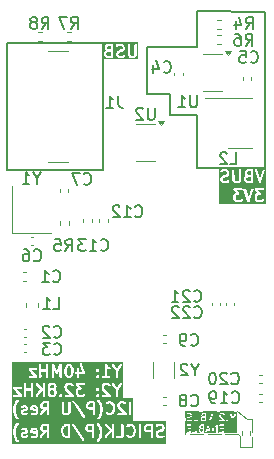
<source format=gbr>
%TF.GenerationSoftware,KiCad,Pcbnew,8.0.1*%
%TF.CreationDate,2024-04-18T13:31:19+02:00*%
%TF.ProjectId,ESP32S3_M.2_Board,45535033-3253-4335-9f4d-2e325f426f61,rev?*%
%TF.SameCoordinates,Original*%
%TF.FileFunction,Legend,Bot*%
%TF.FilePolarity,Positive*%
%FSLAX46Y46*%
G04 Gerber Fmt 4.6, Leading zero omitted, Abs format (unit mm)*
G04 Created by KiCad (PCBNEW 8.0.1) date 2024-04-18 13:31:19*
%MOMM*%
%LPD*%
G01*
G04 APERTURE LIST*
%ADD10C,0.150000*%
%ADD11C,0.100000*%
%ADD12C,0.200000*%
%ADD13C,0.120000*%
G04 APERTURE END LIST*
D10*
X239300000Y-92275000D02*
X239300000Y-105525000D01*
X233500000Y-105500000D01*
X233500000Y-101000000D01*
X231250000Y-101000000D01*
X231250000Y-99250000D01*
X229250000Y-99250000D01*
X229250000Y-95250000D01*
X233500000Y-95250000D01*
X233500000Y-92250000D01*
X239300000Y-92275000D01*
X217450000Y-94950000D02*
X225525000Y-94950000D01*
X225525000Y-105650000D01*
X217450000Y-105650000D01*
X217450000Y-94950000D01*
D11*
X232475000Y-126100000D02*
X233575000Y-126100000D01*
X233975000Y-126100000D02*
X235075000Y-126100000D01*
X235475000Y-126100000D02*
X236575000Y-126100000D01*
X236875000Y-126100000D02*
X237745960Y-126771884D01*
X237750000Y-126775000D02*
X238200000Y-126775000D01*
X238200000Y-126775000D02*
X238200000Y-127875000D01*
X238200000Y-128275000D02*
X238200000Y-129175000D01*
X238200000Y-129175000D02*
X237100000Y-129175000D01*
X237100000Y-129175000D02*
X237100000Y-128200000D01*
X237100000Y-128200000D02*
X237000000Y-128075000D01*
X237000000Y-128075000D02*
X235900000Y-128075000D01*
X235500000Y-128075000D02*
X234400000Y-128075000D01*
X234000000Y-128075000D02*
X232900000Y-128075000D01*
X232500000Y-128075000D02*
X232475000Y-128075000D01*
X232475000Y-128075000D02*
X232475000Y-126975000D01*
X232475000Y-126575000D02*
X232475000Y-126100000D01*
G36*
X234004887Y-127822087D02*
G01*
X233840697Y-127824610D01*
X233800236Y-127806646D01*
X233780486Y-127789269D01*
X233758376Y-127749691D01*
X233756120Y-127687528D01*
X233773370Y-127648675D01*
X233789754Y-127630053D01*
X233851454Y-127607075D01*
X233851502Y-127607085D01*
X234003549Y-127604444D01*
X234004887Y-127822087D01*
G37*
G36*
X234002956Y-127507928D02*
G01*
X233869108Y-127510252D01*
X233828806Y-127492359D01*
X233809057Y-127474983D01*
X233786838Y-127435209D01*
X233785123Y-127400844D01*
X233801942Y-127362960D01*
X233819317Y-127343212D01*
X233858636Y-127321247D01*
X234001793Y-127318760D01*
X234002956Y-127507928D01*
G37*
G36*
X234527630Y-127650775D02*
G01*
X234375587Y-127652673D01*
X234450445Y-127423649D01*
X234527630Y-127650775D01*
G37*
G36*
X234176316Y-126856121D02*
G01*
X234012126Y-126858644D01*
X233971665Y-126840680D01*
X233951915Y-126823303D01*
X233929805Y-126783725D01*
X233927549Y-126721562D01*
X233944799Y-126682709D01*
X233961183Y-126664087D01*
X234022883Y-126641109D01*
X234022931Y-126641119D01*
X234174978Y-126638478D01*
X234176316Y-126856121D01*
G37*
G36*
X234174385Y-126541962D02*
G01*
X234040537Y-126544286D01*
X234000235Y-126526393D01*
X233980486Y-126509017D01*
X233958267Y-126469243D01*
X233956552Y-126434878D01*
X233973371Y-126396994D01*
X233990746Y-126377246D01*
X234030065Y-126355281D01*
X234173222Y-126352794D01*
X234174385Y-126541962D01*
G37*
G36*
X236853884Y-127988038D02*
G01*
X232563408Y-127988038D01*
X232563408Y-127890505D01*
X232633880Y-127890505D01*
X232660940Y-127917565D01*
X232680074Y-127921371D01*
X232984922Y-127917565D01*
X233011982Y-127890505D01*
X233119594Y-127890505D01*
X233146654Y-127917565D01*
X233165788Y-127921371D01*
X233470636Y-127917565D01*
X233497696Y-127890505D01*
X233501502Y-127871371D01*
X233500273Y-127671371D01*
X233658645Y-127671371D01*
X233661579Y-127752204D01*
X233658771Y-127760630D01*
X233662360Y-127773738D01*
X233662451Y-127776219D01*
X233663262Y-127777030D01*
X233663924Y-127779446D01*
X233691023Y-127827953D01*
X233691023Y-127833362D01*
X233701861Y-127849583D01*
X233704309Y-127851737D01*
X233704457Y-127852001D01*
X233704702Y-127852082D01*
X233726617Y-127871364D01*
X233728016Y-127875560D01*
X233743428Y-127887522D01*
X233746563Y-127888913D01*
X233746653Y-127888993D01*
X233746741Y-127888993D01*
X233797967Y-127911735D01*
X233803797Y-127917565D01*
X233817024Y-127920196D01*
X233819387Y-127921245D01*
X233820474Y-127920882D01*
X233822931Y-127921371D01*
X234070636Y-127917565D01*
X234097696Y-127890505D01*
X234100797Y-127874915D01*
X234201629Y-127874915D01*
X234218743Y-127909144D01*
X234255047Y-127921245D01*
X234289276Y-127904131D01*
X234298937Y-127887182D01*
X234343938Y-127749501D01*
X234560263Y-127746800D01*
X234613730Y-127904131D01*
X234647959Y-127921246D01*
X234684263Y-127909144D01*
X234701377Y-127874916D01*
X234698937Y-127855560D01*
X234640554Y-127683762D01*
X234640554Y-127680808D01*
X234639033Y-127679287D01*
X234500409Y-127271371D01*
X234801502Y-127271371D01*
X234805116Y-127859367D01*
X234801901Y-127865065D01*
X234805226Y-127877259D01*
X234805308Y-127890505D01*
X234810162Y-127895359D01*
X234811970Y-127901986D01*
X234823214Y-127908411D01*
X234832368Y-127917565D01*
X234839234Y-127917565D01*
X234845196Y-127920972D01*
X234857689Y-127917565D01*
X234870636Y-127917565D01*
X234875490Y-127912710D01*
X234882117Y-127910903D01*
X234894914Y-127896178D01*
X235145470Y-127452197D01*
X235148165Y-127890505D01*
X235175225Y-127917565D01*
X235213493Y-127917565D01*
X235240553Y-127890505D01*
X235405308Y-127890505D01*
X235432368Y-127917565D01*
X235451502Y-127921371D01*
X235756350Y-127917565D01*
X235783410Y-127890505D01*
X235787216Y-127871371D01*
X235783410Y-127252237D01*
X235756350Y-127225177D01*
X235737216Y-127221371D01*
X235432368Y-127225177D01*
X235405308Y-127252237D01*
X235405308Y-127290505D01*
X235432368Y-127317565D01*
X235451502Y-127321371D01*
X235687505Y-127318424D01*
X235688670Y-127507928D01*
X235518082Y-127510891D01*
X235491022Y-127537951D01*
X235491022Y-127576219D01*
X235518082Y-127603279D01*
X235537216Y-127607085D01*
X235689263Y-127604444D01*
X235690600Y-127821952D01*
X235432368Y-127825177D01*
X235405308Y-127852237D01*
X235405308Y-127890505D01*
X235240553Y-127890505D01*
X235244359Y-127871371D01*
X235240744Y-127283373D01*
X235243960Y-127277676D01*
X235240634Y-127265482D01*
X235240553Y-127252237D01*
X235235698Y-127247382D01*
X235233891Y-127240756D01*
X235222646Y-127234330D01*
X235213493Y-127225177D01*
X235206627Y-127225177D01*
X235200665Y-127221770D01*
X235188173Y-127225177D01*
X235175225Y-127225177D01*
X235170369Y-127230032D01*
X235163745Y-127231839D01*
X235150947Y-127246564D01*
X234900390Y-127690544D01*
X234897696Y-127252237D01*
X234870636Y-127225177D01*
X234832368Y-127225177D01*
X234805308Y-127252237D01*
X234801502Y-127271371D01*
X234500409Y-127271371D01*
X234500311Y-127271084D01*
X234501377Y-127267826D01*
X234494594Y-127254260D01*
X234489276Y-127238611D01*
X234485934Y-127236940D01*
X234484263Y-127233598D01*
X234469220Y-127228583D01*
X234455047Y-127221497D01*
X234451504Y-127222677D01*
X234447959Y-127221496D01*
X234433779Y-127228585D01*
X234418743Y-127233598D01*
X234417072Y-127236939D01*
X234413730Y-127238611D01*
X234404069Y-127255559D01*
X234266347Y-127676912D01*
X234262452Y-127680808D01*
X234262452Y-127688829D01*
X234201629Y-127874915D01*
X234100797Y-127874915D01*
X234101502Y-127871371D01*
X234097696Y-127252237D01*
X234070636Y-127225177D01*
X234051502Y-127221371D01*
X233857679Y-127224737D01*
X233847958Y-127221497D01*
X233834666Y-127225137D01*
X233832368Y-127225177D01*
X233831556Y-127225988D01*
X233829142Y-127226650D01*
X233780635Y-127253748D01*
X233775226Y-127253748D01*
X233759005Y-127264587D01*
X233756852Y-127267033D01*
X233756587Y-127267182D01*
X233756504Y-127267428D01*
X233737224Y-127289342D01*
X233733028Y-127290741D01*
X233721067Y-127306153D01*
X233719675Y-127309287D01*
X233719594Y-127309380D01*
X233719594Y-127309470D01*
X233696852Y-127360693D01*
X233691023Y-127366523D01*
X233688391Y-127379750D01*
X233687343Y-127382113D01*
X233687705Y-127383200D01*
X233687217Y-127385657D01*
X233689867Y-127438771D01*
X233687343Y-127446345D01*
X233690891Y-127459303D01*
X233691023Y-127461934D01*
X233691834Y-127462745D01*
X233692496Y-127465161D01*
X233719594Y-127513667D01*
X233719594Y-127519076D01*
X233730433Y-127535297D01*
X233732879Y-127537449D01*
X233733028Y-127537715D01*
X233733274Y-127537797D01*
X233740125Y-127543824D01*
X233735338Y-127547023D01*
X233733028Y-127547884D01*
X233732514Y-127548910D01*
X233730432Y-127550302D01*
X233708652Y-127575056D01*
X233704457Y-127576455D01*
X233692496Y-127591867D01*
X233691104Y-127595001D01*
X233691023Y-127595094D01*
X233691023Y-127595184D01*
X233668280Y-127646407D01*
X233662451Y-127652237D01*
X233659820Y-127665462D01*
X233658771Y-127667826D01*
X233659133Y-127668914D01*
X233658645Y-127671371D01*
X233500273Y-127671371D01*
X233497696Y-127252237D01*
X233470636Y-127225177D01*
X233432368Y-127225177D01*
X233405308Y-127252237D01*
X233401502Y-127271371D01*
X233404886Y-127821952D01*
X233146654Y-127825177D01*
X233119594Y-127852237D01*
X233119594Y-127890505D01*
X233011982Y-127890505D01*
X233015788Y-127871371D01*
X233011982Y-127252237D01*
X232984922Y-127225177D01*
X232965788Y-127221371D01*
X232660940Y-127225177D01*
X232633880Y-127252237D01*
X232633880Y-127290505D01*
X232660940Y-127317565D01*
X232680074Y-127321371D01*
X232916077Y-127318424D01*
X232917242Y-127507928D01*
X232746654Y-127510891D01*
X232719594Y-127537951D01*
X232719594Y-127576219D01*
X232746654Y-127603279D01*
X232765788Y-127607085D01*
X232917835Y-127604444D01*
X232919172Y-127821952D01*
X232660940Y-127825177D01*
X232633880Y-127852237D01*
X232633880Y-127890505D01*
X232563408Y-127890505D01*
X232563408Y-126733976D01*
X232630075Y-126733976D01*
X232632725Y-126787090D01*
X232630201Y-126794663D01*
X232633749Y-126807623D01*
X232633881Y-126810253D01*
X232634691Y-126811063D01*
X232635353Y-126813479D01*
X232662452Y-126861987D01*
X232662452Y-126867396D01*
X232673291Y-126883617D01*
X232675737Y-126885769D01*
X232675886Y-126886035D01*
X232676132Y-126886117D01*
X232698046Y-126905397D01*
X232699445Y-126909594D01*
X232714857Y-126921555D01*
X232717991Y-126922946D01*
X232718084Y-126923028D01*
X232718175Y-126923028D01*
X232769396Y-126945769D01*
X232775226Y-126951599D01*
X232788453Y-126954230D01*
X232790816Y-126955279D01*
X232791903Y-126954916D01*
X232794360Y-126955405D01*
X232927661Y-126952273D01*
X232933674Y-126955279D01*
X232953029Y-126952839D01*
X233055691Y-126914607D01*
X233072806Y-126880379D01*
X233060705Y-126844074D01*
X233026476Y-126826960D01*
X233007120Y-126829400D01*
X232937265Y-126855414D01*
X232937218Y-126855405D01*
X232811484Y-126858359D01*
X232771664Y-126840679D01*
X232751917Y-126823305D01*
X232729696Y-126783529D01*
X232727981Y-126749162D01*
X232744799Y-126711281D01*
X232762175Y-126691532D01*
X232803702Y-126668333D01*
X232806487Y-126668198D01*
X232908333Y-126639707D01*
X232912190Y-126640993D01*
X232931006Y-126635841D01*
X232979515Y-126608742D01*
X232984924Y-126608742D01*
X233001145Y-126597903D01*
X233003298Y-126595455D01*
X233003562Y-126595308D01*
X233003643Y-126595062D01*
X233022925Y-126573147D01*
X233027120Y-126571749D01*
X233039081Y-126556337D01*
X233040472Y-126553202D01*
X233040554Y-126553110D01*
X233040553Y-126553019D01*
X233063296Y-126501797D01*
X233069126Y-126495968D01*
X233071756Y-126482742D01*
X233072806Y-126480379D01*
X233072443Y-126479290D01*
X233072932Y-126476834D01*
X233070281Y-126423719D01*
X233072806Y-126416146D01*
X233069257Y-126403187D01*
X233069126Y-126400557D01*
X233068314Y-126399745D01*
X233067653Y-126397330D01*
X233040553Y-126348821D01*
X233040554Y-126343414D01*
X233029716Y-126327193D01*
X233027267Y-126325038D01*
X233027120Y-126324775D01*
X233026875Y-126324693D01*
X233004960Y-126305411D01*
X233004958Y-126305405D01*
X233230074Y-126305405D01*
X233233683Y-126784212D01*
X233230200Y-126794664D01*
X233233863Y-126808040D01*
X233233880Y-126810253D01*
X233234691Y-126811064D01*
X233235353Y-126813480D01*
X233262452Y-126861987D01*
X233262452Y-126867396D01*
X233273290Y-126883617D01*
X233275738Y-126885771D01*
X233275886Y-126886035D01*
X233276131Y-126886116D01*
X233298046Y-126905398D01*
X233299445Y-126909594D01*
X233314857Y-126921556D01*
X233317992Y-126922947D01*
X233318082Y-126923027D01*
X233318170Y-126923027D01*
X233369396Y-126945769D01*
X233375226Y-126951599D01*
X233388453Y-126954230D01*
X233390816Y-126955279D01*
X233391903Y-126954916D01*
X233394360Y-126955405D01*
X233503249Y-126952298D01*
X233512190Y-126955279D01*
X233525379Y-126951667D01*
X233527780Y-126951599D01*
X233528590Y-126950788D01*
X233531006Y-126950127D01*
X233579515Y-126923028D01*
X233584924Y-126923028D01*
X233601145Y-126912189D01*
X233603298Y-126909741D01*
X233603562Y-126909594D01*
X233603643Y-126909348D01*
X233622926Y-126887431D01*
X233627120Y-126886034D01*
X233639082Y-126870622D01*
X233640473Y-126867487D01*
X233640554Y-126867396D01*
X233640553Y-126867306D01*
X233663295Y-126816082D01*
X233669125Y-126810253D01*
X233671756Y-126797025D01*
X233672805Y-126794663D01*
X233672442Y-126793575D01*
X233672931Y-126791119D01*
X233672285Y-126705405D01*
X233830074Y-126705405D01*
X233833008Y-126786238D01*
X233830200Y-126794664D01*
X233833789Y-126807772D01*
X233833880Y-126810253D01*
X233834691Y-126811064D01*
X233835353Y-126813480D01*
X233862452Y-126861987D01*
X233862452Y-126867396D01*
X233873290Y-126883617D01*
X233875738Y-126885771D01*
X233875886Y-126886035D01*
X233876131Y-126886116D01*
X233898046Y-126905398D01*
X233899445Y-126909594D01*
X233914857Y-126921556D01*
X233917992Y-126922947D01*
X233918082Y-126923027D01*
X233918170Y-126923027D01*
X233969396Y-126945769D01*
X233975226Y-126951599D01*
X233988453Y-126954230D01*
X233990816Y-126955279D01*
X233991903Y-126954916D01*
X233994360Y-126955405D01*
X234242065Y-126951599D01*
X234269125Y-126924539D01*
X234272931Y-126905405D01*
X234269221Y-126301861D01*
X234373058Y-126301861D01*
X234375498Y-126321216D01*
X234574123Y-126905690D01*
X234573058Y-126908949D01*
X234579840Y-126922513D01*
X234585159Y-126938165D01*
X234588501Y-126939836D01*
X234590172Y-126943178D01*
X234605208Y-126948190D01*
X234619388Y-126955280D01*
X234622933Y-126954098D01*
X234626476Y-126955279D01*
X234640649Y-126948192D01*
X234655692Y-126943178D01*
X234657363Y-126939835D01*
X234660705Y-126938165D01*
X234670366Y-126921216D01*
X234834292Y-126419691D01*
X235401504Y-126419691D01*
X235403947Y-126468655D01*
X235401630Y-126473290D01*
X235404070Y-126492645D01*
X235433881Y-126572694D01*
X235433881Y-126581682D01*
X235441441Y-126592996D01*
X235442302Y-126595307D01*
X235443328Y-126595820D01*
X235444720Y-126597903D01*
X235707284Y-126856531D01*
X235432370Y-126859211D01*
X235405310Y-126886271D01*
X235405310Y-126924539D01*
X235432370Y-126951599D01*
X235451504Y-126955405D01*
X235842066Y-126951599D01*
X235869126Y-126924539D01*
X235869126Y-126895969D01*
X235976738Y-126895969D01*
X235976740Y-126895971D01*
X235987577Y-126912189D01*
X236032368Y-126951599D01*
X236032369Y-126951599D01*
X236070637Y-126951599D01*
X236086858Y-126940761D01*
X236126268Y-126895969D01*
X236126269Y-126895968D01*
X236126269Y-126857700D01*
X236115430Y-126841479D01*
X236070637Y-126802068D01*
X236032369Y-126802068D01*
X236032368Y-126802069D01*
X236016147Y-126812907D01*
X235976738Y-126857700D01*
X235976738Y-126895969D01*
X235869126Y-126895969D01*
X235869126Y-126886271D01*
X235869125Y-126886270D01*
X235858287Y-126870050D01*
X235526034Y-126542777D01*
X235501494Y-126476881D01*
X235501504Y-126476834D01*
X235499410Y-126434878D01*
X235516229Y-126396994D01*
X235533604Y-126377246D01*
X235573005Y-126355235D01*
X235691522Y-126352450D01*
X235731341Y-126370129D01*
X235775227Y-126408742D01*
X235813495Y-126408742D01*
X235840555Y-126381682D01*
X235840555Y-126343414D01*
X235829716Y-126327193D01*
X235804960Y-126305412D01*
X235804958Y-126305405D01*
X236287217Y-126305405D01*
X236291023Y-126924539D01*
X236318083Y-126951599D01*
X236356351Y-126951599D01*
X236383411Y-126924539D01*
X236387217Y-126905405D01*
X236384858Y-126521774D01*
X236495084Y-126753284D01*
X236500343Y-126767745D01*
X236502434Y-126768720D01*
X236503448Y-126770850D01*
X236519520Y-126776694D01*
X236535021Y-126783928D01*
X236537217Y-126783129D01*
X236539413Y-126783928D01*
X236554913Y-126776694D01*
X236570986Y-126770850D01*
X236572833Y-126768331D01*
X236574091Y-126767745D01*
X236574903Y-126765509D01*
X236582526Y-126755120D01*
X236688556Y-126523250D01*
X236691023Y-126924539D01*
X236718083Y-126951599D01*
X236756351Y-126951599D01*
X236783411Y-126924539D01*
X236787217Y-126905405D01*
X236783590Y-126315427D01*
X236787169Y-126307601D01*
X236783479Y-126297455D01*
X236783411Y-126286271D01*
X236777128Y-126279988D01*
X236774091Y-126271636D01*
X236764125Y-126266985D01*
X236756351Y-126259211D01*
X236747466Y-126259211D01*
X236739413Y-126255453D01*
X236729078Y-126259211D01*
X236718083Y-126259211D01*
X236711800Y-126265493D01*
X236703448Y-126268531D01*
X236691908Y-126284261D01*
X236538354Y-126620056D01*
X236383463Y-126294736D01*
X236383411Y-126286271D01*
X236375816Y-126278676D01*
X236370986Y-126268531D01*
X236362633Y-126265493D01*
X236356351Y-126259211D01*
X236345356Y-126259211D01*
X236335021Y-126255453D01*
X236326968Y-126259211D01*
X236318083Y-126259211D01*
X236310308Y-126266985D01*
X236300343Y-126271636D01*
X236297305Y-126279988D01*
X236291023Y-126286271D01*
X236287217Y-126305405D01*
X235804958Y-126305405D01*
X235803562Y-126301216D01*
X235788150Y-126289255D01*
X235785015Y-126287863D01*
X235784923Y-126287782D01*
X235784832Y-126287782D01*
X235733610Y-126265040D01*
X235727781Y-126259211D01*
X235714555Y-126256580D01*
X235712192Y-126255531D01*
X235711103Y-126255893D01*
X235708647Y-126255405D01*
X235571531Y-126258626D01*
X235562245Y-126255531D01*
X235549009Y-126259155D01*
X235546655Y-126259211D01*
X235545843Y-126260022D01*
X235543429Y-126260684D01*
X235494922Y-126287782D01*
X235489513Y-126287782D01*
X235473292Y-126298621D01*
X235471139Y-126301067D01*
X235470874Y-126301216D01*
X235470791Y-126301462D01*
X235451511Y-126323376D01*
X235447315Y-126324775D01*
X235435354Y-126340187D01*
X235433962Y-126343321D01*
X235433881Y-126343414D01*
X235433881Y-126343504D01*
X235411139Y-126394727D01*
X235405310Y-126400557D01*
X235402678Y-126413784D01*
X235401630Y-126416147D01*
X235401992Y-126417234D01*
X235401504Y-126419691D01*
X234834292Y-126419691D01*
X234872806Y-126301860D01*
X234855692Y-126267632D01*
X234819388Y-126255530D01*
X234785159Y-126272645D01*
X234775498Y-126289593D01*
X234623989Y-126753126D01*
X234460705Y-126272645D01*
X234426476Y-126255531D01*
X234390172Y-126267632D01*
X234373058Y-126301861D01*
X234269221Y-126301861D01*
X234269125Y-126286271D01*
X234242065Y-126259211D01*
X234222931Y-126255405D01*
X234029108Y-126258771D01*
X234019387Y-126255531D01*
X234006095Y-126259171D01*
X234003797Y-126259211D01*
X234002985Y-126260022D01*
X234000571Y-126260684D01*
X233952064Y-126287782D01*
X233946655Y-126287782D01*
X233930434Y-126298621D01*
X233928281Y-126301067D01*
X233928016Y-126301216D01*
X233927933Y-126301462D01*
X233908653Y-126323376D01*
X233904457Y-126324775D01*
X233892496Y-126340187D01*
X233891104Y-126343321D01*
X233891023Y-126343414D01*
X233891023Y-126343504D01*
X233868281Y-126394727D01*
X233862452Y-126400557D01*
X233859820Y-126413784D01*
X233858772Y-126416147D01*
X233859134Y-126417234D01*
X233858646Y-126419691D01*
X233861296Y-126472805D01*
X233858772Y-126480379D01*
X233862320Y-126493337D01*
X233862452Y-126495968D01*
X233863263Y-126496779D01*
X233863925Y-126499195D01*
X233891023Y-126547701D01*
X233891023Y-126553110D01*
X233901862Y-126569331D01*
X233904308Y-126571483D01*
X233904457Y-126571749D01*
X233904703Y-126571831D01*
X233911554Y-126577858D01*
X233906767Y-126581057D01*
X233904457Y-126581918D01*
X233903943Y-126582944D01*
X233901861Y-126584336D01*
X233880081Y-126609090D01*
X233875886Y-126610489D01*
X233863925Y-126625901D01*
X233862533Y-126629035D01*
X233862452Y-126629128D01*
X233862452Y-126629218D01*
X233839709Y-126680441D01*
X233833880Y-126686271D01*
X233831249Y-126699496D01*
X233830200Y-126701860D01*
X233830562Y-126702948D01*
X233830074Y-126705405D01*
X233672285Y-126705405D01*
X233669125Y-126286271D01*
X233642065Y-126259211D01*
X233603797Y-126259211D01*
X233576737Y-126286271D01*
X233572931Y-126305405D01*
X233576453Y-126772713D01*
X233558206Y-126813812D01*
X233540829Y-126833563D01*
X233501362Y-126855612D01*
X233411098Y-126858187D01*
X233371665Y-126840680D01*
X233351915Y-126823303D01*
X233330021Y-126784111D01*
X233326268Y-126286271D01*
X233299208Y-126259211D01*
X233260940Y-126259211D01*
X233233880Y-126286271D01*
X233230074Y-126305405D01*
X233004958Y-126305405D01*
X233003562Y-126301216D01*
X232988150Y-126289255D01*
X232985017Y-126287864D01*
X232984924Y-126287782D01*
X232984832Y-126287782D01*
X232933609Y-126265040D01*
X232927780Y-126259211D01*
X232914552Y-126256579D01*
X232912190Y-126255531D01*
X232911102Y-126255893D01*
X232908646Y-126255405D01*
X232775345Y-126258536D01*
X232769333Y-126255531D01*
X232749977Y-126257971D01*
X232647315Y-126296203D01*
X232630201Y-126330432D01*
X232642302Y-126366736D01*
X232676531Y-126383850D01*
X232695886Y-126381410D01*
X232765741Y-126355395D01*
X232765789Y-126355405D01*
X232891520Y-126352450D01*
X232931340Y-126370129D01*
X232951089Y-126387505D01*
X232973310Y-126427282D01*
X232975025Y-126461647D01*
X232958207Y-126499526D01*
X232940829Y-126519277D01*
X232899304Y-126542476D01*
X232896519Y-126542612D01*
X232794672Y-126571102D01*
X232790816Y-126569817D01*
X232772000Y-126574970D01*
X232723493Y-126602068D01*
X232718084Y-126602068D01*
X232701863Y-126612907D01*
X232699710Y-126615353D01*
X232699445Y-126615502D01*
X232699362Y-126615748D01*
X232680082Y-126637662D01*
X232675886Y-126639061D01*
X232663925Y-126654473D01*
X232662533Y-126657607D01*
X232662452Y-126657700D01*
X232662452Y-126657790D01*
X232639710Y-126709012D01*
X232633881Y-126714842D01*
X232631250Y-126728067D01*
X232630201Y-126730431D01*
X232630563Y-126731519D01*
X232630075Y-126733976D01*
X232563408Y-126733976D01*
X232563408Y-126188738D01*
X236853884Y-126188738D01*
X236853884Y-127988038D01*
G37*
D12*
G36*
X221365112Y-124354275D02*
G01*
X221390889Y-124378937D01*
X221421948Y-124438756D01*
X221423259Y-124582086D01*
X221394519Y-124641827D01*
X221369857Y-124667605D01*
X221310037Y-124698664D01*
X221166708Y-124699975D01*
X221106965Y-124671234D01*
X221081191Y-124646575D01*
X221050131Y-124586752D01*
X221048820Y-124443423D01*
X221077560Y-124383682D01*
X221102222Y-124357905D01*
X221162041Y-124326846D01*
X221305371Y-124325535D01*
X221365112Y-124354275D01*
G37*
G36*
X221365112Y-123925704D02*
G01*
X221390889Y-123950366D01*
X221422385Y-124011027D01*
X221422424Y-124012393D01*
X221394518Y-124070401D01*
X221369860Y-124096174D01*
X221310037Y-124127235D01*
X221166708Y-124128546D01*
X221106965Y-124099805D01*
X221081192Y-124075147D01*
X221049694Y-124014482D01*
X221049655Y-124013117D01*
X221077560Y-123955111D01*
X221102222Y-123929334D01*
X221162041Y-123898275D01*
X221305371Y-123896964D01*
X221365112Y-123925704D01*
G37*
G36*
X222746064Y-122315760D02*
G01*
X222771841Y-122340422D01*
X222806917Y-122407977D01*
X222850369Y-122575438D01*
X222851961Y-122788929D01*
X222811562Y-122956862D01*
X222775471Y-123031883D01*
X222750809Y-123057661D01*
X222690669Y-123088886D01*
X222642205Y-123089698D01*
X222583155Y-123061290D01*
X222557381Y-123036631D01*
X222522304Y-122969071D01*
X222478852Y-122801612D01*
X222477260Y-122588122D01*
X222517659Y-122420188D01*
X222553750Y-122345167D01*
X222578412Y-122319390D01*
X222638551Y-122288165D01*
X222687016Y-122287353D01*
X222746064Y-122315760D01*
G37*
G36*
X227256649Y-125009581D02*
G01*
X217834749Y-125009581D01*
X217834749Y-124139487D01*
X217945860Y-124139487D01*
X217947485Y-124145284D01*
X217947485Y-124151312D01*
X217952708Y-124163921D01*
X217956390Y-124177058D01*
X217961408Y-124184926D01*
X217962417Y-124187360D01*
X217963920Y-124188863D01*
X217966932Y-124193585D01*
X218366006Y-124699189D01*
X218026055Y-124700391D01*
X217990007Y-124715323D01*
X217962417Y-124742913D01*
X217947485Y-124778961D01*
X217947485Y-124817979D01*
X217962417Y-124854027D01*
X217990007Y-124881617D01*
X218026055Y-124896549D01*
X218045564Y-124898470D01*
X218564241Y-124896636D01*
X218577057Y-124898174D01*
X218582777Y-124896570D01*
X218588882Y-124896549D01*
X218601491Y-124891325D01*
X218614628Y-124887644D01*
X218619364Y-124883922D01*
X218624930Y-124881617D01*
X218634576Y-124871970D01*
X218645309Y-124863538D01*
X218648261Y-124858285D01*
X218652520Y-124854027D01*
X218657742Y-124841419D01*
X218664428Y-124829526D01*
X218665145Y-124823547D01*
X218667452Y-124817979D01*
X218667452Y-124804327D01*
X218669077Y-124790786D01*
X218667452Y-124784988D01*
X218667452Y-124778961D01*
X218662228Y-124766351D01*
X218658547Y-124753215D01*
X218653528Y-124745346D01*
X218652520Y-124742913D01*
X218651017Y-124741410D01*
X218648005Y-124736688D01*
X218248930Y-124231083D01*
X218588882Y-124229882D01*
X218624930Y-124214950D01*
X218652520Y-124187360D01*
X218667452Y-124151312D01*
X218667452Y-124112294D01*
X218652520Y-124076246D01*
X218624930Y-124048656D01*
X218588882Y-124033724D01*
X218569373Y-124031803D01*
X218050695Y-124033636D01*
X218037880Y-124032099D01*
X218032159Y-124033702D01*
X218026055Y-124033724D01*
X218013445Y-124038947D01*
X218000309Y-124042629D01*
X217995572Y-124046350D01*
X217990007Y-124048656D01*
X217980360Y-124058302D01*
X217969628Y-124066735D01*
X217966675Y-124071987D01*
X217962417Y-124076246D01*
X217957194Y-124088853D01*
X217950509Y-124100747D01*
X217949791Y-124106725D01*
X217947485Y-124112294D01*
X217947485Y-124125945D01*
X217945860Y-124139487D01*
X217834749Y-124139487D01*
X217834749Y-123798470D01*
X218850326Y-123798470D01*
X218852247Y-124817979D01*
X218867179Y-124854027D01*
X218894769Y-124881617D01*
X218930817Y-124896549D01*
X218969835Y-124896549D01*
X219005883Y-124881617D01*
X219033473Y-124854027D01*
X219048405Y-124817979D01*
X219050326Y-124798470D01*
X219049526Y-124374337D01*
X219422836Y-124373123D01*
X219423675Y-124817979D01*
X219438607Y-124854027D01*
X219466197Y-124881617D01*
X219502245Y-124896549D01*
X219541263Y-124896549D01*
X219577311Y-124881617D01*
X219604901Y-124854027D01*
X219619833Y-124817979D01*
X219621754Y-124798470D01*
X219621744Y-124793027D01*
X219850474Y-124793027D01*
X219855992Y-124831653D01*
X219875871Y-124865228D01*
X219907086Y-124888639D01*
X219944883Y-124898322D01*
X219983509Y-124892804D01*
X220017084Y-124872925D01*
X220030326Y-124858470D01*
X220389605Y-124376808D01*
X220422906Y-124409955D01*
X220423675Y-124817979D01*
X220438607Y-124854027D01*
X220466197Y-124881617D01*
X220502245Y-124896549D01*
X220541263Y-124896549D01*
X220577311Y-124881617D01*
X220604901Y-124854027D01*
X220619833Y-124817979D01*
X220621754Y-124798470D01*
X220621036Y-124417517D01*
X220850326Y-124417517D01*
X220851931Y-124593024D01*
X220851111Y-124595486D01*
X220852078Y-124609101D01*
X220852247Y-124627502D01*
X220853622Y-124630822D01*
X220853877Y-124634406D01*
X220860883Y-124652714D01*
X220910220Y-124747738D01*
X220914797Y-124758788D01*
X220917955Y-124762636D01*
X220918945Y-124764542D01*
X220920939Y-124766271D01*
X220927234Y-124773941D01*
X220977334Y-124821874D01*
X220984252Y-124829851D01*
X220988401Y-124832462D01*
X220990006Y-124833998D01*
X220992446Y-124835008D01*
X221000843Y-124840294D01*
X221083860Y-124880232D01*
X221085245Y-124881617D01*
X221095994Y-124886069D01*
X221114389Y-124894919D01*
X221117972Y-124895173D01*
X221121293Y-124896549D01*
X221140802Y-124898470D01*
X221316309Y-124896864D01*
X221318771Y-124897685D01*
X221332386Y-124896717D01*
X221350787Y-124896549D01*
X221354107Y-124895173D01*
X221357691Y-124894919D01*
X221375999Y-124887913D01*
X221471027Y-124838573D01*
X221482074Y-124833998D01*
X221485920Y-124830840D01*
X221487827Y-124829851D01*
X221489557Y-124827856D01*
X221497227Y-124821561D01*
X221545160Y-124771458D01*
X221546426Y-124770360D01*
X221804627Y-124770360D01*
X221811090Y-124785963D01*
X221819559Y-124806409D01*
X221819563Y-124806413D01*
X221831995Y-124821562D01*
X221894767Y-124881617D01*
X221903770Y-124885346D01*
X221930816Y-124896549D01*
X221969834Y-124896549D01*
X222005882Y-124881617D01*
X222021036Y-124869181D01*
X222081091Y-124806409D01*
X222087843Y-124790107D01*
X222096022Y-124770361D01*
X222096023Y-124731343D01*
X222081092Y-124695294D01*
X222068655Y-124680141D01*
X222005883Y-124620084D01*
X221990951Y-124613899D01*
X221969834Y-124605152D01*
X221930816Y-124605152D01*
X221920258Y-124609525D01*
X221894768Y-124620083D01*
X221894767Y-124620084D01*
X221879613Y-124632521D01*
X221819558Y-124695294D01*
X221809545Y-124719470D01*
X221804627Y-124731342D01*
X221804627Y-124770360D01*
X221546426Y-124770360D01*
X221553135Y-124764543D01*
X221555746Y-124760393D01*
X221557283Y-124758788D01*
X221558294Y-124756346D01*
X221563578Y-124747952D01*
X221603516Y-124664934D01*
X221604901Y-124663550D01*
X221609353Y-124652800D01*
X221618203Y-124634406D01*
X221618457Y-124630822D01*
X221619833Y-124627502D01*
X221621754Y-124607993D01*
X221620148Y-124432485D01*
X221620969Y-124430024D01*
X221620001Y-124416408D01*
X221619833Y-124398008D01*
X221618457Y-124394687D01*
X221618203Y-124391104D01*
X221611197Y-124372795D01*
X221561854Y-124277761D01*
X221557282Y-124266721D01*
X221554126Y-124262875D01*
X221553135Y-124260967D01*
X221551137Y-124259234D01*
X221544845Y-124251568D01*
X221519266Y-124227096D01*
X221545160Y-124200030D01*
X221553135Y-124193115D01*
X221555746Y-124188965D01*
X221557282Y-124187361D01*
X221558292Y-124184920D01*
X221563578Y-124176524D01*
X221603516Y-124093506D01*
X221604901Y-124092122D01*
X221609353Y-124081372D01*
X221618203Y-124062978D01*
X221618457Y-124059394D01*
X221619833Y-124056074D01*
X221621754Y-124036565D01*
X221620766Y-124002060D01*
X221620969Y-124001453D01*
X221620601Y-123996275D01*
X221620391Y-123988946D01*
X222278897Y-123988946D01*
X222280506Y-124085088D01*
X222279682Y-124096691D01*
X222280781Y-124101527D01*
X222280818Y-124103693D01*
X222281829Y-124106135D01*
X222284029Y-124115807D01*
X222328437Y-124244181D01*
X222328437Y-124246550D01*
X222333406Y-124258546D01*
X222339639Y-124276564D01*
X222341994Y-124279279D01*
X222343369Y-124282598D01*
X222355805Y-124297752D01*
X222759109Y-124699188D01*
X222359388Y-124700391D01*
X222323340Y-124715323D01*
X222295750Y-124742913D01*
X222280818Y-124778961D01*
X222280818Y-124817979D01*
X222295750Y-124854027D01*
X222323340Y-124881617D01*
X222359388Y-124896549D01*
X222378897Y-124898470D01*
X223017453Y-124896549D01*
X223053501Y-124881617D01*
X223081091Y-124854027D01*
X223096023Y-124817979D01*
X223096023Y-124778961D01*
X223081091Y-124742913D01*
X223081090Y-124742912D01*
X223068655Y-124727759D01*
X222709129Y-124369898D01*
X223231278Y-124369898D01*
X223232940Y-124592853D01*
X223232063Y-124595486D01*
X223233065Y-124609591D01*
X223233199Y-124627502D01*
X223234574Y-124630822D01*
X223234829Y-124634406D01*
X223241835Y-124652714D01*
X223291172Y-124747738D01*
X223295749Y-124758788D01*
X223298907Y-124762636D01*
X223299897Y-124764542D01*
X223301891Y-124766271D01*
X223308186Y-124773941D01*
X223358286Y-124821874D01*
X223365204Y-124829851D01*
X223369353Y-124832462D01*
X223370958Y-124833998D01*
X223373398Y-124835008D01*
X223381795Y-124840294D01*
X223464812Y-124880232D01*
X223466197Y-124881617D01*
X223476946Y-124886069D01*
X223495341Y-124894919D01*
X223498924Y-124895173D01*
X223502245Y-124896549D01*
X223521754Y-124898470D01*
X223792209Y-124896767D01*
X223794961Y-124897685D01*
X223809387Y-124896659D01*
X223826977Y-124896549D01*
X223830297Y-124895173D01*
X223833881Y-124894919D01*
X223852189Y-124887913D01*
X223947217Y-124838573D01*
X223958264Y-124833998D01*
X223962110Y-124830840D01*
X223964017Y-124829851D01*
X223965747Y-124827856D01*
X223973417Y-124821561D01*
X224022402Y-124770360D01*
X224947484Y-124770360D01*
X224953947Y-124785963D01*
X224962416Y-124806409D01*
X224962420Y-124806413D01*
X224974852Y-124821562D01*
X225037624Y-124881617D01*
X225046627Y-124885346D01*
X225073673Y-124896549D01*
X225112691Y-124896549D01*
X225148739Y-124881617D01*
X225163893Y-124869181D01*
X225223948Y-124806409D01*
X225230700Y-124790107D01*
X225238879Y-124770361D01*
X225238880Y-124731343D01*
X225223949Y-124695294D01*
X225211512Y-124680141D01*
X225148740Y-124620084D01*
X225133808Y-124613899D01*
X225112691Y-124605152D01*
X225073673Y-124605152D01*
X225063115Y-124609525D01*
X225037625Y-124620083D01*
X225037624Y-124620084D01*
X225022470Y-124632521D01*
X224962415Y-124695294D01*
X224952402Y-124719470D01*
X224947484Y-124731342D01*
X224947484Y-124770360D01*
X224022402Y-124770360D01*
X224033473Y-124758788D01*
X224048404Y-124722739D01*
X224048403Y-124683721D01*
X224033472Y-124647673D01*
X224005881Y-124620083D01*
X223969833Y-124605152D01*
X223930815Y-124605153D01*
X223894767Y-124620084D01*
X223879613Y-124632521D01*
X223846047Y-124667605D01*
X223786346Y-124698602D01*
X223547926Y-124700103D01*
X223487917Y-124671234D01*
X223462143Y-124646575D01*
X223431120Y-124586823D01*
X223429696Y-124395961D01*
X223458512Y-124336063D01*
X223483174Y-124310286D01*
X223543105Y-124279169D01*
X223664782Y-124277729D01*
X223677553Y-124278581D01*
X223680624Y-124277542D01*
X223684120Y-124277501D01*
X223699123Y-124271286D01*
X223714515Y-124266081D01*
X223717054Y-124263858D01*
X223720168Y-124262569D01*
X223731645Y-124251091D01*
X223736835Y-124246550D01*
X224947484Y-124246550D01*
X224962416Y-124282598D01*
X224974852Y-124297752D01*
X225037624Y-124357807D01*
X225046627Y-124361536D01*
X225073673Y-124372739D01*
X225112691Y-124372739D01*
X225148739Y-124357807D01*
X225163893Y-124345371D01*
X225223948Y-124282599D01*
X225238879Y-124246550D01*
X225238879Y-124207532D01*
X225236019Y-124200628D01*
X225223948Y-124171483D01*
X225211511Y-124156330D01*
X225148739Y-124096275D01*
X225112691Y-124081343D01*
X225073673Y-124081343D01*
X225048182Y-124091901D01*
X225037624Y-124096275D01*
X225022471Y-124108712D01*
X224962417Y-124171483D01*
X224962416Y-124171484D01*
X224947484Y-124207532D01*
X224947484Y-124246550D01*
X223736835Y-124246550D01*
X223743879Y-124240387D01*
X223745374Y-124237362D01*
X223747758Y-124234979D01*
X223753972Y-124219977D01*
X223761175Y-124205412D01*
X223761399Y-124202046D01*
X223762690Y-124198931D01*
X223762690Y-124182682D01*
X223763770Y-124166480D01*
X223762690Y-124163286D01*
X223762690Y-124159913D01*
X223756474Y-124144907D01*
X223751270Y-124129519D01*
X223748488Y-124125628D01*
X223747758Y-124123865D01*
X223745898Y-124122005D01*
X223739869Y-124113572D01*
X223630015Y-123988946D01*
X225421754Y-123988946D01*
X225423363Y-124085088D01*
X225422539Y-124096691D01*
X225423638Y-124101527D01*
X225423675Y-124103693D01*
X225424686Y-124106135D01*
X225426886Y-124115807D01*
X225471294Y-124244181D01*
X225471294Y-124246550D01*
X225476263Y-124258546D01*
X225482496Y-124276564D01*
X225484851Y-124279279D01*
X225486226Y-124282598D01*
X225498662Y-124297752D01*
X225901966Y-124699188D01*
X225502245Y-124700391D01*
X225466197Y-124715323D01*
X225438607Y-124742913D01*
X225423675Y-124778961D01*
X225423675Y-124817979D01*
X225438607Y-124854027D01*
X225466197Y-124881617D01*
X225502245Y-124896549D01*
X225521754Y-124898470D01*
X226160310Y-124896549D01*
X226196358Y-124881617D01*
X226223948Y-124854027D01*
X226238880Y-124817979D01*
X226238880Y-124778961D01*
X226223948Y-124742913D01*
X226223947Y-124742912D01*
X226211512Y-124727759D01*
X225657701Y-124176513D01*
X225621550Y-124072007D01*
X225620581Y-124014159D01*
X225648988Y-123955111D01*
X225673650Y-123929334D01*
X225733398Y-123898312D01*
X225924261Y-123896888D01*
X225984159Y-123925704D01*
X226037624Y-123976855D01*
X226073673Y-123991786D01*
X226112691Y-123991786D01*
X226148739Y-123976855D01*
X226176329Y-123949265D01*
X226191260Y-123913217D01*
X226191260Y-123874199D01*
X226176329Y-123838150D01*
X226163892Y-123822997D01*
X226135922Y-123796238D01*
X226278922Y-123796238D01*
X226285678Y-123834667D01*
X226294531Y-123852158D01*
X226612330Y-124348264D01*
X226614151Y-124817979D01*
X226629083Y-124854027D01*
X226656673Y-124881617D01*
X226692721Y-124896549D01*
X226731739Y-124896549D01*
X226767787Y-124881617D01*
X226795377Y-124854027D01*
X226810309Y-124817979D01*
X226812230Y-124798470D01*
X226810507Y-124353960D01*
X227138782Y-123834667D01*
X227145538Y-123796238D01*
X227137074Y-123758149D01*
X227114678Y-123726198D01*
X227081760Y-123705250D01*
X227043331Y-123698495D01*
X227005242Y-123706959D01*
X226973292Y-123729355D01*
X226961197Y-123744782D01*
X226712780Y-124137749D01*
X226451169Y-123729355D01*
X226419218Y-123706959D01*
X226381129Y-123698495D01*
X226342700Y-123705251D01*
X226309782Y-123726198D01*
X226287386Y-123758149D01*
X226278922Y-123796238D01*
X226135922Y-123796238D01*
X226113791Y-123775065D01*
X226106874Y-123767089D01*
X226102724Y-123764476D01*
X226101120Y-123762942D01*
X226098680Y-123761931D01*
X226090284Y-123756646D01*
X226007266Y-123716707D01*
X226005882Y-123715323D01*
X225995132Y-123710870D01*
X225976738Y-123702021D01*
X225973154Y-123701766D01*
X225969834Y-123700391D01*
X225950325Y-123698470D01*
X225727369Y-123700132D01*
X225724737Y-123699255D01*
X225710631Y-123700257D01*
X225692721Y-123700391D01*
X225689400Y-123701766D01*
X225685817Y-123702021D01*
X225667508Y-123709027D01*
X225572474Y-123758369D01*
X225561434Y-123762942D01*
X225557588Y-123766097D01*
X225555680Y-123767089D01*
X225553947Y-123769086D01*
X225546281Y-123775379D01*
X225498349Y-123825479D01*
X225490373Y-123832397D01*
X225487760Y-123836546D01*
X225486226Y-123838151D01*
X225485215Y-123840590D01*
X225479930Y-123848987D01*
X225439991Y-123932004D01*
X225438607Y-123933389D01*
X225434154Y-123944138D01*
X225425305Y-123962533D01*
X225425050Y-123966116D01*
X225423675Y-123969437D01*
X225421754Y-123988946D01*
X223630015Y-123988946D01*
X223549683Y-123897812D01*
X223969834Y-123896549D01*
X224005882Y-123881617D01*
X224033472Y-123854027D01*
X224048404Y-123817979D01*
X224048404Y-123778961D01*
X224033472Y-123742913D01*
X224005882Y-123715323D01*
X223969834Y-123700391D01*
X223950325Y-123698470D01*
X223333555Y-123700325D01*
X223318336Y-123699311D01*
X223315172Y-123700380D01*
X223311769Y-123700391D01*
X223296763Y-123706606D01*
X223281375Y-123711811D01*
X223278835Y-123714032D01*
X223275721Y-123715323D01*
X223264236Y-123726807D01*
X223252011Y-123737505D01*
X223250515Y-123740528D01*
X223248131Y-123742913D01*
X223241914Y-123757919D01*
X223234714Y-123772480D01*
X223234489Y-123775845D01*
X223233199Y-123778961D01*
X223233199Y-123795209D01*
X223232119Y-123811412D01*
X223233199Y-123814605D01*
X223233199Y-123817979D01*
X223239414Y-123832984D01*
X223244619Y-123848373D01*
X223247400Y-123852263D01*
X223248131Y-123854027D01*
X223249990Y-123855886D01*
X223256020Y-123864320D01*
X223461870Y-124097850D01*
X223381998Y-124139321D01*
X223370958Y-124143894D01*
X223367112Y-124147049D01*
X223365204Y-124148041D01*
X223363471Y-124150038D01*
X223355805Y-124156331D01*
X223307873Y-124206431D01*
X223299897Y-124213349D01*
X223297284Y-124217498D01*
X223295750Y-124219103D01*
X223294739Y-124221542D01*
X223289454Y-124229939D01*
X223249515Y-124312956D01*
X223248131Y-124314341D01*
X223243678Y-124325090D01*
X223234829Y-124343485D01*
X223234574Y-124347068D01*
X223233199Y-124350389D01*
X223231278Y-124369898D01*
X222709129Y-124369898D01*
X222514844Y-124176513D01*
X222478693Y-124072007D01*
X222477724Y-124014159D01*
X222506131Y-123955111D01*
X222530793Y-123929334D01*
X222590541Y-123898312D01*
X222781404Y-123896888D01*
X222841302Y-123925704D01*
X222894767Y-123976855D01*
X222930816Y-123991786D01*
X222969834Y-123991786D01*
X223005882Y-123976855D01*
X223033472Y-123949265D01*
X223048403Y-123913217D01*
X223048403Y-123874199D01*
X223033472Y-123838150D01*
X223021035Y-123822997D01*
X222970934Y-123775065D01*
X222964017Y-123767089D01*
X222959867Y-123764476D01*
X222958263Y-123762942D01*
X222955823Y-123761931D01*
X222947427Y-123756646D01*
X222864409Y-123716707D01*
X222863025Y-123715323D01*
X222852275Y-123710870D01*
X222833881Y-123702021D01*
X222830297Y-123701766D01*
X222826977Y-123700391D01*
X222807468Y-123698470D01*
X222584512Y-123700132D01*
X222581880Y-123699255D01*
X222567774Y-123700257D01*
X222549864Y-123700391D01*
X222546543Y-123701766D01*
X222542960Y-123702021D01*
X222524651Y-123709027D01*
X222429617Y-123758369D01*
X222418577Y-123762942D01*
X222414731Y-123766097D01*
X222412823Y-123767089D01*
X222411090Y-123769086D01*
X222403424Y-123775379D01*
X222355492Y-123825479D01*
X222347516Y-123832397D01*
X222344903Y-123836546D01*
X222343369Y-123838151D01*
X222342358Y-123840590D01*
X222337073Y-123848987D01*
X222297134Y-123932004D01*
X222295750Y-123933389D01*
X222291297Y-123944138D01*
X222282448Y-123962533D01*
X222282193Y-123966116D01*
X222280818Y-123969437D01*
X222278897Y-123988946D01*
X221620391Y-123988946D01*
X221619833Y-123969437D01*
X221618457Y-123966116D01*
X221618203Y-123962533D01*
X221611197Y-123944224D01*
X221561854Y-123849190D01*
X221557282Y-123838150D01*
X221554126Y-123834304D01*
X221553135Y-123832396D01*
X221551137Y-123830663D01*
X221544845Y-123822997D01*
X221494744Y-123775065D01*
X221487827Y-123767089D01*
X221483677Y-123764476D01*
X221482073Y-123762942D01*
X221479633Y-123761931D01*
X221471237Y-123756646D01*
X221388219Y-123716707D01*
X221386835Y-123715323D01*
X221376085Y-123710870D01*
X221357691Y-123702021D01*
X221354107Y-123701766D01*
X221350787Y-123700391D01*
X221331278Y-123698470D01*
X221155770Y-123700075D01*
X221153309Y-123699255D01*
X221139693Y-123700222D01*
X221121293Y-123700391D01*
X221117972Y-123701766D01*
X221114389Y-123702021D01*
X221096080Y-123709027D01*
X221001046Y-123758369D01*
X220990006Y-123762942D01*
X220986160Y-123766097D01*
X220984252Y-123767089D01*
X220982519Y-123769086D01*
X220974853Y-123775379D01*
X220926921Y-123825479D01*
X220918945Y-123832397D01*
X220916332Y-123836546D01*
X220914798Y-123838151D01*
X220913787Y-123840590D01*
X220908502Y-123848987D01*
X220868563Y-123932004D01*
X220867179Y-123933389D01*
X220862726Y-123944138D01*
X220853877Y-123962533D01*
X220853622Y-123966116D01*
X220852247Y-123969437D01*
X220850326Y-123988946D01*
X220851313Y-124023450D01*
X220851111Y-124024058D01*
X220851478Y-124029235D01*
X220852247Y-124056074D01*
X220853622Y-124059394D01*
X220853877Y-124062978D01*
X220860883Y-124081286D01*
X220910223Y-124176315D01*
X220914798Y-124187360D01*
X220917954Y-124191206D01*
X220918945Y-124193114D01*
X220920939Y-124194843D01*
X220927234Y-124202514D01*
X220952813Y-124226986D01*
X220926921Y-124254050D01*
X220918945Y-124260968D01*
X220916332Y-124265117D01*
X220914798Y-124266722D01*
X220913787Y-124269161D01*
X220908502Y-124277558D01*
X220868563Y-124360575D01*
X220867179Y-124361960D01*
X220862726Y-124372709D01*
X220853877Y-124391104D01*
X220853622Y-124394687D01*
X220852247Y-124398008D01*
X220850326Y-124417517D01*
X220621036Y-124417517D01*
X220619833Y-123778961D01*
X220604901Y-123742913D01*
X220577311Y-123715323D01*
X220541263Y-123700391D01*
X220502245Y-123700391D01*
X220466197Y-123715323D01*
X220438607Y-123742913D01*
X220423675Y-123778961D01*
X220421754Y-123798470D01*
X220422378Y-124129888D01*
X220005883Y-123715323D01*
X219969835Y-123700391D01*
X219930817Y-123700391D01*
X219894769Y-123715323D01*
X219867179Y-123742913D01*
X219852247Y-123778961D01*
X219852247Y-123817979D01*
X219867179Y-123854027D01*
X219879615Y-123869181D01*
X220247749Y-124235610D01*
X219860157Y-124755230D01*
X219850474Y-124793027D01*
X219621744Y-124793027D01*
X219619833Y-123778961D01*
X219604901Y-123742913D01*
X219577311Y-123715323D01*
X219541263Y-123700391D01*
X219502245Y-123700391D01*
X219466197Y-123715323D01*
X219438607Y-123742913D01*
X219423675Y-123778961D01*
X219421754Y-123798470D01*
X219422463Y-124174982D01*
X219049153Y-124176196D01*
X219048405Y-123778961D01*
X219033473Y-123742913D01*
X219005883Y-123715323D01*
X218969835Y-123700391D01*
X218930817Y-123700391D01*
X218894769Y-123715323D01*
X218867179Y-123742913D01*
X218852247Y-123778961D01*
X218850326Y-123798470D01*
X217834749Y-123798470D01*
X217834749Y-122529543D01*
X219231574Y-122529543D01*
X219233199Y-122535340D01*
X219233199Y-122541368D01*
X219238422Y-122553977D01*
X219242104Y-122567114D01*
X219247122Y-122574982D01*
X219248131Y-122577416D01*
X219249634Y-122578919D01*
X219252646Y-122583641D01*
X219651720Y-123089245D01*
X219311769Y-123090447D01*
X219275721Y-123105379D01*
X219248131Y-123132969D01*
X219233199Y-123169017D01*
X219233199Y-123208035D01*
X219248131Y-123244083D01*
X219275721Y-123271673D01*
X219311769Y-123286605D01*
X219331278Y-123288526D01*
X219849955Y-123286692D01*
X219862771Y-123288230D01*
X219868491Y-123286626D01*
X219874596Y-123286605D01*
X219887205Y-123281381D01*
X219900342Y-123277700D01*
X219905078Y-123273978D01*
X219910644Y-123271673D01*
X219920290Y-123262026D01*
X219931023Y-123253594D01*
X219933975Y-123248341D01*
X219938234Y-123244083D01*
X219943456Y-123231475D01*
X219950142Y-123219582D01*
X219950859Y-123213603D01*
X219953166Y-123208035D01*
X219953166Y-123194383D01*
X219954791Y-123180842D01*
X219953166Y-123175044D01*
X219953166Y-123169017D01*
X219947942Y-123156407D01*
X219944261Y-123143271D01*
X219939242Y-123135402D01*
X219938234Y-123132969D01*
X219936731Y-123131466D01*
X219933719Y-123126744D01*
X219534644Y-122621139D01*
X219874596Y-122619938D01*
X219910644Y-122605006D01*
X219938234Y-122577416D01*
X219953166Y-122541368D01*
X219953166Y-122502350D01*
X219938234Y-122466302D01*
X219910644Y-122438712D01*
X219874596Y-122423780D01*
X219855087Y-122421859D01*
X219336409Y-122423692D01*
X219323594Y-122422155D01*
X219317873Y-122423758D01*
X219311769Y-122423780D01*
X219299159Y-122429003D01*
X219286023Y-122432685D01*
X219281286Y-122436406D01*
X219275721Y-122438712D01*
X219266074Y-122448358D01*
X219255342Y-122456791D01*
X219252389Y-122462043D01*
X219248131Y-122466302D01*
X219242908Y-122478909D01*
X219236223Y-122490803D01*
X219235505Y-122496781D01*
X219233199Y-122502350D01*
X219233199Y-122516001D01*
X219231574Y-122529543D01*
X217834749Y-122529543D01*
X217834749Y-122188526D01*
X220136040Y-122188526D01*
X220137961Y-123208035D01*
X220152893Y-123244083D01*
X220180483Y-123271673D01*
X220216531Y-123286605D01*
X220255549Y-123286605D01*
X220291597Y-123271673D01*
X220319187Y-123244083D01*
X220334119Y-123208035D01*
X220336040Y-123188526D01*
X220335240Y-122764393D01*
X220708550Y-122763179D01*
X220709389Y-123208035D01*
X220724321Y-123244083D01*
X220751911Y-123271673D01*
X220787959Y-123286605D01*
X220826977Y-123286605D01*
X220863025Y-123271673D01*
X220890615Y-123244083D01*
X220905547Y-123208035D01*
X220907468Y-123188526D01*
X220905584Y-122188526D01*
X221183659Y-122188526D01*
X221185580Y-123208035D01*
X221200512Y-123244083D01*
X221228102Y-123271673D01*
X221264150Y-123286605D01*
X221303168Y-123286605D01*
X221339216Y-123271673D01*
X221366806Y-123244083D01*
X221381738Y-123208035D01*
X221383659Y-123188526D01*
X221382615Y-122634536D01*
X221526507Y-122940974D01*
X221531486Y-122954663D01*
X221534461Y-122957912D01*
X221536365Y-122961966D01*
X221547575Y-122972232D01*
X221557837Y-122983438D01*
X221561862Y-122985316D01*
X221565140Y-122988318D01*
X221579422Y-122993511D01*
X221593195Y-122999939D01*
X221597634Y-123000134D01*
X221601809Y-123001652D01*
X221616992Y-123000984D01*
X221632175Y-123001652D01*
X221636348Y-123000134D01*
X221640790Y-122999939D01*
X221654574Y-122993506D01*
X221668844Y-122988317D01*
X221672117Y-122985319D01*
X221676147Y-122983439D01*
X221686416Y-122972224D01*
X221697619Y-122961966D01*
X221700930Y-122956375D01*
X221702499Y-122954663D01*
X221703379Y-122952241D01*
X221707610Y-122945100D01*
X221851167Y-122635558D01*
X221852246Y-123208035D01*
X221867178Y-123244083D01*
X221894768Y-123271673D01*
X221930816Y-123286605D01*
X221969834Y-123286605D01*
X222005882Y-123271673D01*
X222033472Y-123244083D01*
X222048404Y-123208035D01*
X222050325Y-123188526D01*
X222049158Y-122569478D01*
X222278897Y-122569478D01*
X222280627Y-122801595D01*
X222279015Y-122812434D01*
X222280798Y-122824495D01*
X222280818Y-122827082D01*
X222281382Y-122828445D01*
X222281883Y-122831827D01*
X222329387Y-123014906D01*
X222330067Y-123024462D01*
X222335658Y-123039074D01*
X222336097Y-123040763D01*
X222336527Y-123041343D01*
X222337073Y-123042770D01*
X222386410Y-123137794D01*
X222390987Y-123148844D01*
X222394145Y-123152692D01*
X222395135Y-123154598D01*
X222397129Y-123156327D01*
X222403424Y-123163997D01*
X222453524Y-123211930D01*
X222460442Y-123219907D01*
X222464591Y-123222518D01*
X222466196Y-123224054D01*
X222468636Y-123225064D01*
X222477033Y-123230350D01*
X222560050Y-123270288D01*
X222561435Y-123271673D01*
X222572184Y-123276125D01*
X222590579Y-123284975D01*
X222594162Y-123285229D01*
X222597483Y-123286605D01*
X222616992Y-123288526D01*
X222698009Y-123287169D01*
X222699723Y-123287741D01*
X222710767Y-123286956D01*
X222731739Y-123286605D01*
X222735059Y-123285229D01*
X222738643Y-123284975D01*
X222756951Y-123277969D01*
X222851979Y-123228629D01*
X222863026Y-123224054D01*
X222866872Y-123220896D01*
X222868779Y-123219907D01*
X222870509Y-123217912D01*
X222878179Y-123211617D01*
X222926112Y-123161514D01*
X222934087Y-123154599D01*
X222936698Y-123150449D01*
X222938235Y-123148844D01*
X222939246Y-123146402D01*
X222944530Y-123138008D01*
X222987958Y-123047736D01*
X222993125Y-123040763D01*
X222998353Y-123026128D01*
X222999155Y-123024462D01*
X222999206Y-123023741D01*
X222999720Y-123022303D01*
X223035227Y-122874701D01*
X223185580Y-122874701D01*
X223200512Y-122910749D01*
X223228102Y-122938339D01*
X223264150Y-122953271D01*
X223283659Y-122955192D01*
X223327728Y-122955059D01*
X223328437Y-123208035D01*
X223343369Y-123244083D01*
X223370959Y-123271673D01*
X223407007Y-123286605D01*
X223446025Y-123286605D01*
X223482073Y-123271673D01*
X223509663Y-123244083D01*
X223524595Y-123208035D01*
X223526516Y-123188526D01*
X223526437Y-123160416D01*
X224947484Y-123160416D01*
X224953947Y-123176019D01*
X224962416Y-123196465D01*
X224962420Y-123196469D01*
X224974852Y-123211618D01*
X225037624Y-123271673D01*
X225046627Y-123275402D01*
X225073673Y-123286605D01*
X225112691Y-123286605D01*
X225148739Y-123271673D01*
X225163893Y-123259237D01*
X225212879Y-123208035D01*
X225423675Y-123208035D01*
X225438607Y-123244083D01*
X225466197Y-123271673D01*
X225502245Y-123286605D01*
X225521754Y-123288526D01*
X226112691Y-123286605D01*
X226148739Y-123271673D01*
X226176329Y-123244083D01*
X226191261Y-123208035D01*
X226191261Y-123169017D01*
X226176329Y-123132969D01*
X226148739Y-123105379D01*
X226112691Y-123090447D01*
X226093182Y-123088526D01*
X225907280Y-123089130D01*
X225906122Y-122474396D01*
X225928379Y-122496105D01*
X225936632Y-122505621D01*
X225940870Y-122508288D01*
X225942387Y-122509768D01*
X225944824Y-122510777D01*
X225953223Y-122516064D01*
X226066769Y-122570689D01*
X226105689Y-122573455D01*
X226142705Y-122561116D01*
X226172182Y-122535551D01*
X226189631Y-122500653D01*
X226192396Y-122461733D01*
X226180058Y-122424717D01*
X226154493Y-122395240D01*
X226137903Y-122384797D01*
X226059698Y-122347174D01*
X225984469Y-122273797D01*
X225924855Y-122186294D01*
X226278922Y-122186294D01*
X226285678Y-122224723D01*
X226294531Y-122242214D01*
X226612330Y-122738320D01*
X226614151Y-123208035D01*
X226629083Y-123244083D01*
X226656673Y-123271673D01*
X226692721Y-123286605D01*
X226731739Y-123286605D01*
X226767787Y-123271673D01*
X226795377Y-123244083D01*
X226810309Y-123208035D01*
X226812230Y-123188526D01*
X226810507Y-122744016D01*
X227138782Y-122224723D01*
X227145538Y-122186294D01*
X227137074Y-122148205D01*
X227114678Y-122116254D01*
X227081760Y-122095306D01*
X227043331Y-122088551D01*
X227005242Y-122097015D01*
X226973292Y-122119411D01*
X226961197Y-122134838D01*
X226712780Y-122527805D01*
X226451169Y-122119411D01*
X226419218Y-122097015D01*
X226381129Y-122088551D01*
X226342700Y-122095307D01*
X226309782Y-122116254D01*
X226287386Y-122148205D01*
X226278922Y-122186294D01*
X225924855Y-122186294D01*
X225893854Y-122140789D01*
X225890615Y-122132969D01*
X225884062Y-122126416D01*
X225878253Y-122117889D01*
X225870024Y-122112378D01*
X225863025Y-122105379D01*
X225853973Y-122101629D01*
X225845833Y-122096178D01*
X225836125Y-122094236D01*
X225826977Y-122090447D01*
X225817178Y-122090447D01*
X225807573Y-122088526D01*
X225797862Y-122090447D01*
X225787959Y-122090447D01*
X225778906Y-122094196D01*
X225769296Y-122096098D01*
X225761057Y-122101590D01*
X225751911Y-122105379D01*
X225744984Y-122112305D01*
X225736831Y-122117741D01*
X225731320Y-122125969D01*
X225724321Y-122132969D01*
X225720571Y-122142020D01*
X225715120Y-122150161D01*
X225713178Y-122159868D01*
X225709389Y-122169017D01*
X225707488Y-122188319D01*
X225707468Y-122188421D01*
X225707474Y-122188455D01*
X225707468Y-122188526D01*
X225709166Y-123089774D01*
X225502245Y-123090447D01*
X225466197Y-123105379D01*
X225438607Y-123132969D01*
X225423675Y-123169017D01*
X225423675Y-123208035D01*
X225212879Y-123208035D01*
X225223948Y-123196465D01*
X225230700Y-123180163D01*
X225238879Y-123160417D01*
X225238880Y-123121399D01*
X225223949Y-123085350D01*
X225211512Y-123070197D01*
X225148740Y-123010140D01*
X225128248Y-123001652D01*
X225124112Y-122999939D01*
X225112691Y-122995208D01*
X225073673Y-122995208D01*
X225063115Y-122999581D01*
X225037625Y-123010139D01*
X225037624Y-123010140D01*
X225022470Y-123022577D01*
X224962415Y-123085350D01*
X224952402Y-123109526D01*
X224947484Y-123121398D01*
X224947484Y-123160416D01*
X223526437Y-123160416D01*
X223525860Y-122954463D01*
X223900167Y-122953337D01*
X223915213Y-122954407D01*
X223918588Y-122953281D01*
X223922215Y-122953271D01*
X223937027Y-122947135D01*
X223952229Y-122942068D01*
X223954942Y-122939714D01*
X223958263Y-122938339D01*
X223969601Y-122927000D01*
X223981705Y-122916503D01*
X223983311Y-122913290D01*
X223985853Y-122910749D01*
X223991989Y-122895934D01*
X223999155Y-122881604D01*
X223999409Y-122878021D01*
X224000785Y-122874701D01*
X224000785Y-122858668D01*
X224001921Y-122842684D01*
X224000785Y-122837688D01*
X224000785Y-122835683D01*
X223999773Y-122833241D01*
X223997574Y-122823569D01*
X223934736Y-122636606D01*
X224947484Y-122636606D01*
X224962416Y-122672654D01*
X224974852Y-122687808D01*
X225037624Y-122747863D01*
X225048182Y-122752236D01*
X225073673Y-122762795D01*
X225112691Y-122762795D01*
X225148739Y-122747863D01*
X225163893Y-122735427D01*
X225223948Y-122672655D01*
X225238879Y-122636606D01*
X225238879Y-122597588D01*
X225237282Y-122593732D01*
X225223948Y-122561539D01*
X225211511Y-122546386D01*
X225148739Y-122486331D01*
X225112691Y-122471399D01*
X225073673Y-122471399D01*
X225048182Y-122481957D01*
X225037624Y-122486331D01*
X225022471Y-122498768D01*
X224962417Y-122561539D01*
X224962416Y-122561540D01*
X224947484Y-122597588D01*
X224947484Y-122636606D01*
X223934736Y-122636606D01*
X223751488Y-122091384D01*
X223725923Y-122061908D01*
X223691024Y-122044458D01*
X223652104Y-122041692D01*
X223615088Y-122054030D01*
X223585612Y-122079595D01*
X223568162Y-122114494D01*
X223565396Y-122153414D01*
X223569743Y-122172530D01*
X223765713Y-122755604D01*
X223525306Y-122756327D01*
X223524595Y-122502350D01*
X223509663Y-122466302D01*
X223482073Y-122438712D01*
X223446025Y-122423780D01*
X223407007Y-122423780D01*
X223370959Y-122438712D01*
X223343369Y-122466302D01*
X223328437Y-122502350D01*
X223326516Y-122521859D01*
X223327174Y-122756923D01*
X223264150Y-122757113D01*
X223228102Y-122772045D01*
X223200512Y-122799635D01*
X223185580Y-122835683D01*
X223185580Y-122874701D01*
X223035227Y-122874701D01*
X223044299Y-122836990D01*
X223048404Y-122827082D01*
X223049596Y-122814972D01*
X223050207Y-122812434D01*
X223049989Y-122810975D01*
X223050325Y-122807573D01*
X223048594Y-122575455D01*
X223050207Y-122564617D01*
X223048423Y-122552555D01*
X223048404Y-122549969D01*
X223047839Y-122548605D01*
X223047339Y-122545224D01*
X222999834Y-122362144D01*
X222999155Y-122352589D01*
X222993562Y-122337973D01*
X222993125Y-122336288D01*
X222992695Y-122335708D01*
X222992149Y-122334280D01*
X222942806Y-122239246D01*
X222938234Y-122228206D01*
X222935078Y-122224360D01*
X222934087Y-122222452D01*
X222932089Y-122220719D01*
X222925797Y-122213053D01*
X222875696Y-122165121D01*
X222868779Y-122157145D01*
X222864629Y-122154532D01*
X222863025Y-122152998D01*
X222860585Y-122151987D01*
X222852189Y-122146702D01*
X222769171Y-122106763D01*
X222767787Y-122105379D01*
X222757037Y-122100926D01*
X222738643Y-122092077D01*
X222735059Y-122091822D01*
X222731739Y-122090447D01*
X222712230Y-122088526D01*
X222631212Y-122089882D01*
X222629499Y-122089311D01*
X222618454Y-122090095D01*
X222597483Y-122090447D01*
X222594162Y-122091822D01*
X222590579Y-122092077D01*
X222572270Y-122099083D01*
X222477236Y-122148425D01*
X222466196Y-122152998D01*
X222462350Y-122156153D01*
X222460442Y-122157145D01*
X222458709Y-122159142D01*
X222451043Y-122165435D01*
X222403111Y-122215535D01*
X222395135Y-122222453D01*
X222392522Y-122226602D01*
X222390988Y-122228207D01*
X222389977Y-122230646D01*
X222384692Y-122239043D01*
X222341263Y-122329314D01*
X222336097Y-122336288D01*
X222330869Y-122350920D01*
X222330067Y-122352589D01*
X222330015Y-122353311D01*
X222329502Y-122354749D01*
X222284922Y-122540059D01*
X222280818Y-122549969D01*
X222279625Y-122562078D01*
X222279015Y-122564617D01*
X222279232Y-122566075D01*
X222278897Y-122569478D01*
X222049158Y-122569478D01*
X222048443Y-122189791D01*
X222049166Y-122173343D01*
X222048408Y-122171259D01*
X222048404Y-122169017D01*
X222041763Y-122152986D01*
X222035832Y-122136674D01*
X222034325Y-122135028D01*
X222033472Y-122132969D01*
X222021210Y-122120707D01*
X222009480Y-122107898D01*
X222007456Y-122106953D01*
X222005882Y-122105379D01*
X221989866Y-122098744D01*
X221974123Y-122091398D01*
X221971893Y-122091300D01*
X221969834Y-122090447D01*
X221952482Y-122090447D01*
X221935142Y-122089685D01*
X221933046Y-122090447D01*
X221930816Y-122090447D01*
X221914785Y-122097087D01*
X221898473Y-122103019D01*
X221896827Y-122104525D01*
X221894768Y-122105379D01*
X221882500Y-122117646D01*
X221869698Y-122129371D01*
X221868131Y-122132015D01*
X221867178Y-122132969D01*
X221866274Y-122135150D01*
X221859707Y-122146237D01*
X221617468Y-122668556D01*
X221373022Y-122147976D01*
X221366806Y-122132969D01*
X221365240Y-122131403D01*
X221364286Y-122129371D01*
X221351489Y-122117652D01*
X221339216Y-122105379D01*
X221337154Y-122104525D01*
X221335511Y-122103020D01*
X221319209Y-122097091D01*
X221303168Y-122090447D01*
X221300937Y-122090447D01*
X221298842Y-122089685D01*
X221281502Y-122090447D01*
X221264150Y-122090447D01*
X221262090Y-122091300D01*
X221259862Y-122091398D01*
X221244131Y-122098739D01*
X221228102Y-122105379D01*
X221226525Y-122106955D01*
X221224504Y-122107899D01*
X221212785Y-122120695D01*
X221200512Y-122132969D01*
X221199658Y-122135030D01*
X221198153Y-122136674D01*
X221192224Y-122152975D01*
X221185580Y-122169017D01*
X221185278Y-122172075D01*
X221184818Y-122173343D01*
X221184921Y-122175702D01*
X221183659Y-122188526D01*
X220905584Y-122188526D01*
X220905547Y-122169017D01*
X220890615Y-122132969D01*
X220863025Y-122105379D01*
X220826977Y-122090447D01*
X220787959Y-122090447D01*
X220751911Y-122105379D01*
X220724321Y-122132969D01*
X220709389Y-122169017D01*
X220707468Y-122188526D01*
X220708177Y-122565038D01*
X220334867Y-122566252D01*
X220334119Y-122169017D01*
X220319187Y-122132969D01*
X220291597Y-122105379D01*
X220255549Y-122090447D01*
X220216531Y-122090447D01*
X220180483Y-122105379D01*
X220152893Y-122132969D01*
X220137961Y-122169017D01*
X220136040Y-122188526D01*
X217834749Y-122188526D01*
X217834749Y-121930581D01*
X227256649Y-121930581D01*
X227256649Y-125009581D01*
G37*
G36*
X226207022Y-95992690D02*
G01*
X225950686Y-95993920D01*
X225890537Y-95964983D01*
X225864763Y-95940324D01*
X225833645Y-95880389D01*
X225832511Y-95784543D01*
X225861132Y-95725050D01*
X225881557Y-95703701D01*
X225983765Y-95668344D01*
X226206409Y-95667132D01*
X226207022Y-95992690D01*
G37*
G36*
X226206035Y-95468949D02*
G01*
X225998244Y-95470080D01*
X225938156Y-95441173D01*
X225912383Y-95416515D01*
X225881156Y-95356372D01*
X225880344Y-95307908D01*
X225908751Y-95248860D01*
X225933413Y-95223083D01*
X225993078Y-95192104D01*
X226205512Y-95190947D01*
X226206035Y-95468949D01*
G37*
G36*
X228516437Y-96303330D02*
G01*
X225522787Y-96303330D01*
X225522787Y-95758885D01*
X225633898Y-95758885D01*
X225635414Y-95887041D01*
X225634683Y-95889235D01*
X225635591Y-95902017D01*
X225635819Y-95921251D01*
X225637194Y-95924571D01*
X225637449Y-95928155D01*
X225644455Y-95946463D01*
X225693792Y-96041487D01*
X225698369Y-96052537D01*
X225701527Y-96056385D01*
X225702517Y-96058291D01*
X225704511Y-96060020D01*
X225710806Y-96067690D01*
X225760906Y-96115623D01*
X225767824Y-96123600D01*
X225771973Y-96126211D01*
X225773578Y-96127747D01*
X225776018Y-96128757D01*
X225784415Y-96134043D01*
X225867432Y-96173981D01*
X225868817Y-96175366D01*
X225879566Y-96179818D01*
X225897961Y-96188668D01*
X225901544Y-96188922D01*
X225904865Y-96190298D01*
X225924374Y-96192219D01*
X226324835Y-96190298D01*
X226360883Y-96175366D01*
X226388473Y-96147776D01*
X226403405Y-96111728D01*
X226405326Y-96092219D01*
X226404788Y-95806504D01*
X226633898Y-95806504D01*
X226635254Y-95887521D01*
X226634683Y-95889235D01*
X226635467Y-95900279D01*
X226635819Y-95921251D01*
X226637194Y-95924571D01*
X226637449Y-95928155D01*
X226644455Y-95946463D01*
X226693792Y-96041487D01*
X226698369Y-96052537D01*
X226701527Y-96056385D01*
X226702517Y-96058291D01*
X226704511Y-96060020D01*
X226710806Y-96067690D01*
X226760906Y-96115623D01*
X226767824Y-96123600D01*
X226771973Y-96126211D01*
X226773578Y-96127747D01*
X226776018Y-96128757D01*
X226784415Y-96134043D01*
X226867432Y-96173981D01*
X226868817Y-96175366D01*
X226879566Y-96179818D01*
X226897961Y-96188668D01*
X226901544Y-96188922D01*
X226904865Y-96190298D01*
X226924374Y-96192219D01*
X227161174Y-96190453D01*
X227174976Y-96191434D01*
X227179903Y-96190313D01*
X227181978Y-96190298D01*
X227184420Y-96189286D01*
X227194092Y-96187087D01*
X227354849Y-96131477D01*
X227384325Y-96105912D01*
X227401774Y-96071013D01*
X227404541Y-96032093D01*
X227392202Y-95995077D01*
X227366637Y-95965601D01*
X227331738Y-95948151D01*
X227292818Y-95945385D01*
X227273703Y-95949732D01*
X227150626Y-95992307D01*
X226950437Y-95993800D01*
X226890537Y-95964983D01*
X226864763Y-95940324D01*
X226833537Y-95880181D01*
X226832725Y-95831717D01*
X226861132Y-95772669D01*
X226885794Y-95746892D01*
X226953349Y-95711816D01*
X227131707Y-95665537D01*
X227141263Y-95664858D01*
X227155875Y-95659266D01*
X227157564Y-95658828D01*
X227158144Y-95658397D01*
X227159571Y-95657852D01*
X227254600Y-95608511D01*
X227265645Y-95603937D01*
X227269491Y-95600780D01*
X227271399Y-95599790D01*
X227273128Y-95597795D01*
X227280799Y-95591501D01*
X227328732Y-95541398D01*
X227336707Y-95534483D01*
X227339318Y-95530333D01*
X227340854Y-95528729D01*
X227341864Y-95526288D01*
X227347150Y-95517892D01*
X227387088Y-95434874D01*
X227388473Y-95433490D01*
X227392925Y-95422740D01*
X227401775Y-95404346D01*
X227402029Y-95400762D01*
X227403405Y-95397442D01*
X227405326Y-95377933D01*
X227403969Y-95296915D01*
X227404541Y-95295202D01*
X227403756Y-95284157D01*
X227403405Y-95263186D01*
X227402029Y-95259865D01*
X227401775Y-95256282D01*
X227394769Y-95237973D01*
X227345426Y-95142939D01*
X227340854Y-95131899D01*
X227337698Y-95128053D01*
X227336707Y-95126145D01*
X227334709Y-95124412D01*
X227328417Y-95116746D01*
X227302780Y-95092219D01*
X227633898Y-95092219D01*
X227635737Y-95886071D01*
X227634683Y-95889235D01*
X227635780Y-95904679D01*
X227635819Y-95921251D01*
X227637194Y-95924571D01*
X227637449Y-95928155D01*
X227644455Y-95946463D01*
X227693792Y-96041487D01*
X227698369Y-96052537D01*
X227701527Y-96056385D01*
X227702517Y-96058291D01*
X227704511Y-96060020D01*
X227710806Y-96067690D01*
X227760906Y-96115623D01*
X227767824Y-96123600D01*
X227771973Y-96126211D01*
X227773578Y-96127747D01*
X227776018Y-96128757D01*
X227784415Y-96134043D01*
X227867432Y-96173981D01*
X227868817Y-96175366D01*
X227879566Y-96179818D01*
X227897961Y-96188668D01*
X227901544Y-96188922D01*
X227904865Y-96190298D01*
X227924374Y-96192219D01*
X228099881Y-96190613D01*
X228102343Y-96191434D01*
X228115958Y-96190466D01*
X228134359Y-96190298D01*
X228137679Y-96188922D01*
X228141263Y-96188668D01*
X228159571Y-96181662D01*
X228254599Y-96132322D01*
X228265646Y-96127747D01*
X228269492Y-96124589D01*
X228271399Y-96123600D01*
X228273129Y-96121605D01*
X228280799Y-96115310D01*
X228328732Y-96065207D01*
X228336707Y-96058292D01*
X228339318Y-96054142D01*
X228340855Y-96052537D01*
X228341866Y-96050095D01*
X228347150Y-96041701D01*
X228387088Y-95958683D01*
X228388473Y-95957299D01*
X228392925Y-95946549D01*
X228401775Y-95928155D01*
X228402029Y-95924571D01*
X228403405Y-95921251D01*
X228405326Y-95901742D01*
X228403405Y-95072710D01*
X228388473Y-95036662D01*
X228360883Y-95009072D01*
X228324835Y-94994140D01*
X228285817Y-94994140D01*
X228249769Y-95009072D01*
X228222179Y-95036662D01*
X228207247Y-95072710D01*
X228205326Y-95092219D01*
X228207140Y-95875194D01*
X228178091Y-95935576D01*
X228153429Y-95961354D01*
X228093609Y-95992413D01*
X227950280Y-95993724D01*
X227890537Y-95964983D01*
X227864763Y-95940324D01*
X227833849Y-95880782D01*
X227831977Y-95072710D01*
X227817045Y-95036662D01*
X227789455Y-95009072D01*
X227753407Y-94994140D01*
X227714389Y-94994140D01*
X227678341Y-95009072D01*
X227650751Y-95036662D01*
X227635819Y-95072710D01*
X227633898Y-95092219D01*
X227302780Y-95092219D01*
X227278316Y-95068814D01*
X227271399Y-95060838D01*
X227267249Y-95058225D01*
X227265645Y-95056691D01*
X227263205Y-95055680D01*
X227254809Y-95050395D01*
X227171791Y-95010456D01*
X227170407Y-95009072D01*
X227159657Y-95004619D01*
X227141263Y-94995770D01*
X227137679Y-94995515D01*
X227134359Y-94994140D01*
X227114850Y-94992219D01*
X226878048Y-94993984D01*
X226864247Y-94993004D01*
X226859319Y-94994124D01*
X226857246Y-94994140D01*
X226854804Y-94995151D01*
X226845132Y-94997351D01*
X226684375Y-95052961D01*
X226654899Y-95078526D01*
X226637449Y-95113425D01*
X226634683Y-95152345D01*
X226647021Y-95189361D01*
X226672586Y-95218837D01*
X226707485Y-95236287D01*
X226746405Y-95239053D01*
X226765521Y-95234706D01*
X226888597Y-95192130D01*
X227088786Y-95190637D01*
X227148684Y-95219453D01*
X227174461Y-95244115D01*
X227205686Y-95304254D01*
X227206498Y-95352719D01*
X227178090Y-95411769D01*
X227153432Y-95437542D01*
X227085872Y-95472620D01*
X226907516Y-95518899D01*
X226897961Y-95519579D01*
X226883345Y-95525171D01*
X226881660Y-95525609D01*
X226881080Y-95526038D01*
X226879652Y-95526585D01*
X226784618Y-95575927D01*
X226773578Y-95580500D01*
X226769732Y-95583655D01*
X226767824Y-95584647D01*
X226766091Y-95586644D01*
X226758425Y-95592937D01*
X226710493Y-95643037D01*
X226702517Y-95649955D01*
X226699904Y-95654104D01*
X226698370Y-95655709D01*
X226697359Y-95658148D01*
X226692074Y-95666545D01*
X226652135Y-95749562D01*
X226650751Y-95750947D01*
X226646298Y-95761696D01*
X226637449Y-95780091D01*
X226637194Y-95783674D01*
X226635819Y-95786995D01*
X226633898Y-95806504D01*
X226404788Y-95806504D01*
X226403405Y-95072710D01*
X226388473Y-95036662D01*
X226360883Y-95009072D01*
X226324835Y-94994140D01*
X226305326Y-94992219D01*
X225987338Y-94993950D01*
X225984500Y-94993004D01*
X225969845Y-94994045D01*
X225952484Y-94994140D01*
X225949163Y-94995515D01*
X225945580Y-94995770D01*
X225927271Y-95002776D01*
X225832237Y-95052118D01*
X225821197Y-95056691D01*
X225817351Y-95059846D01*
X225815443Y-95060838D01*
X225813710Y-95062835D01*
X225806044Y-95069128D01*
X225758112Y-95119228D01*
X225750136Y-95126146D01*
X225747523Y-95130295D01*
X225745989Y-95131900D01*
X225744978Y-95134339D01*
X225739693Y-95142736D01*
X225699754Y-95225753D01*
X225698370Y-95227138D01*
X225693917Y-95237887D01*
X225685068Y-95256282D01*
X225684813Y-95259865D01*
X225683438Y-95263186D01*
X225681517Y-95282695D01*
X225682873Y-95363712D01*
X225682302Y-95365426D01*
X225683086Y-95376470D01*
X225683438Y-95397442D01*
X225684813Y-95400762D01*
X225685068Y-95404346D01*
X225692074Y-95422654D01*
X225741414Y-95517683D01*
X225745989Y-95528728D01*
X225749145Y-95532574D01*
X225750136Y-95534482D01*
X225752130Y-95536211D01*
X225758425Y-95543882D01*
X225759232Y-95544654D01*
X225758425Y-95545318D01*
X225710493Y-95595418D01*
X225702517Y-95602336D01*
X225699904Y-95606485D01*
X225698370Y-95608090D01*
X225697359Y-95610529D01*
X225692074Y-95618926D01*
X225652135Y-95701943D01*
X225650751Y-95703328D01*
X225646298Y-95714077D01*
X225637449Y-95732472D01*
X225637194Y-95736055D01*
X225635819Y-95739376D01*
X225633898Y-95758885D01*
X225522787Y-95758885D01*
X225522787Y-94881108D01*
X228516437Y-94881108D01*
X228516437Y-96303330D01*
G37*
G36*
X219828316Y-127721424D02*
G01*
X219850665Y-127764468D01*
X219850895Y-127812442D01*
X219577870Y-127758916D01*
X219595246Y-127722799D01*
X219638470Y-127700357D01*
X219781800Y-127699046D01*
X219828316Y-127721424D01*
G37*
G36*
X222566547Y-128167952D02*
G01*
X222447434Y-128168840D01*
X222339589Y-128134240D01*
X222272450Y-128068752D01*
X222236829Y-128000145D01*
X222193350Y-127832580D01*
X222191944Y-127713773D01*
X222232184Y-127546500D01*
X222268106Y-127471830D01*
X222335413Y-127402824D01*
X222438597Y-127367130D01*
X222565036Y-127366187D01*
X222566547Y-128167952D01*
G37*
G36*
X220803744Y-127691503D02*
G01*
X220671916Y-127692136D01*
X220667018Y-127691051D01*
X220660559Y-127692190D01*
X220548305Y-127692729D01*
X220488156Y-127663792D01*
X220462383Y-127639134D01*
X220431264Y-127579199D01*
X220430130Y-127483353D01*
X220458751Y-127423860D01*
X220483413Y-127398083D01*
X220543052Y-127367117D01*
X220803130Y-127365870D01*
X220803744Y-127691503D01*
G37*
G36*
X224613268Y-127691503D02*
G01*
X224357829Y-127692729D01*
X224297680Y-127663792D01*
X224271907Y-127639134D01*
X224240788Y-127579199D01*
X224239654Y-127483353D01*
X224268275Y-127423860D01*
X224292937Y-127398083D01*
X224352576Y-127367117D01*
X224612654Y-127365870D01*
X224613268Y-127691503D01*
G37*
G36*
X229565649Y-127691503D02*
G01*
X229310210Y-127692729D01*
X229250061Y-127663792D01*
X229224288Y-127639134D01*
X229193169Y-127579199D01*
X229192035Y-127483353D01*
X229220656Y-127423860D01*
X229245318Y-127398083D01*
X229304957Y-127367117D01*
X229565035Y-127365870D01*
X229565649Y-127691503D01*
G37*
G36*
X230875961Y-128857361D02*
G01*
X217834691Y-128857361D01*
X217834691Y-127981609D01*
X217945802Y-127981609D01*
X217947721Y-128000894D01*
X217947723Y-128001013D01*
X217947737Y-128001047D01*
X217947744Y-128001116D01*
X217994588Y-128226731D01*
X217994206Y-128232107D01*
X217998553Y-128251223D01*
X218044183Y-128383130D01*
X218044591Y-128388870D01*
X218051597Y-128407178D01*
X218095360Y-128491467D01*
X218096231Y-128495867D01*
X218105454Y-128513165D01*
X218197510Y-128648288D01*
X218200750Y-128656109D01*
X218213047Y-128671093D01*
X218213112Y-128671189D01*
X218213141Y-128671208D01*
X218213186Y-128671263D01*
X218275958Y-128731318D01*
X218312007Y-128746249D01*
X218351025Y-128746249D01*
X218387073Y-128731318D01*
X218414663Y-128703728D01*
X218429594Y-128667680D01*
X224995343Y-128667680D01*
X225010275Y-128703728D01*
X225037865Y-128731318D01*
X225073913Y-128746250D01*
X225112931Y-128746250D01*
X225148979Y-128731318D01*
X225164133Y-128718882D01*
X225206080Y-128675036D01*
X225211826Y-128671189D01*
X225224090Y-128656212D01*
X225224188Y-128656110D01*
X225224202Y-128656075D01*
X225224246Y-128656022D01*
X225311445Y-128522331D01*
X225315279Y-128519007D01*
X225325722Y-128502416D01*
X225367303Y-128415982D01*
X225370775Y-128411980D01*
X225378766Y-128394080D01*
X225421122Y-128262060D01*
X225421312Y-128261776D01*
X225707856Y-128261776D01*
X225713374Y-128300402D01*
X225733253Y-128333977D01*
X225764468Y-128357388D01*
X225802265Y-128367071D01*
X225840891Y-128361553D01*
X225874466Y-128341674D01*
X225887708Y-128327219D01*
X226246987Y-127845557D01*
X226280288Y-127878704D01*
X226281057Y-128286728D01*
X226295989Y-128322776D01*
X226323579Y-128350366D01*
X226359627Y-128365298D01*
X226398645Y-128365298D01*
X226434693Y-128350366D01*
X226462283Y-128322776D01*
X226477215Y-128286728D01*
X226614391Y-128286728D01*
X226629323Y-128322776D01*
X226656913Y-128350366D01*
X226692961Y-128365298D01*
X226712470Y-128367219D01*
X227208169Y-128365298D01*
X227244217Y-128350366D01*
X227271807Y-128322776D01*
X227286739Y-128286728D01*
X227288660Y-128267219D01*
X227288517Y-128191488D01*
X227519153Y-128191488D01*
X227534084Y-128227537D01*
X227546521Y-128242690D01*
X227585284Y-128279776D01*
X227585852Y-128280912D01*
X227592473Y-128286654D01*
X227609293Y-128302747D01*
X227612612Y-128304122D01*
X227615328Y-128306477D01*
X227633228Y-128314468D01*
X227776312Y-128360374D01*
X227788199Y-128365298D01*
X227793191Y-128365789D01*
X227795200Y-128366434D01*
X227797834Y-128366246D01*
X227807708Y-128367219D01*
X227903850Y-128365609D01*
X227915453Y-128366434D01*
X227920289Y-128365334D01*
X227922455Y-128365298D01*
X227924897Y-128364286D01*
X227934569Y-128362087D01*
X228062946Y-128317678D01*
X228065313Y-128317678D01*
X228077305Y-128312710D01*
X228095326Y-128306477D01*
X228098041Y-128304122D01*
X228101361Y-128302747D01*
X228116514Y-128290310D01*
X228210531Y-128193920D01*
X228220041Y-128185673D01*
X228222707Y-128181437D01*
X228224189Y-128179918D01*
X228225200Y-128177476D01*
X228230484Y-128169082D01*
X228273912Y-128078810D01*
X228279079Y-128071837D01*
X228284307Y-128057202D01*
X228285109Y-128055536D01*
X228285160Y-128054815D01*
X228285674Y-128053377D01*
X228330253Y-127868064D01*
X228334358Y-127858156D01*
X228335550Y-127846046D01*
X228336161Y-127843508D01*
X228335943Y-127842049D01*
X228336279Y-127838647D01*
X228334651Y-127701073D01*
X228336161Y-127690929D01*
X228334389Y-127678950D01*
X228334358Y-127676281D01*
X228333793Y-127674917D01*
X228333293Y-127671536D01*
X228285788Y-127488456D01*
X228285109Y-127478901D01*
X228279516Y-127464285D01*
X228279079Y-127462600D01*
X228278649Y-127462020D01*
X228278103Y-127460592D01*
X228228760Y-127365558D01*
X228224188Y-127354519D01*
X228221032Y-127350674D01*
X228220041Y-127348764D01*
X228218043Y-127347031D01*
X228211752Y-127339365D01*
X228137785Y-127267219D01*
X228564850Y-127267219D01*
X228566771Y-128286728D01*
X228581703Y-128322776D01*
X228609293Y-128350366D01*
X228645341Y-128365298D01*
X228684359Y-128365298D01*
X228720407Y-128350366D01*
X228747997Y-128322776D01*
X228762929Y-128286728D01*
X228764850Y-128267219D01*
X228763325Y-127457695D01*
X228993422Y-127457695D01*
X228994938Y-127585851D01*
X228994207Y-127588045D01*
X228995115Y-127600827D01*
X228995343Y-127620061D01*
X228996718Y-127623381D01*
X228996973Y-127626965D01*
X229003979Y-127645273D01*
X229053319Y-127740302D01*
X229057894Y-127751347D01*
X229061050Y-127755193D01*
X229062041Y-127757101D01*
X229064035Y-127758830D01*
X229070330Y-127766501D01*
X229120432Y-127814434D01*
X229127348Y-127822409D01*
X229131497Y-127825020D01*
X229133102Y-127826556D01*
X229135542Y-127827566D01*
X229143939Y-127832852D01*
X229226956Y-127872790D01*
X229228341Y-127874175D01*
X229239090Y-127878627D01*
X229257485Y-127887477D01*
X229261068Y-127887731D01*
X229264389Y-127889107D01*
X229283898Y-127891028D01*
X229566022Y-127889674D01*
X229566771Y-128286728D01*
X229581703Y-128322776D01*
X229609293Y-128350366D01*
X229645341Y-128365298D01*
X229684359Y-128365298D01*
X229720407Y-128350366D01*
X229747997Y-128322776D01*
X229762929Y-128286728D01*
X229764850Y-128267219D01*
X229764312Y-127981504D01*
X229993422Y-127981504D01*
X229994778Y-128062521D01*
X229994207Y-128064235D01*
X229994991Y-128075279D01*
X229995343Y-128096251D01*
X229996718Y-128099571D01*
X229996973Y-128103155D01*
X230003979Y-128121463D01*
X230053316Y-128216487D01*
X230057893Y-128227537D01*
X230061051Y-128231385D01*
X230062041Y-128233291D01*
X230064035Y-128235020D01*
X230070330Y-128242690D01*
X230120430Y-128290623D01*
X230127348Y-128298600D01*
X230131497Y-128301211D01*
X230133102Y-128302747D01*
X230135542Y-128303757D01*
X230143939Y-128309043D01*
X230226956Y-128348981D01*
X230228341Y-128350366D01*
X230239090Y-128354818D01*
X230257485Y-128363668D01*
X230261068Y-128363922D01*
X230264389Y-128365298D01*
X230283898Y-128367219D01*
X230520698Y-128365453D01*
X230534500Y-128366434D01*
X230539427Y-128365313D01*
X230541502Y-128365298D01*
X230543944Y-128364286D01*
X230553616Y-128362087D01*
X230714373Y-128306477D01*
X230743849Y-128280912D01*
X230761298Y-128246013D01*
X230764065Y-128207093D01*
X230751726Y-128170077D01*
X230726161Y-128140601D01*
X230691262Y-128123151D01*
X230652342Y-128120385D01*
X230633227Y-128124732D01*
X230510150Y-128167307D01*
X230309961Y-128168800D01*
X230250061Y-128139983D01*
X230224287Y-128115324D01*
X230193061Y-128055181D01*
X230192249Y-128006717D01*
X230220656Y-127947669D01*
X230245318Y-127921892D01*
X230312873Y-127886816D01*
X230491231Y-127840537D01*
X230500787Y-127839858D01*
X230515399Y-127834266D01*
X230517088Y-127833828D01*
X230517668Y-127833397D01*
X230519095Y-127832852D01*
X230614124Y-127783511D01*
X230625169Y-127778937D01*
X230629015Y-127775780D01*
X230630923Y-127774790D01*
X230632652Y-127772795D01*
X230640323Y-127766501D01*
X230688256Y-127716398D01*
X230696231Y-127709483D01*
X230698842Y-127705333D01*
X230700378Y-127703729D01*
X230701388Y-127701288D01*
X230706674Y-127692892D01*
X230746612Y-127609874D01*
X230747997Y-127608490D01*
X230752449Y-127597740D01*
X230761299Y-127579346D01*
X230761553Y-127575762D01*
X230762929Y-127572442D01*
X230764850Y-127552933D01*
X230763493Y-127471915D01*
X230764065Y-127470202D01*
X230763280Y-127459157D01*
X230762929Y-127438186D01*
X230761553Y-127434865D01*
X230761299Y-127431282D01*
X230754293Y-127412973D01*
X230704950Y-127317939D01*
X230700378Y-127306899D01*
X230697222Y-127303053D01*
X230696231Y-127301145D01*
X230694233Y-127299412D01*
X230687941Y-127291746D01*
X230637840Y-127243814D01*
X230630923Y-127235838D01*
X230626773Y-127233225D01*
X230625169Y-127231691D01*
X230622729Y-127230680D01*
X230614333Y-127225395D01*
X230531315Y-127185456D01*
X230529931Y-127184072D01*
X230519181Y-127179619D01*
X230500787Y-127170770D01*
X230497203Y-127170515D01*
X230493883Y-127169140D01*
X230474374Y-127167219D01*
X230237572Y-127168984D01*
X230223771Y-127168004D01*
X230218843Y-127169124D01*
X230216770Y-127169140D01*
X230214328Y-127170151D01*
X230204656Y-127172351D01*
X230043899Y-127227961D01*
X230014423Y-127253526D01*
X229996973Y-127288425D01*
X229994207Y-127327345D01*
X230006545Y-127364361D01*
X230032110Y-127393837D01*
X230067009Y-127411287D01*
X230105929Y-127414053D01*
X230125045Y-127409706D01*
X230248121Y-127367130D01*
X230448310Y-127365637D01*
X230508208Y-127394453D01*
X230533985Y-127419115D01*
X230565210Y-127479254D01*
X230566022Y-127527719D01*
X230537614Y-127586769D01*
X230512956Y-127612542D01*
X230445396Y-127647620D01*
X230267040Y-127693899D01*
X230257485Y-127694579D01*
X230242869Y-127700171D01*
X230241184Y-127700609D01*
X230240604Y-127701038D01*
X230239176Y-127701585D01*
X230144142Y-127750927D01*
X230133102Y-127755500D01*
X230129256Y-127758655D01*
X230127348Y-127759647D01*
X230125615Y-127761644D01*
X230117949Y-127767937D01*
X230070017Y-127818037D01*
X230062041Y-127824955D01*
X230059428Y-127829104D01*
X230057894Y-127830709D01*
X230056883Y-127833148D01*
X230051598Y-127841545D01*
X230011659Y-127924562D01*
X230010275Y-127925947D01*
X230005822Y-127936696D01*
X229996973Y-127955091D01*
X229996718Y-127958674D01*
X229995343Y-127961995D01*
X229993422Y-127981504D01*
X229764312Y-127981504D01*
X229762929Y-127247710D01*
X229747997Y-127211662D01*
X229720407Y-127184072D01*
X229684359Y-127169140D01*
X229664850Y-127167219D01*
X229299310Y-127168972D01*
X229296405Y-127168004D01*
X229281580Y-127169057D01*
X229264389Y-127169140D01*
X229261068Y-127170515D01*
X229257485Y-127170770D01*
X229239176Y-127177776D01*
X229144142Y-127227118D01*
X229133102Y-127231691D01*
X229129256Y-127234846D01*
X229127348Y-127235838D01*
X229125615Y-127237835D01*
X229117949Y-127244128D01*
X229070017Y-127294228D01*
X229062041Y-127301146D01*
X229059428Y-127305295D01*
X229057894Y-127306900D01*
X229056883Y-127309339D01*
X229051598Y-127317736D01*
X229011659Y-127400753D01*
X229010275Y-127402138D01*
X229005822Y-127412887D01*
X228996973Y-127431282D01*
X228996718Y-127434865D01*
X228995343Y-127438186D01*
X228993422Y-127457695D01*
X228763325Y-127457695D01*
X228762929Y-127247710D01*
X228747997Y-127211662D01*
X228720407Y-127184072D01*
X228684359Y-127169140D01*
X228645341Y-127169140D01*
X228609293Y-127184072D01*
X228581703Y-127211662D01*
X228566771Y-127247710D01*
X228564850Y-127267219D01*
X228137785Y-127267219D01*
X228125807Y-127255536D01*
X228124802Y-127253526D01*
X228115272Y-127245260D01*
X228101360Y-127231691D01*
X228098041Y-127230316D01*
X228095326Y-127227961D01*
X228077425Y-127219970D01*
X227934345Y-127174065D01*
X227922455Y-127169140D01*
X227917461Y-127168648D01*
X227915453Y-127168004D01*
X227912819Y-127168191D01*
X227902946Y-127167219D01*
X227806802Y-127168828D01*
X227795200Y-127168004D01*
X227790364Y-127169103D01*
X227788199Y-127169140D01*
X227785757Y-127170151D01*
X227776085Y-127172351D01*
X227647708Y-127216760D01*
X227645342Y-127216760D01*
X227633352Y-127221725D01*
X227615328Y-127227961D01*
X227612612Y-127230316D01*
X227609293Y-127231691D01*
X227594140Y-127244128D01*
X227534085Y-127306900D01*
X227519153Y-127342948D01*
X227519153Y-127381966D01*
X227534085Y-127418014D01*
X227561675Y-127445604D01*
X227597723Y-127460536D01*
X227636741Y-127460536D01*
X227672789Y-127445604D01*
X227687943Y-127433168D01*
X227717272Y-127402511D01*
X227819884Y-127367015D01*
X227883370Y-127365952D01*
X227990110Y-127400198D01*
X228057251Y-127465685D01*
X228092871Y-127534289D01*
X228136350Y-127701856D01*
X228137756Y-127820664D01*
X228097516Y-127987936D01*
X228061594Y-128062606D01*
X227994285Y-128131614D01*
X227890769Y-128167422D01*
X227827282Y-128168485D01*
X227720102Y-128134098D01*
X227672790Y-128088833D01*
X227636742Y-128073902D01*
X227597724Y-128073901D01*
X227561675Y-128088832D01*
X227534085Y-128116422D01*
X227519154Y-128152470D01*
X227519153Y-128191488D01*
X227288517Y-128191488D01*
X227286739Y-127247710D01*
X227271807Y-127211662D01*
X227244217Y-127184072D01*
X227208169Y-127169140D01*
X227169151Y-127169140D01*
X227133103Y-127184072D01*
X227105513Y-127211662D01*
X227090581Y-127247710D01*
X227088660Y-127267219D01*
X227090356Y-128167599D01*
X226692961Y-128169140D01*
X226656913Y-128184072D01*
X226629323Y-128211662D01*
X226614391Y-128247710D01*
X226614391Y-128286728D01*
X226477215Y-128286728D01*
X226479136Y-128267219D01*
X226477215Y-127247710D01*
X226462283Y-127211662D01*
X226434693Y-127184072D01*
X226398645Y-127169140D01*
X226359627Y-127169140D01*
X226323579Y-127184072D01*
X226295989Y-127211662D01*
X226281057Y-127247710D01*
X226279136Y-127267219D01*
X226279760Y-127598637D01*
X225863265Y-127184072D01*
X225827217Y-127169140D01*
X225788199Y-127169140D01*
X225752151Y-127184072D01*
X225724561Y-127211662D01*
X225709629Y-127247710D01*
X225709629Y-127286728D01*
X225724561Y-127322776D01*
X225736997Y-127337930D01*
X226105131Y-127704359D01*
X225717539Y-128223979D01*
X225707856Y-128261776D01*
X225421312Y-128261776D01*
X225423865Y-128257965D01*
X225429575Y-128239212D01*
X225473831Y-128009182D01*
X225477215Y-128001013D01*
X225479114Y-127981719D01*
X225479136Y-127981609D01*
X225479129Y-127981574D01*
X225479136Y-127981504D01*
X225477469Y-127799346D01*
X225479136Y-127790923D01*
X225477216Y-127771637D01*
X225477215Y-127771519D01*
X225477200Y-127771484D01*
X225477194Y-127771416D01*
X225430349Y-127545801D01*
X225430732Y-127540425D01*
X225426385Y-127521310D01*
X225380754Y-127389402D01*
X225380347Y-127383663D01*
X225373341Y-127365354D01*
X225329578Y-127281066D01*
X225328708Y-127276667D01*
X225319484Y-127259369D01*
X225227427Y-127124244D01*
X225224188Y-127116422D01*
X225211895Y-127101445D01*
X225211826Y-127101343D01*
X225211794Y-127101321D01*
X225211751Y-127101269D01*
X225148979Y-127041214D01*
X225112931Y-127026282D01*
X225073913Y-127026282D01*
X225037865Y-127041214D01*
X225010275Y-127068804D01*
X224995343Y-127104852D01*
X224995343Y-127143870D01*
X225010275Y-127179918D01*
X225022711Y-127195072D01*
X225060235Y-127230972D01*
X225145551Y-127356202D01*
X225146836Y-127359559D01*
X225188676Y-127440144D01*
X225189030Y-127441699D01*
X225233121Y-127569159D01*
X225233459Y-127572545D01*
X225279150Y-127792608D01*
X225280716Y-127963772D01*
X225238286Y-128184310D01*
X225236649Y-128187978D01*
X225195603Y-128315910D01*
X225194455Y-128317736D01*
X225154855Y-128400049D01*
X225153074Y-128402225D01*
X225068777Y-128531464D01*
X225010275Y-128592614D01*
X224995343Y-128628662D01*
X224995343Y-128667680D01*
X218429594Y-128667680D01*
X218429594Y-128628662D01*
X218414663Y-128592613D01*
X218402226Y-128577460D01*
X218364703Y-128541561D01*
X218279386Y-128416330D01*
X218278102Y-128412973D01*
X218236261Y-128332387D01*
X218235908Y-128330834D01*
X218191816Y-128203373D01*
X218191479Y-128199988D01*
X218165889Y-128076742D01*
X218564850Y-128076742D01*
X218565837Y-128111245D01*
X218565635Y-128111853D01*
X218566002Y-128117029D01*
X218566771Y-128143870D01*
X218568146Y-128147190D01*
X218568401Y-128150773D01*
X218575407Y-128169082D01*
X218622444Y-128259677D01*
X218625593Y-128269123D01*
X218629967Y-128274167D01*
X218633469Y-128280911D01*
X218642940Y-128289125D01*
X218651157Y-128298600D01*
X218661027Y-128304812D01*
X218662945Y-128306476D01*
X218664485Y-128306989D01*
X218667748Y-128309043D01*
X218750765Y-128348981D01*
X218752150Y-128350366D01*
X218762899Y-128354818D01*
X218781294Y-128363668D01*
X218784877Y-128363922D01*
X218788198Y-128365298D01*
X218807707Y-128367219D01*
X218983214Y-128365613D01*
X218985676Y-128366434D01*
X218999291Y-128365466D01*
X219017692Y-128365298D01*
X219021012Y-128363922D01*
X219024596Y-128363668D01*
X219042904Y-128356662D01*
X219154732Y-128298600D01*
X219180297Y-128269123D01*
X219192635Y-128232107D01*
X219189870Y-128193187D01*
X219172421Y-128158289D01*
X219142944Y-128132724D01*
X219105928Y-128120385D01*
X219067008Y-128123151D01*
X219048699Y-128130157D01*
X218976942Y-128167413D01*
X218833613Y-128168724D01*
X218787098Y-128146346D01*
X218764218Y-128102279D01*
X218764179Y-128100913D01*
X218785722Y-128056132D01*
X218829058Y-128033632D01*
X218935863Y-128032368D01*
X218938057Y-128033100D01*
X218950839Y-128032191D01*
X218970073Y-128031964D01*
X218973393Y-128030588D01*
X218976977Y-128030334D01*
X218995285Y-128023328D01*
X219085879Y-127976290D01*
X219095325Y-127973142D01*
X219100369Y-127968767D01*
X219107113Y-127965266D01*
X219115326Y-127955795D01*
X219124802Y-127947578D01*
X219131016Y-127937704D01*
X219132678Y-127935789D01*
X219133190Y-127934250D01*
X219135245Y-127930987D01*
X219175183Y-127847969D01*
X219176568Y-127846585D01*
X219179899Y-127838542D01*
X219374374Y-127838542D01*
X219376113Y-127847337D01*
X219376295Y-127858156D01*
X219380044Y-127867208D01*
X219381946Y-127876819D01*
X219387437Y-127885055D01*
X219391227Y-127894204D01*
X219398153Y-127901130D01*
X219403589Y-127909284D01*
X219411817Y-127914794D01*
X219418817Y-127921794D01*
X219427868Y-127925543D01*
X219436009Y-127930995D01*
X219454762Y-127936705D01*
X219454861Y-127936724D01*
X219454865Y-127936726D01*
X219454869Y-127936726D01*
X219851864Y-128014555D01*
X219852265Y-128098048D01*
X219829692Y-128144970D01*
X219786466Y-128167413D01*
X219643137Y-128168724D01*
X219548406Y-128123151D01*
X219509486Y-128120385D01*
X219472470Y-128132724D01*
X219442993Y-128158288D01*
X219425544Y-128193187D01*
X219422778Y-128232107D01*
X219435117Y-128269123D01*
X219460681Y-128298600D01*
X219477272Y-128309043D01*
X219560289Y-128348981D01*
X219561674Y-128350366D01*
X219572423Y-128354818D01*
X219590818Y-128363668D01*
X219594401Y-128363922D01*
X219597722Y-128365298D01*
X219617231Y-128367219D01*
X219792738Y-128365613D01*
X219795200Y-128366434D01*
X219808815Y-128365466D01*
X219827216Y-128365298D01*
X219830536Y-128363922D01*
X219834120Y-128363668D01*
X219852428Y-128356662D01*
X219943022Y-128309624D01*
X219952468Y-128306476D01*
X219957511Y-128302101D01*
X219964256Y-128298600D01*
X219972471Y-128289126D01*
X219981945Y-128280911D01*
X219988158Y-128271039D01*
X219989821Y-128269123D01*
X219990333Y-128267584D01*
X219992388Y-128264321D01*
X220032326Y-128181302D01*
X220033711Y-128179918D01*
X220038163Y-128169169D01*
X220047013Y-128150774D01*
X220047267Y-128147190D01*
X220048643Y-128143870D01*
X220050564Y-128124361D01*
X220049672Y-127938449D01*
X220050564Y-127933990D01*
X220049628Y-127929258D01*
X220048810Y-127758821D01*
X220049779Y-127755916D01*
X220048725Y-127741091D01*
X220048643Y-127723900D01*
X220047267Y-127720579D01*
X220047013Y-127716996D01*
X220040007Y-127698687D01*
X219992967Y-127608089D01*
X219989821Y-127598648D01*
X219985448Y-127593605D01*
X219981945Y-127586859D01*
X219972469Y-127578641D01*
X219964256Y-127569171D01*
X219954384Y-127562957D01*
X219952468Y-127561295D01*
X219950929Y-127560781D01*
X219947666Y-127558728D01*
X219864648Y-127518789D01*
X219863264Y-127517405D01*
X219852514Y-127512952D01*
X219834120Y-127504103D01*
X219830536Y-127503848D01*
X219827216Y-127502473D01*
X219807707Y-127500552D01*
X219632199Y-127502157D01*
X219629738Y-127501337D01*
X219616122Y-127502304D01*
X219597722Y-127502473D01*
X219594401Y-127503848D01*
X219590818Y-127504103D01*
X219572509Y-127511109D01*
X219481911Y-127558148D01*
X219472470Y-127561295D01*
X219467427Y-127565667D01*
X219460681Y-127569171D01*
X219452463Y-127578646D01*
X219442993Y-127586860D01*
X219436779Y-127596731D01*
X219435117Y-127598648D01*
X219434603Y-127600186D01*
X219432550Y-127603450D01*
X219392611Y-127686467D01*
X219391227Y-127687852D01*
X219386774Y-127698601D01*
X219377925Y-127716996D01*
X219377670Y-127720579D01*
X219376295Y-127723900D01*
X219374374Y-127743409D01*
X219375843Y-127831193D01*
X219374374Y-127838542D01*
X219179899Y-127838542D01*
X219181020Y-127835835D01*
X219189870Y-127817441D01*
X219190124Y-127813857D01*
X219191500Y-127810537D01*
X219193421Y-127791028D01*
X219192433Y-127756523D01*
X219192636Y-127755916D01*
X219192268Y-127750738D01*
X219191500Y-127723900D01*
X219190124Y-127720579D01*
X219189870Y-127716996D01*
X219182864Y-127698687D01*
X219135824Y-127608089D01*
X219132678Y-127598648D01*
X219128305Y-127593605D01*
X219124802Y-127586859D01*
X219115326Y-127578641D01*
X219107113Y-127569171D01*
X219097241Y-127562957D01*
X219095325Y-127561295D01*
X219093786Y-127560781D01*
X219090523Y-127558728D01*
X219007505Y-127518789D01*
X219006121Y-127517405D01*
X218995371Y-127512952D01*
X218976977Y-127504103D01*
X218973393Y-127503848D01*
X218970073Y-127502473D01*
X218950564Y-127500552D01*
X218822407Y-127502068D01*
X218820214Y-127501337D01*
X218807431Y-127502245D01*
X218788198Y-127502473D01*
X218784877Y-127503848D01*
X218781294Y-127504103D01*
X218762985Y-127511109D01*
X218651157Y-127569171D01*
X218625593Y-127598648D01*
X218613254Y-127635664D01*
X218616020Y-127674584D01*
X218633469Y-127709483D01*
X218662946Y-127735047D01*
X218699962Y-127747386D01*
X218738882Y-127744620D01*
X218757190Y-127737614D01*
X218829058Y-127700299D01*
X218924905Y-127699165D01*
X218971173Y-127721424D01*
X218994052Y-127765490D01*
X218994091Y-127766856D01*
X218972549Y-127811636D01*
X218929211Y-127834137D01*
X218822407Y-127835401D01*
X218820214Y-127834670D01*
X218807431Y-127835578D01*
X218788198Y-127835806D01*
X218784877Y-127837181D01*
X218781294Y-127837436D01*
X218762985Y-127844442D01*
X218672387Y-127891481D01*
X218662946Y-127894628D01*
X218657903Y-127899000D01*
X218651157Y-127902504D01*
X218642939Y-127911979D01*
X218633469Y-127920193D01*
X218627255Y-127930064D01*
X218625593Y-127931981D01*
X218625079Y-127933519D01*
X218623026Y-127936783D01*
X218583087Y-128019800D01*
X218581703Y-128021185D01*
X218577250Y-128031934D01*
X218568401Y-128050329D01*
X218568146Y-128053912D01*
X218566771Y-128057233D01*
X218564850Y-128076742D01*
X218165889Y-128076742D01*
X218145787Y-127979923D01*
X218144221Y-127808760D01*
X218186651Y-127588224D01*
X218188289Y-127584556D01*
X218228989Y-127457695D01*
X220231517Y-127457695D01*
X220233033Y-127585851D01*
X220232302Y-127588045D01*
X220233210Y-127600827D01*
X220233438Y-127620061D01*
X220234813Y-127623381D01*
X220235068Y-127626965D01*
X220242074Y-127645273D01*
X220291414Y-127740302D01*
X220295989Y-127751347D01*
X220299145Y-127755193D01*
X220300136Y-127757101D01*
X220302130Y-127758830D01*
X220308425Y-127766501D01*
X220358527Y-127814434D01*
X220365443Y-127822409D01*
X220369592Y-127825020D01*
X220371197Y-127826556D01*
X220373637Y-127827566D01*
X220382034Y-127832852D01*
X220465051Y-127872790D01*
X220466436Y-127874175D01*
X220477185Y-127878627D01*
X220480908Y-127880418D01*
X220239980Y-128226957D01*
X220231540Y-128265051D01*
X220238321Y-128303476D01*
X220259290Y-128336381D01*
X220291255Y-128358756D01*
X220329349Y-128367196D01*
X220367774Y-128360415D01*
X220400679Y-128339446D01*
X220413440Y-128324565D01*
X220715499Y-127890099D01*
X220804117Y-127889674D01*
X220804866Y-128286728D01*
X220819798Y-128322776D01*
X220847388Y-128350366D01*
X220883436Y-128365298D01*
X220922454Y-128365298D01*
X220958502Y-128350366D01*
X220986092Y-128322776D01*
X221001024Y-128286728D01*
X221002945Y-128267219D01*
X221001868Y-127695790D01*
X221993422Y-127695790D01*
X221995049Y-127833363D01*
X221993540Y-127843508D01*
X221995311Y-127855486D01*
X221995343Y-127858156D01*
X221995907Y-127859519D01*
X221996408Y-127862901D01*
X222043912Y-128045980D01*
X222044592Y-128055536D01*
X222050183Y-128070148D01*
X222050622Y-128071837D01*
X222051052Y-128072417D01*
X222051598Y-128073844D01*
X222100934Y-128168866D01*
X222105512Y-128179918D01*
X222108670Y-128183766D01*
X222109660Y-128185672D01*
X222111654Y-128187401D01*
X222117949Y-128195071D01*
X222203894Y-128278902D01*
X222204899Y-128280912D01*
X222214423Y-128289172D01*
X222228340Y-128302747D01*
X222231659Y-128304122D01*
X222234375Y-128306477D01*
X222252275Y-128314468D01*
X222395359Y-128360374D01*
X222407246Y-128365298D01*
X222412238Y-128365789D01*
X222414247Y-128366434D01*
X222416881Y-128366246D01*
X222426755Y-128367219D01*
X222684359Y-128365298D01*
X222720407Y-128350366D01*
X222747997Y-128322776D01*
X222762929Y-128286728D01*
X222764850Y-128267219D01*
X222762929Y-127247710D01*
X222751242Y-127219495D01*
X222898184Y-127219495D01*
X222905756Y-127257772D01*
X222914979Y-127275070D01*
X223784541Y-128575951D01*
X223816961Y-128597662D01*
X223855222Y-128605314D01*
X223893498Y-128597743D01*
X223925963Y-128576099D01*
X223947674Y-128543679D01*
X223955326Y-128505419D01*
X223947755Y-128467142D01*
X223938531Y-128449844D01*
X223275338Y-127457695D01*
X224041041Y-127457695D01*
X224042557Y-127585851D01*
X224041826Y-127588045D01*
X224042734Y-127600827D01*
X224042962Y-127620061D01*
X224044337Y-127623381D01*
X224044592Y-127626965D01*
X224051598Y-127645273D01*
X224100938Y-127740302D01*
X224105513Y-127751347D01*
X224108669Y-127755193D01*
X224109660Y-127757101D01*
X224111654Y-127758830D01*
X224117949Y-127766501D01*
X224168051Y-127814434D01*
X224174967Y-127822409D01*
X224179116Y-127825020D01*
X224180721Y-127826556D01*
X224183161Y-127827566D01*
X224191558Y-127832852D01*
X224274575Y-127872790D01*
X224275960Y-127874175D01*
X224286709Y-127878627D01*
X224305104Y-127887477D01*
X224308687Y-127887731D01*
X224312008Y-127889107D01*
X224331517Y-127891028D01*
X224613641Y-127889674D01*
X224614390Y-128286728D01*
X224629322Y-128322776D01*
X224656912Y-128350366D01*
X224692960Y-128365298D01*
X224731978Y-128365298D01*
X224768026Y-128350366D01*
X224795616Y-128322776D01*
X224810548Y-128286728D01*
X224812469Y-128267219D01*
X224810548Y-127247710D01*
X224795616Y-127211662D01*
X224768026Y-127184072D01*
X224731978Y-127169140D01*
X224712469Y-127167219D01*
X224346929Y-127168972D01*
X224344024Y-127168004D01*
X224329199Y-127169057D01*
X224312008Y-127169140D01*
X224308687Y-127170515D01*
X224305104Y-127170770D01*
X224286795Y-127177776D01*
X224191761Y-127227118D01*
X224180721Y-127231691D01*
X224176875Y-127234846D01*
X224174967Y-127235838D01*
X224173234Y-127237835D01*
X224165568Y-127244128D01*
X224117636Y-127294228D01*
X224109660Y-127301146D01*
X224107047Y-127305295D01*
X224105513Y-127306900D01*
X224104502Y-127309339D01*
X224099217Y-127317736D01*
X224059278Y-127400753D01*
X224057894Y-127402138D01*
X224053441Y-127412887D01*
X224044592Y-127431282D01*
X224044337Y-127434865D01*
X224042962Y-127438186D01*
X224041041Y-127457695D01*
X223275338Y-127457695D01*
X223068969Y-127148963D01*
X223036549Y-127127252D01*
X222998289Y-127119600D01*
X222960012Y-127127172D01*
X222927547Y-127148815D01*
X222905836Y-127181235D01*
X222898184Y-127219495D01*
X222751242Y-127219495D01*
X222747997Y-127211662D01*
X222720407Y-127184072D01*
X222684359Y-127169140D01*
X222664850Y-127167219D01*
X222428048Y-127168984D01*
X222414247Y-127168004D01*
X222409319Y-127169124D01*
X222407246Y-127169140D01*
X222404804Y-127170151D01*
X222395132Y-127172351D01*
X222266758Y-127216759D01*
X222264389Y-127216759D01*
X222252392Y-127221728D01*
X222234375Y-127227961D01*
X222231659Y-127230316D01*
X222228341Y-127231691D01*
X222213187Y-127244127D01*
X222119170Y-127340516D01*
X222109660Y-127348765D01*
X222106993Y-127353001D01*
X222105513Y-127354519D01*
X222104502Y-127356958D01*
X222099217Y-127365355D01*
X222055788Y-127455626D01*
X222050622Y-127462600D01*
X222045394Y-127477232D01*
X222044592Y-127478901D01*
X222044540Y-127479623D01*
X222044027Y-127481061D01*
X221999447Y-127666371D01*
X221995343Y-127676281D01*
X221994150Y-127688390D01*
X221993540Y-127690929D01*
X221993757Y-127692387D01*
X221993422Y-127695790D01*
X221001868Y-127695790D01*
X221001024Y-127247710D01*
X220986092Y-127211662D01*
X220958502Y-127184072D01*
X220922454Y-127169140D01*
X220902945Y-127167219D01*
X220537405Y-127168972D01*
X220534500Y-127168004D01*
X220519675Y-127169057D01*
X220502484Y-127169140D01*
X220499163Y-127170515D01*
X220495580Y-127170770D01*
X220477271Y-127177776D01*
X220382237Y-127227118D01*
X220371197Y-127231691D01*
X220367351Y-127234846D01*
X220365443Y-127235838D01*
X220363710Y-127237835D01*
X220356044Y-127244128D01*
X220308112Y-127294228D01*
X220300136Y-127301146D01*
X220297523Y-127305295D01*
X220295989Y-127306900D01*
X220294978Y-127309339D01*
X220289693Y-127317736D01*
X220249754Y-127400753D01*
X220248370Y-127402138D01*
X220243917Y-127412887D01*
X220235068Y-127431282D01*
X220234813Y-127434865D01*
X220233438Y-127438186D01*
X220231517Y-127457695D01*
X218228989Y-127457695D01*
X218229334Y-127456621D01*
X218230483Y-127454797D01*
X218270082Y-127372483D01*
X218271864Y-127370308D01*
X218356159Y-127241068D01*
X218414663Y-127179919D01*
X218429594Y-127143870D01*
X218429594Y-127104852D01*
X218414663Y-127068804D01*
X218387073Y-127041214D01*
X218351025Y-127026283D01*
X218312007Y-127026283D01*
X218275958Y-127041214D01*
X218260805Y-127053651D01*
X218218859Y-127097493D01*
X218213112Y-127101343D01*
X218200841Y-127116326D01*
X218200750Y-127116423D01*
X218200736Y-127116455D01*
X218200692Y-127116510D01*
X218113491Y-127250203D01*
X218109659Y-127253527D01*
X218099216Y-127270117D01*
X218057634Y-127356550D01*
X218054163Y-127360553D01*
X218046172Y-127378454D01*
X218003816Y-127510471D01*
X218001073Y-127514568D01*
X217995363Y-127533322D01*
X217951106Y-127763349D01*
X217947723Y-127771519D01*
X217945823Y-127790812D01*
X217945802Y-127790923D01*
X217945808Y-127790957D01*
X217945802Y-127791028D01*
X217947468Y-127973185D01*
X217945802Y-127981609D01*
X217834691Y-127981609D01*
X217834691Y-126915171D01*
X230875961Y-126915171D01*
X230875961Y-128857361D01*
G37*
G36*
X238049879Y-106607746D02*
G01*
X237793543Y-106608976D01*
X237733394Y-106580039D01*
X237707620Y-106555380D01*
X237676502Y-106495445D01*
X237675368Y-106399599D01*
X237703989Y-106340106D01*
X237724414Y-106318757D01*
X237826622Y-106283400D01*
X238049266Y-106282188D01*
X238049879Y-106607746D01*
G37*
G36*
X238048892Y-106084005D02*
G01*
X237841101Y-106085136D01*
X237781013Y-106056229D01*
X237755240Y-106031571D01*
X237724013Y-105971428D01*
X237723201Y-105922964D01*
X237751608Y-105863916D01*
X237776270Y-105838139D01*
X237835935Y-105807160D01*
X238048369Y-105806003D01*
X238048892Y-106084005D01*
G37*
G36*
X239358509Y-108528330D02*
G01*
X235365644Y-108528330D01*
X235365644Y-107888647D01*
X236571993Y-107888647D01*
X236573655Y-108111602D01*
X236572778Y-108114235D01*
X236573780Y-108128340D01*
X236573914Y-108146251D01*
X236575289Y-108149571D01*
X236575544Y-108153155D01*
X236582550Y-108171463D01*
X236631887Y-108266487D01*
X236636464Y-108277537D01*
X236639622Y-108281385D01*
X236640612Y-108283291D01*
X236642606Y-108285020D01*
X236648901Y-108292690D01*
X236699001Y-108340623D01*
X236705919Y-108348600D01*
X236710068Y-108351211D01*
X236711673Y-108352747D01*
X236714113Y-108353757D01*
X236722510Y-108359043D01*
X236805527Y-108398981D01*
X236806912Y-108400366D01*
X236817661Y-108404818D01*
X236836056Y-108413668D01*
X236839639Y-108413922D01*
X236842960Y-108415298D01*
X236862469Y-108417219D01*
X237132924Y-108415516D01*
X237135676Y-108416434D01*
X237150102Y-108415408D01*
X237167692Y-108415298D01*
X237171012Y-108413922D01*
X237174596Y-108413668D01*
X237192904Y-108406662D01*
X237287932Y-108357322D01*
X237298979Y-108352747D01*
X237302825Y-108349589D01*
X237304732Y-108348600D01*
X237306462Y-108346605D01*
X237314132Y-108340310D01*
X237374188Y-108277537D01*
X237389119Y-108241488D01*
X237389118Y-108202470D01*
X237374187Y-108166422D01*
X237346596Y-108138832D01*
X237310548Y-108123901D01*
X237271530Y-108123902D01*
X237235482Y-108138833D01*
X237220328Y-108151270D01*
X237186762Y-108186354D01*
X237127061Y-108217351D01*
X236888641Y-108218852D01*
X236828632Y-108189983D01*
X236802858Y-108165324D01*
X236771835Y-108105572D01*
X236770411Y-107914710D01*
X236799227Y-107854812D01*
X236823889Y-107829035D01*
X236883820Y-107797918D01*
X237005497Y-107796478D01*
X237018268Y-107797330D01*
X237021339Y-107796291D01*
X237024835Y-107796250D01*
X237039838Y-107790035D01*
X237055230Y-107784830D01*
X237057769Y-107782607D01*
X237060883Y-107781318D01*
X237072360Y-107769840D01*
X237084594Y-107759136D01*
X237086089Y-107756111D01*
X237088473Y-107753728D01*
X237094687Y-107738726D01*
X237101890Y-107724161D01*
X237102114Y-107720795D01*
X237103405Y-107717680D01*
X237103405Y-107701431D01*
X237104485Y-107685229D01*
X237103405Y-107682035D01*
X237103405Y-107678662D01*
X237097189Y-107663656D01*
X237091985Y-107648268D01*
X237089203Y-107644377D01*
X237088473Y-107642614D01*
X237086613Y-107640754D01*
X237080584Y-107632321D01*
X236890398Y-107416561D01*
X237310549Y-107415298D01*
X237346597Y-107400366D01*
X237374187Y-107372776D01*
X237389119Y-107336728D01*
X237389119Y-107329726D01*
X237429921Y-107329726D01*
X237434268Y-107348842D01*
X237765529Y-108336734D01*
X237766020Y-108343632D01*
X237771553Y-108354699D01*
X237775592Y-108366742D01*
X237780275Y-108372141D01*
X237783470Y-108378531D01*
X237792941Y-108386746D01*
X237801157Y-108396218D01*
X237807545Y-108399412D01*
X237812946Y-108404096D01*
X237824847Y-108408063D01*
X237836056Y-108413667D01*
X237843180Y-108414173D01*
X237849962Y-108416434D01*
X237862471Y-108415544D01*
X237874976Y-108416434D01*
X237881754Y-108414174D01*
X237888882Y-108413668D01*
X237900098Y-108408059D01*
X237911992Y-108404095D01*
X237917389Y-108399414D01*
X237923781Y-108396218D01*
X237931999Y-108386742D01*
X237941468Y-108378530D01*
X237944661Y-108372143D01*
X237949346Y-108366742D01*
X237957337Y-108348842D01*
X238109821Y-107888647D01*
X238381517Y-107888647D01*
X238383179Y-108111602D01*
X238382302Y-108114235D01*
X238383304Y-108128340D01*
X238383438Y-108146251D01*
X238384813Y-108149571D01*
X238385068Y-108153155D01*
X238392074Y-108171463D01*
X238441411Y-108266487D01*
X238445988Y-108277537D01*
X238449146Y-108281385D01*
X238450136Y-108283291D01*
X238452130Y-108285020D01*
X238458425Y-108292690D01*
X238508525Y-108340623D01*
X238515443Y-108348600D01*
X238519592Y-108351211D01*
X238521197Y-108352747D01*
X238523637Y-108353757D01*
X238532034Y-108359043D01*
X238615051Y-108398981D01*
X238616436Y-108400366D01*
X238627185Y-108404818D01*
X238645580Y-108413668D01*
X238649163Y-108413922D01*
X238652484Y-108415298D01*
X238671993Y-108417219D01*
X238942448Y-108415516D01*
X238945200Y-108416434D01*
X238959626Y-108415408D01*
X238977216Y-108415298D01*
X238980536Y-108413922D01*
X238984120Y-108413668D01*
X239002428Y-108406662D01*
X239097456Y-108357322D01*
X239108503Y-108352747D01*
X239112349Y-108349589D01*
X239114256Y-108348600D01*
X239115986Y-108346605D01*
X239123656Y-108340310D01*
X239183712Y-108277537D01*
X239198643Y-108241488D01*
X239198642Y-108202470D01*
X239183711Y-108166422D01*
X239156120Y-108138832D01*
X239120072Y-108123901D01*
X239081054Y-108123902D01*
X239045006Y-108138833D01*
X239029852Y-108151270D01*
X238996286Y-108186354D01*
X238936585Y-108217351D01*
X238698165Y-108218852D01*
X238638156Y-108189983D01*
X238612382Y-108165324D01*
X238581359Y-108105572D01*
X238579935Y-107914710D01*
X238608751Y-107854812D01*
X238633413Y-107829035D01*
X238693344Y-107797918D01*
X238815021Y-107796478D01*
X238827792Y-107797330D01*
X238830863Y-107796291D01*
X238834359Y-107796250D01*
X238849362Y-107790035D01*
X238864754Y-107784830D01*
X238867293Y-107782607D01*
X238870407Y-107781318D01*
X238881884Y-107769840D01*
X238894118Y-107759136D01*
X238895613Y-107756111D01*
X238897997Y-107753728D01*
X238904211Y-107738726D01*
X238911414Y-107724161D01*
X238911638Y-107720795D01*
X238912929Y-107717680D01*
X238912929Y-107701431D01*
X238914009Y-107685229D01*
X238912929Y-107682035D01*
X238912929Y-107678662D01*
X238906713Y-107663656D01*
X238901509Y-107648268D01*
X238898727Y-107644377D01*
X238897997Y-107642614D01*
X238896137Y-107640754D01*
X238890108Y-107632321D01*
X238699922Y-107416561D01*
X239120073Y-107415298D01*
X239156121Y-107400366D01*
X239183711Y-107372776D01*
X239198643Y-107336728D01*
X239198643Y-107297710D01*
X239183711Y-107261662D01*
X239156121Y-107234072D01*
X239120073Y-107219140D01*
X239100564Y-107217219D01*
X238483794Y-107219074D01*
X238468575Y-107218060D01*
X238465411Y-107219129D01*
X238462008Y-107219140D01*
X238447002Y-107225355D01*
X238431614Y-107230560D01*
X238429074Y-107232781D01*
X238425960Y-107234072D01*
X238414475Y-107245556D01*
X238402250Y-107256254D01*
X238400754Y-107259277D01*
X238398370Y-107261662D01*
X238392153Y-107276668D01*
X238384953Y-107291229D01*
X238384728Y-107294594D01*
X238383438Y-107297710D01*
X238383438Y-107313958D01*
X238382358Y-107330161D01*
X238383438Y-107333354D01*
X238383438Y-107336728D01*
X238389653Y-107351733D01*
X238394858Y-107367122D01*
X238397639Y-107371012D01*
X238398370Y-107372776D01*
X238400229Y-107374635D01*
X238406259Y-107383069D01*
X238612109Y-107616599D01*
X238532237Y-107658070D01*
X238521197Y-107662643D01*
X238517351Y-107665798D01*
X238515443Y-107666790D01*
X238513710Y-107668787D01*
X238506044Y-107675080D01*
X238458112Y-107725180D01*
X238450136Y-107732098D01*
X238447523Y-107736247D01*
X238445989Y-107737852D01*
X238444978Y-107740291D01*
X238439693Y-107748688D01*
X238399754Y-107831705D01*
X238398370Y-107833090D01*
X238393917Y-107843839D01*
X238385068Y-107862234D01*
X238384813Y-107865817D01*
X238383438Y-107869138D01*
X238381517Y-107888647D01*
X238109821Y-107888647D01*
X238295017Y-107329727D01*
X238292251Y-107290807D01*
X238274801Y-107255908D01*
X238245325Y-107230343D01*
X238208309Y-107218004D01*
X238169389Y-107220771D01*
X238134490Y-107238220D01*
X238108925Y-107267696D01*
X238100934Y-107285597D01*
X237862902Y-108003973D01*
X237616013Y-107267696D01*
X237590448Y-107238220D01*
X237555549Y-107220770D01*
X237516629Y-107218004D01*
X237479613Y-107230342D01*
X237450137Y-107255907D01*
X237432687Y-107290806D01*
X237429921Y-107329726D01*
X237389119Y-107329726D01*
X237389119Y-107297710D01*
X237374187Y-107261662D01*
X237346597Y-107234072D01*
X237310549Y-107219140D01*
X237291040Y-107217219D01*
X236674270Y-107219074D01*
X236659051Y-107218060D01*
X236655887Y-107219129D01*
X236652484Y-107219140D01*
X236637478Y-107225355D01*
X236622090Y-107230560D01*
X236619550Y-107232781D01*
X236616436Y-107234072D01*
X236604951Y-107245556D01*
X236592726Y-107256254D01*
X236591230Y-107259277D01*
X236588846Y-107261662D01*
X236582629Y-107276668D01*
X236575429Y-107291229D01*
X236575204Y-107294594D01*
X236573914Y-107297710D01*
X236573914Y-107313958D01*
X236572834Y-107330161D01*
X236573914Y-107333354D01*
X236573914Y-107336728D01*
X236580129Y-107351733D01*
X236585334Y-107367122D01*
X236588115Y-107371012D01*
X236588846Y-107372776D01*
X236590705Y-107374635D01*
X236596735Y-107383069D01*
X236802585Y-107616599D01*
X236722713Y-107658070D01*
X236711673Y-107662643D01*
X236707827Y-107665798D01*
X236705919Y-107666790D01*
X236704186Y-107668787D01*
X236696520Y-107675080D01*
X236648588Y-107725180D01*
X236640612Y-107732098D01*
X236637999Y-107736247D01*
X236636465Y-107737852D01*
X236635454Y-107740291D01*
X236630169Y-107748688D01*
X236590230Y-107831705D01*
X236588846Y-107833090D01*
X236584393Y-107843839D01*
X236575544Y-107862234D01*
X236575289Y-107865817D01*
X236573914Y-107869138D01*
X236571993Y-107888647D01*
X235365644Y-107888647D01*
X235365644Y-106421560D01*
X235476755Y-106421560D01*
X235478111Y-106502577D01*
X235477540Y-106504291D01*
X235478324Y-106515335D01*
X235478676Y-106536307D01*
X235480051Y-106539627D01*
X235480306Y-106543211D01*
X235487312Y-106561519D01*
X235536649Y-106656543D01*
X235541226Y-106667593D01*
X235544384Y-106671441D01*
X235545374Y-106673347D01*
X235547368Y-106675076D01*
X235553663Y-106682746D01*
X235603763Y-106730679D01*
X235610681Y-106738656D01*
X235614830Y-106741267D01*
X235616435Y-106742803D01*
X235618875Y-106743813D01*
X235627272Y-106749099D01*
X235710289Y-106789037D01*
X235711674Y-106790422D01*
X235722423Y-106794874D01*
X235740818Y-106803724D01*
X235744401Y-106803978D01*
X235747722Y-106805354D01*
X235767231Y-106807275D01*
X236004031Y-106805509D01*
X236017833Y-106806490D01*
X236022760Y-106805369D01*
X236024835Y-106805354D01*
X236027277Y-106804342D01*
X236036949Y-106802143D01*
X236197706Y-106746533D01*
X236227182Y-106720968D01*
X236244631Y-106686069D01*
X236247398Y-106647149D01*
X236235059Y-106610133D01*
X236209494Y-106580657D01*
X236174595Y-106563207D01*
X236135675Y-106560441D01*
X236116560Y-106564788D01*
X235993483Y-106607363D01*
X235793294Y-106608856D01*
X235733394Y-106580039D01*
X235707620Y-106555380D01*
X235676394Y-106495237D01*
X235675582Y-106446773D01*
X235703989Y-106387725D01*
X235728651Y-106361948D01*
X235796206Y-106326872D01*
X235974564Y-106280593D01*
X235984120Y-106279914D01*
X235998732Y-106274322D01*
X236000421Y-106273884D01*
X236001001Y-106273453D01*
X236002428Y-106272908D01*
X236097457Y-106223567D01*
X236108502Y-106218993D01*
X236112348Y-106215836D01*
X236114256Y-106214846D01*
X236115985Y-106212851D01*
X236123656Y-106206557D01*
X236171589Y-106156454D01*
X236179564Y-106149539D01*
X236182175Y-106145389D01*
X236183711Y-106143785D01*
X236184721Y-106141344D01*
X236190007Y-106132948D01*
X236229945Y-106049930D01*
X236231330Y-106048546D01*
X236235782Y-106037796D01*
X236244632Y-106019402D01*
X236244886Y-106015818D01*
X236246262Y-106012498D01*
X236248183Y-105992989D01*
X236246826Y-105911971D01*
X236247398Y-105910258D01*
X236246613Y-105899213D01*
X236246262Y-105878242D01*
X236244886Y-105874921D01*
X236244632Y-105871338D01*
X236237626Y-105853029D01*
X236188283Y-105757995D01*
X236183711Y-105746955D01*
X236180555Y-105743109D01*
X236179564Y-105741201D01*
X236177566Y-105739468D01*
X236171274Y-105731802D01*
X236145637Y-105707275D01*
X236476755Y-105707275D01*
X236478594Y-106501127D01*
X236477540Y-106504291D01*
X236478637Y-106519735D01*
X236478676Y-106536307D01*
X236480051Y-106539627D01*
X236480306Y-106543211D01*
X236487312Y-106561519D01*
X236536649Y-106656543D01*
X236541226Y-106667593D01*
X236544384Y-106671441D01*
X236545374Y-106673347D01*
X236547368Y-106675076D01*
X236553663Y-106682746D01*
X236603763Y-106730679D01*
X236610681Y-106738656D01*
X236614830Y-106741267D01*
X236616435Y-106742803D01*
X236618875Y-106743813D01*
X236627272Y-106749099D01*
X236710289Y-106789037D01*
X236711674Y-106790422D01*
X236722423Y-106794874D01*
X236740818Y-106803724D01*
X236744401Y-106803978D01*
X236747722Y-106805354D01*
X236767231Y-106807275D01*
X236942738Y-106805669D01*
X236945200Y-106806490D01*
X236958815Y-106805522D01*
X236977216Y-106805354D01*
X236980536Y-106803978D01*
X236984120Y-106803724D01*
X237002428Y-106796718D01*
X237097456Y-106747378D01*
X237108503Y-106742803D01*
X237112349Y-106739645D01*
X237114256Y-106738656D01*
X237115986Y-106736661D01*
X237123656Y-106730366D01*
X237171589Y-106680263D01*
X237179564Y-106673348D01*
X237182175Y-106669198D01*
X237183712Y-106667593D01*
X237184723Y-106665151D01*
X237190007Y-106656757D01*
X237229945Y-106573739D01*
X237231330Y-106572355D01*
X237235782Y-106561605D01*
X237244632Y-106543211D01*
X237244886Y-106539627D01*
X237246262Y-106536307D01*
X237248183Y-106516798D01*
X237247852Y-106373941D01*
X237476755Y-106373941D01*
X237478271Y-106502097D01*
X237477540Y-106504291D01*
X237478448Y-106517073D01*
X237478676Y-106536307D01*
X237480051Y-106539627D01*
X237480306Y-106543211D01*
X237487312Y-106561519D01*
X237536649Y-106656543D01*
X237541226Y-106667593D01*
X237544384Y-106671441D01*
X237545374Y-106673347D01*
X237547368Y-106675076D01*
X237553663Y-106682746D01*
X237603763Y-106730679D01*
X237610681Y-106738656D01*
X237614830Y-106741267D01*
X237616435Y-106742803D01*
X237618875Y-106743813D01*
X237627272Y-106749099D01*
X237710289Y-106789037D01*
X237711674Y-106790422D01*
X237722423Y-106794874D01*
X237740818Y-106803724D01*
X237744401Y-106803978D01*
X237747722Y-106805354D01*
X237767231Y-106807275D01*
X238167692Y-106805354D01*
X238203740Y-106790422D01*
X238231330Y-106762832D01*
X238246262Y-106726784D01*
X238248183Y-106707275D01*
X238246322Y-105719782D01*
X238382302Y-105719782D01*
X238386649Y-105738898D01*
X238717910Y-106726790D01*
X238718401Y-106733688D01*
X238723934Y-106744755D01*
X238727973Y-106756798D01*
X238732656Y-106762197D01*
X238735851Y-106768587D01*
X238745322Y-106776802D01*
X238753538Y-106786274D01*
X238759926Y-106789468D01*
X238765327Y-106794152D01*
X238777228Y-106798119D01*
X238788437Y-106803723D01*
X238795561Y-106804229D01*
X238802343Y-106806490D01*
X238814852Y-106805600D01*
X238827357Y-106806490D01*
X238834135Y-106804230D01*
X238841263Y-106803724D01*
X238852479Y-106798115D01*
X238864373Y-106794151D01*
X238869770Y-106789470D01*
X238876162Y-106786274D01*
X238884380Y-106776798D01*
X238893849Y-106768586D01*
X238897042Y-106762199D01*
X238901727Y-106756798D01*
X238909718Y-106738898D01*
X239247398Y-105719783D01*
X239244632Y-105680863D01*
X239227182Y-105645964D01*
X239197706Y-105620399D01*
X239160690Y-105608060D01*
X239121770Y-105610827D01*
X239086871Y-105628276D01*
X239061306Y-105657752D01*
X239053315Y-105675653D01*
X238815283Y-106394029D01*
X238568394Y-105657752D01*
X238542829Y-105628276D01*
X238507930Y-105610826D01*
X238469010Y-105608060D01*
X238431994Y-105620398D01*
X238402518Y-105645963D01*
X238385068Y-105680862D01*
X238382302Y-105719782D01*
X238246322Y-105719782D01*
X238246262Y-105687766D01*
X238231330Y-105651718D01*
X238203740Y-105624128D01*
X238167692Y-105609196D01*
X238148183Y-105607275D01*
X237830195Y-105609006D01*
X237827357Y-105608060D01*
X237812702Y-105609101D01*
X237795341Y-105609196D01*
X237792020Y-105610571D01*
X237788437Y-105610826D01*
X237770128Y-105617832D01*
X237675094Y-105667174D01*
X237664054Y-105671747D01*
X237660208Y-105674902D01*
X237658300Y-105675894D01*
X237656567Y-105677891D01*
X237648901Y-105684184D01*
X237600969Y-105734284D01*
X237592993Y-105741202D01*
X237590380Y-105745351D01*
X237588846Y-105746956D01*
X237587835Y-105749395D01*
X237582550Y-105757792D01*
X237542611Y-105840809D01*
X237541227Y-105842194D01*
X237536774Y-105852943D01*
X237527925Y-105871338D01*
X237527670Y-105874921D01*
X237526295Y-105878242D01*
X237524374Y-105897751D01*
X237525730Y-105978768D01*
X237525159Y-105980482D01*
X237525943Y-105991526D01*
X237526295Y-106012498D01*
X237527670Y-106015818D01*
X237527925Y-106019402D01*
X237534931Y-106037710D01*
X237584271Y-106132739D01*
X237588846Y-106143784D01*
X237592002Y-106147630D01*
X237592993Y-106149538D01*
X237594987Y-106151267D01*
X237601282Y-106158938D01*
X237602089Y-106159710D01*
X237601282Y-106160374D01*
X237553350Y-106210474D01*
X237545374Y-106217392D01*
X237542761Y-106221541D01*
X237541227Y-106223146D01*
X237540216Y-106225585D01*
X237534931Y-106233982D01*
X237494992Y-106316999D01*
X237493608Y-106318384D01*
X237489155Y-106329133D01*
X237480306Y-106347528D01*
X237480051Y-106351111D01*
X237478676Y-106354432D01*
X237476755Y-106373941D01*
X237247852Y-106373941D01*
X237246262Y-105687766D01*
X237231330Y-105651718D01*
X237203740Y-105624128D01*
X237167692Y-105609196D01*
X237128674Y-105609196D01*
X237092626Y-105624128D01*
X237065036Y-105651718D01*
X237050104Y-105687766D01*
X237048183Y-105707275D01*
X237049997Y-106490250D01*
X237020948Y-106550632D01*
X236996286Y-106576410D01*
X236936466Y-106607469D01*
X236793137Y-106608780D01*
X236733394Y-106580039D01*
X236707620Y-106555380D01*
X236676706Y-106495838D01*
X236674834Y-105687766D01*
X236659902Y-105651718D01*
X236632312Y-105624128D01*
X236596264Y-105609196D01*
X236557246Y-105609196D01*
X236521198Y-105624128D01*
X236493608Y-105651718D01*
X236478676Y-105687766D01*
X236476755Y-105707275D01*
X236145637Y-105707275D01*
X236121173Y-105683870D01*
X236114256Y-105675894D01*
X236110106Y-105673281D01*
X236108502Y-105671747D01*
X236106062Y-105670736D01*
X236097666Y-105665451D01*
X236014648Y-105625512D01*
X236013264Y-105624128D01*
X236002514Y-105619675D01*
X235984120Y-105610826D01*
X235980536Y-105610571D01*
X235977216Y-105609196D01*
X235957707Y-105607275D01*
X235720905Y-105609040D01*
X235707104Y-105608060D01*
X235702176Y-105609180D01*
X235700103Y-105609196D01*
X235697661Y-105610207D01*
X235687989Y-105612407D01*
X235527232Y-105668017D01*
X235497756Y-105693582D01*
X235480306Y-105728481D01*
X235477540Y-105767401D01*
X235489878Y-105804417D01*
X235515443Y-105833893D01*
X235550342Y-105851343D01*
X235589262Y-105854109D01*
X235608378Y-105849762D01*
X235731454Y-105807186D01*
X235931643Y-105805693D01*
X235991541Y-105834509D01*
X236017318Y-105859171D01*
X236048543Y-105919310D01*
X236049355Y-105967775D01*
X236020947Y-106026825D01*
X235996289Y-106052598D01*
X235928729Y-106087676D01*
X235750373Y-106133955D01*
X235740818Y-106134635D01*
X235726202Y-106140227D01*
X235724517Y-106140665D01*
X235723937Y-106141094D01*
X235722509Y-106141641D01*
X235627475Y-106190983D01*
X235616435Y-106195556D01*
X235612589Y-106198711D01*
X235610681Y-106199703D01*
X235608948Y-106201700D01*
X235601282Y-106207993D01*
X235553350Y-106258093D01*
X235545374Y-106265011D01*
X235542761Y-106269160D01*
X235541227Y-106270765D01*
X235540216Y-106273204D01*
X235534931Y-106281601D01*
X235494992Y-106364618D01*
X235493608Y-106366003D01*
X235489155Y-106376752D01*
X235480306Y-106395147D01*
X235480051Y-106398730D01*
X235478676Y-106402051D01*
X235476755Y-106421560D01*
X235365644Y-106421560D01*
X235365644Y-105496164D01*
X239358509Y-105496164D01*
X239358509Y-108528330D01*
G37*
G36*
X219828316Y-125796424D02*
G01*
X219850665Y-125839468D01*
X219850895Y-125887442D01*
X219577870Y-125833916D01*
X219595246Y-125797799D01*
X219638470Y-125775357D01*
X219781800Y-125774046D01*
X219828316Y-125796424D01*
G37*
G36*
X220803744Y-125766503D02*
G01*
X220671916Y-125767136D01*
X220667018Y-125766051D01*
X220660559Y-125767190D01*
X220548305Y-125767729D01*
X220488156Y-125738792D01*
X220462383Y-125714134D01*
X220431264Y-125654199D01*
X220430130Y-125558353D01*
X220458751Y-125498860D01*
X220483413Y-125473083D01*
X220543052Y-125442117D01*
X220803130Y-125440870D01*
X220803744Y-125766503D01*
G37*
G36*
X224660887Y-125766503D02*
G01*
X224405448Y-125767729D01*
X224345299Y-125738792D01*
X224319526Y-125714134D01*
X224288407Y-125654199D01*
X224287273Y-125558353D01*
X224315894Y-125498860D01*
X224340556Y-125473083D01*
X224400195Y-125442117D01*
X224660273Y-125440870D01*
X224660887Y-125766503D01*
G37*
G36*
X228066437Y-126932361D02*
G01*
X217834691Y-126932361D01*
X217834691Y-126056609D01*
X217945802Y-126056609D01*
X217947721Y-126075894D01*
X217947723Y-126076013D01*
X217947737Y-126076047D01*
X217947744Y-126076116D01*
X217994588Y-126301731D01*
X217994206Y-126307107D01*
X217998553Y-126326223D01*
X218044183Y-126458130D01*
X218044591Y-126463870D01*
X218051597Y-126482178D01*
X218095360Y-126566467D01*
X218096231Y-126570867D01*
X218105454Y-126588165D01*
X218197510Y-126723288D01*
X218200750Y-126731109D01*
X218213047Y-126746093D01*
X218213112Y-126746189D01*
X218213141Y-126746208D01*
X218213186Y-126746263D01*
X218275958Y-126806318D01*
X218312007Y-126821249D01*
X218351025Y-126821249D01*
X218387073Y-126806318D01*
X218414663Y-126778728D01*
X218429594Y-126742680D01*
X225042962Y-126742680D01*
X225057894Y-126778728D01*
X225085484Y-126806318D01*
X225121532Y-126821250D01*
X225160550Y-126821250D01*
X225196598Y-126806318D01*
X225211752Y-126793882D01*
X225253699Y-126750036D01*
X225259445Y-126746189D01*
X225271709Y-126731212D01*
X225271807Y-126731110D01*
X225271821Y-126731075D01*
X225271865Y-126731022D01*
X225359064Y-126597331D01*
X225362898Y-126594007D01*
X225373341Y-126577416D01*
X225414922Y-126490982D01*
X225418394Y-126486980D01*
X225426385Y-126469080D01*
X225468741Y-126337060D01*
X225471484Y-126332965D01*
X225477194Y-126314212D01*
X225486376Y-126266488D01*
X225757248Y-126266488D01*
X225772179Y-126302537D01*
X225784616Y-126317690D01*
X225823379Y-126354776D01*
X225823947Y-126355912D01*
X225830568Y-126361654D01*
X225847388Y-126377747D01*
X225850707Y-126379122D01*
X225853423Y-126381477D01*
X225871323Y-126389468D01*
X226014407Y-126435374D01*
X226026294Y-126440298D01*
X226031286Y-126440789D01*
X226033295Y-126441434D01*
X226035929Y-126441246D01*
X226045803Y-126442219D01*
X226141945Y-126440609D01*
X226153548Y-126441434D01*
X226158384Y-126440334D01*
X226160550Y-126440298D01*
X226162992Y-126439286D01*
X226172664Y-126437087D01*
X226301041Y-126392678D01*
X226303408Y-126392678D01*
X226315400Y-126387710D01*
X226333421Y-126381477D01*
X226336136Y-126379122D01*
X226339456Y-126377747D01*
X226354609Y-126365310D01*
X226448626Y-126268920D01*
X226458136Y-126260673D01*
X226460802Y-126256437D01*
X226462284Y-126254918D01*
X226463295Y-126252476D01*
X226468579Y-126244082D01*
X226512007Y-126153810D01*
X226517174Y-126146837D01*
X226522402Y-126132202D01*
X226523204Y-126130536D01*
X226523255Y-126129815D01*
X226523769Y-126128377D01*
X226568348Y-125943064D01*
X226572453Y-125933156D01*
X226573645Y-125921046D01*
X226574256Y-125918508D01*
X226574038Y-125917049D01*
X226574374Y-125913647D01*
X226572746Y-125776073D01*
X226574256Y-125765929D01*
X226572484Y-125753950D01*
X226572453Y-125751281D01*
X226571888Y-125749917D01*
X226571388Y-125746536D01*
X226523883Y-125563456D01*
X226523204Y-125553901D01*
X226517611Y-125539285D01*
X226517174Y-125537600D01*
X226516744Y-125537020D01*
X226516198Y-125535592D01*
X226514694Y-125532695D01*
X226755327Y-125532695D01*
X226756936Y-125628837D01*
X226756112Y-125640440D01*
X226757211Y-125645276D01*
X226757248Y-125647442D01*
X226758259Y-125649884D01*
X226760459Y-125659556D01*
X226804867Y-125787930D01*
X226804867Y-125790299D01*
X226809836Y-125802295D01*
X226816069Y-125820313D01*
X226818424Y-125823028D01*
X226819799Y-125826347D01*
X226832235Y-125841501D01*
X227235539Y-126242937D01*
X226835818Y-126244140D01*
X226799770Y-126259072D01*
X226772180Y-126286662D01*
X226757248Y-126322710D01*
X226757248Y-126361728D01*
X226772180Y-126397776D01*
X226799770Y-126425366D01*
X226835818Y-126440298D01*
X226855327Y-126442219D01*
X227493883Y-126440298D01*
X227529931Y-126425366D01*
X227557521Y-126397776D01*
X227572453Y-126361728D01*
X227572453Y-126322710D01*
X227557521Y-126286662D01*
X227545085Y-126271508D01*
X226991274Y-125720262D01*
X226955123Y-125615756D01*
X226954154Y-125557908D01*
X226982561Y-125498860D01*
X227007223Y-125473083D01*
X227066971Y-125442061D01*
X227257834Y-125440637D01*
X227317732Y-125469453D01*
X227371197Y-125520604D01*
X227407246Y-125535535D01*
X227446264Y-125535535D01*
X227482312Y-125520604D01*
X227509902Y-125493014D01*
X227524833Y-125456966D01*
X227524833Y-125417948D01*
X227509902Y-125381899D01*
X227497465Y-125366746D01*
X227471828Y-125342219D01*
X227755326Y-125342219D01*
X227757247Y-126361728D01*
X227772179Y-126397776D01*
X227799769Y-126425366D01*
X227835817Y-126440298D01*
X227874835Y-126440298D01*
X227910883Y-126425366D01*
X227938473Y-126397776D01*
X227953405Y-126361728D01*
X227955326Y-126342219D01*
X227953405Y-125322710D01*
X227938473Y-125286662D01*
X227910883Y-125259072D01*
X227874835Y-125244140D01*
X227835817Y-125244140D01*
X227799769Y-125259072D01*
X227772179Y-125286662D01*
X227757247Y-125322710D01*
X227755326Y-125342219D01*
X227471828Y-125342219D01*
X227447364Y-125318814D01*
X227440447Y-125310838D01*
X227436297Y-125308225D01*
X227434693Y-125306691D01*
X227432253Y-125305680D01*
X227423857Y-125300395D01*
X227340839Y-125260456D01*
X227339455Y-125259072D01*
X227328705Y-125254619D01*
X227310311Y-125245770D01*
X227306727Y-125245515D01*
X227303407Y-125244140D01*
X227283898Y-125242219D01*
X227060942Y-125243881D01*
X227058310Y-125243004D01*
X227044204Y-125244006D01*
X227026294Y-125244140D01*
X227022973Y-125245515D01*
X227019390Y-125245770D01*
X227001081Y-125252776D01*
X226906047Y-125302118D01*
X226895007Y-125306691D01*
X226891161Y-125309846D01*
X226889253Y-125310838D01*
X226887520Y-125312835D01*
X226879854Y-125319128D01*
X226831922Y-125369228D01*
X226823946Y-125376146D01*
X226821333Y-125380295D01*
X226819799Y-125381900D01*
X226818788Y-125384339D01*
X226813503Y-125392736D01*
X226773564Y-125475753D01*
X226772180Y-125477138D01*
X226767727Y-125487887D01*
X226758878Y-125506282D01*
X226758623Y-125509865D01*
X226757248Y-125513186D01*
X226755327Y-125532695D01*
X226514694Y-125532695D01*
X226466855Y-125440558D01*
X226462283Y-125429519D01*
X226459127Y-125425674D01*
X226458136Y-125423764D01*
X226456138Y-125422031D01*
X226449847Y-125414365D01*
X226363902Y-125330536D01*
X226362897Y-125328526D01*
X226353367Y-125320260D01*
X226339455Y-125306691D01*
X226336136Y-125305316D01*
X226333421Y-125302961D01*
X226315520Y-125294970D01*
X226172440Y-125249065D01*
X226160550Y-125244140D01*
X226155556Y-125243648D01*
X226153548Y-125243004D01*
X226150914Y-125243191D01*
X226141041Y-125242219D01*
X226044897Y-125243828D01*
X226033295Y-125243004D01*
X226028459Y-125244103D01*
X226026294Y-125244140D01*
X226023852Y-125245151D01*
X226014180Y-125247351D01*
X225885803Y-125291760D01*
X225883437Y-125291760D01*
X225871447Y-125296725D01*
X225853423Y-125302961D01*
X225850707Y-125305316D01*
X225847388Y-125306691D01*
X225832235Y-125319128D01*
X225772180Y-125381900D01*
X225757248Y-125417948D01*
X225757248Y-125456966D01*
X225772180Y-125493014D01*
X225799770Y-125520604D01*
X225835818Y-125535536D01*
X225874836Y-125535536D01*
X225910884Y-125520604D01*
X225926038Y-125508168D01*
X225955367Y-125477511D01*
X226057979Y-125442015D01*
X226121465Y-125440952D01*
X226228205Y-125475198D01*
X226295346Y-125540685D01*
X226330966Y-125609289D01*
X226374445Y-125776856D01*
X226375851Y-125895664D01*
X226335611Y-126062936D01*
X226299689Y-126137606D01*
X226232380Y-126206614D01*
X226128864Y-126242422D01*
X226065377Y-126243485D01*
X225958197Y-126209098D01*
X225910885Y-126163833D01*
X225874837Y-126148902D01*
X225835819Y-126148901D01*
X225799770Y-126163832D01*
X225772180Y-126191422D01*
X225757249Y-126227470D01*
X225757248Y-126266488D01*
X225486376Y-126266488D01*
X225521450Y-126084182D01*
X225524834Y-126076013D01*
X225526733Y-126056719D01*
X225526755Y-126056609D01*
X225526748Y-126056574D01*
X225526755Y-126056504D01*
X225525088Y-125874346D01*
X225526755Y-125865923D01*
X225524835Y-125846637D01*
X225524834Y-125846519D01*
X225524819Y-125846484D01*
X225524813Y-125846416D01*
X225477968Y-125620801D01*
X225478351Y-125615425D01*
X225474004Y-125596310D01*
X225428373Y-125464402D01*
X225427966Y-125458663D01*
X225420960Y-125440354D01*
X225377197Y-125356066D01*
X225376327Y-125351667D01*
X225367103Y-125334369D01*
X225275046Y-125199244D01*
X225271807Y-125191422D01*
X225259514Y-125176445D01*
X225259445Y-125176343D01*
X225259413Y-125176321D01*
X225259370Y-125176269D01*
X225196598Y-125116214D01*
X225160550Y-125101282D01*
X225121532Y-125101282D01*
X225085484Y-125116214D01*
X225057894Y-125143804D01*
X225042962Y-125179852D01*
X225042962Y-125218870D01*
X225057894Y-125254918D01*
X225070330Y-125270072D01*
X225107854Y-125305972D01*
X225193170Y-125431202D01*
X225194455Y-125434559D01*
X225236295Y-125515144D01*
X225236649Y-125516699D01*
X225280740Y-125644159D01*
X225281078Y-125647545D01*
X225326769Y-125867608D01*
X225328335Y-126038772D01*
X225285905Y-126259310D01*
X225284268Y-126262978D01*
X225243222Y-126390910D01*
X225242074Y-126392736D01*
X225202474Y-126475049D01*
X225200693Y-126477225D01*
X225116396Y-126606464D01*
X225057894Y-126667614D01*
X225042962Y-126703662D01*
X225042962Y-126742680D01*
X218429594Y-126742680D01*
X218429594Y-126703662D01*
X218414663Y-126667613D01*
X218402226Y-126652460D01*
X218364703Y-126616561D01*
X218279386Y-126491330D01*
X218278102Y-126487973D01*
X218236261Y-126407387D01*
X218235908Y-126405834D01*
X218191816Y-126278373D01*
X218191479Y-126274988D01*
X218165889Y-126151742D01*
X218564850Y-126151742D01*
X218565837Y-126186245D01*
X218565635Y-126186853D01*
X218566002Y-126192029D01*
X218566771Y-126218870D01*
X218568146Y-126222190D01*
X218568401Y-126225773D01*
X218575407Y-126244082D01*
X218622444Y-126334677D01*
X218625593Y-126344123D01*
X218629967Y-126349167D01*
X218633469Y-126355911D01*
X218642940Y-126364125D01*
X218651157Y-126373600D01*
X218661027Y-126379812D01*
X218662945Y-126381476D01*
X218664485Y-126381989D01*
X218667748Y-126384043D01*
X218750765Y-126423981D01*
X218752150Y-126425366D01*
X218762899Y-126429818D01*
X218781294Y-126438668D01*
X218784877Y-126438922D01*
X218788198Y-126440298D01*
X218807707Y-126442219D01*
X218983214Y-126440613D01*
X218985676Y-126441434D01*
X218999291Y-126440466D01*
X219017692Y-126440298D01*
X219021012Y-126438922D01*
X219024596Y-126438668D01*
X219042904Y-126431662D01*
X219154732Y-126373600D01*
X219180297Y-126344123D01*
X219192635Y-126307107D01*
X219189870Y-126268187D01*
X219172421Y-126233289D01*
X219142944Y-126207724D01*
X219105928Y-126195385D01*
X219067008Y-126198151D01*
X219048699Y-126205157D01*
X218976942Y-126242413D01*
X218833613Y-126243724D01*
X218787098Y-126221346D01*
X218764218Y-126177279D01*
X218764179Y-126175913D01*
X218785722Y-126131132D01*
X218829058Y-126108632D01*
X218935863Y-126107368D01*
X218938057Y-126108100D01*
X218950839Y-126107191D01*
X218970073Y-126106964D01*
X218973393Y-126105588D01*
X218976977Y-126105334D01*
X218995285Y-126098328D01*
X219085879Y-126051290D01*
X219095325Y-126048142D01*
X219100369Y-126043767D01*
X219107113Y-126040266D01*
X219115326Y-126030795D01*
X219124802Y-126022578D01*
X219131016Y-126012704D01*
X219132678Y-126010789D01*
X219133190Y-126009250D01*
X219135245Y-126005987D01*
X219175183Y-125922969D01*
X219176568Y-125921585D01*
X219179899Y-125913542D01*
X219374374Y-125913542D01*
X219376113Y-125922337D01*
X219376295Y-125933156D01*
X219380044Y-125942208D01*
X219381946Y-125951819D01*
X219387437Y-125960055D01*
X219391227Y-125969204D01*
X219398153Y-125976130D01*
X219403589Y-125984284D01*
X219411817Y-125989794D01*
X219418817Y-125996794D01*
X219427868Y-126000543D01*
X219436009Y-126005995D01*
X219454762Y-126011705D01*
X219454861Y-126011724D01*
X219454865Y-126011726D01*
X219454869Y-126011726D01*
X219851864Y-126089555D01*
X219852265Y-126173048D01*
X219829692Y-126219970D01*
X219786466Y-126242413D01*
X219643137Y-126243724D01*
X219548406Y-126198151D01*
X219509486Y-126195385D01*
X219472470Y-126207724D01*
X219442993Y-126233288D01*
X219425544Y-126268187D01*
X219422778Y-126307107D01*
X219435117Y-126344123D01*
X219460681Y-126373600D01*
X219477272Y-126384043D01*
X219560289Y-126423981D01*
X219561674Y-126425366D01*
X219572423Y-126429818D01*
X219590818Y-126438668D01*
X219594401Y-126438922D01*
X219597722Y-126440298D01*
X219617231Y-126442219D01*
X219792738Y-126440613D01*
X219795200Y-126441434D01*
X219808815Y-126440466D01*
X219827216Y-126440298D01*
X219830536Y-126438922D01*
X219834120Y-126438668D01*
X219852428Y-126431662D01*
X219943022Y-126384624D01*
X219952468Y-126381476D01*
X219957511Y-126377101D01*
X219964256Y-126373600D01*
X219972471Y-126364126D01*
X219981945Y-126355911D01*
X219988158Y-126346039D01*
X219989821Y-126344123D01*
X219990333Y-126342584D01*
X219992388Y-126339321D01*
X220032326Y-126256302D01*
X220033711Y-126254918D01*
X220038163Y-126244169D01*
X220047013Y-126225774D01*
X220047267Y-126222190D01*
X220048643Y-126218870D01*
X220050564Y-126199361D01*
X220049672Y-126013449D01*
X220050564Y-126008990D01*
X220049628Y-126004258D01*
X220048810Y-125833821D01*
X220049779Y-125830916D01*
X220048725Y-125816091D01*
X220048643Y-125798900D01*
X220047267Y-125795579D01*
X220047013Y-125791996D01*
X220040007Y-125773687D01*
X219992967Y-125683089D01*
X219989821Y-125673648D01*
X219985448Y-125668605D01*
X219981945Y-125661859D01*
X219972469Y-125653641D01*
X219964256Y-125644171D01*
X219954384Y-125637957D01*
X219952468Y-125636295D01*
X219950929Y-125635781D01*
X219947666Y-125633728D01*
X219864648Y-125593789D01*
X219863264Y-125592405D01*
X219852514Y-125587952D01*
X219834120Y-125579103D01*
X219830536Y-125578848D01*
X219827216Y-125577473D01*
X219807707Y-125575552D01*
X219632199Y-125577157D01*
X219629738Y-125576337D01*
X219616122Y-125577304D01*
X219597722Y-125577473D01*
X219594401Y-125578848D01*
X219590818Y-125579103D01*
X219572509Y-125586109D01*
X219481911Y-125633148D01*
X219472470Y-125636295D01*
X219467427Y-125640667D01*
X219460681Y-125644171D01*
X219452463Y-125653646D01*
X219442993Y-125661860D01*
X219436779Y-125671731D01*
X219435117Y-125673648D01*
X219434603Y-125675186D01*
X219432550Y-125678450D01*
X219392611Y-125761467D01*
X219391227Y-125762852D01*
X219386774Y-125773601D01*
X219377925Y-125791996D01*
X219377670Y-125795579D01*
X219376295Y-125798900D01*
X219374374Y-125818409D01*
X219375843Y-125906193D01*
X219374374Y-125913542D01*
X219179899Y-125913542D01*
X219181020Y-125910835D01*
X219189870Y-125892441D01*
X219190124Y-125888857D01*
X219191500Y-125885537D01*
X219193421Y-125866028D01*
X219192433Y-125831523D01*
X219192636Y-125830916D01*
X219192268Y-125825738D01*
X219191500Y-125798900D01*
X219190124Y-125795579D01*
X219189870Y-125791996D01*
X219182864Y-125773687D01*
X219135824Y-125683089D01*
X219132678Y-125673648D01*
X219128305Y-125668605D01*
X219124802Y-125661859D01*
X219115326Y-125653641D01*
X219107113Y-125644171D01*
X219097241Y-125637957D01*
X219095325Y-125636295D01*
X219093786Y-125635781D01*
X219090523Y-125633728D01*
X219007505Y-125593789D01*
X219006121Y-125592405D01*
X218995371Y-125587952D01*
X218976977Y-125579103D01*
X218973393Y-125578848D01*
X218970073Y-125577473D01*
X218950564Y-125575552D01*
X218822407Y-125577068D01*
X218820214Y-125576337D01*
X218807431Y-125577245D01*
X218788198Y-125577473D01*
X218784877Y-125578848D01*
X218781294Y-125579103D01*
X218762985Y-125586109D01*
X218651157Y-125644171D01*
X218625593Y-125673648D01*
X218613254Y-125710664D01*
X218616020Y-125749584D01*
X218633469Y-125784483D01*
X218662946Y-125810047D01*
X218699962Y-125822386D01*
X218738882Y-125819620D01*
X218757190Y-125812614D01*
X218829058Y-125775299D01*
X218924905Y-125774165D01*
X218971173Y-125796424D01*
X218994052Y-125840490D01*
X218994091Y-125841856D01*
X218972549Y-125886636D01*
X218929211Y-125909137D01*
X218822407Y-125910401D01*
X218820214Y-125909670D01*
X218807431Y-125910578D01*
X218788198Y-125910806D01*
X218784877Y-125912181D01*
X218781294Y-125912436D01*
X218762985Y-125919442D01*
X218672387Y-125966481D01*
X218662946Y-125969628D01*
X218657903Y-125974000D01*
X218651157Y-125977504D01*
X218642939Y-125986979D01*
X218633469Y-125995193D01*
X218627255Y-126005064D01*
X218625593Y-126006981D01*
X218625079Y-126008519D01*
X218623026Y-126011783D01*
X218583087Y-126094800D01*
X218581703Y-126096185D01*
X218577250Y-126106934D01*
X218568401Y-126125329D01*
X218568146Y-126128912D01*
X218566771Y-126132233D01*
X218564850Y-126151742D01*
X218165889Y-126151742D01*
X218145787Y-126054923D01*
X218144221Y-125883760D01*
X218186651Y-125663224D01*
X218188289Y-125659556D01*
X218228989Y-125532695D01*
X220231517Y-125532695D01*
X220233033Y-125660851D01*
X220232302Y-125663045D01*
X220233210Y-125675827D01*
X220233438Y-125695061D01*
X220234813Y-125698381D01*
X220235068Y-125701965D01*
X220242074Y-125720273D01*
X220291414Y-125815302D01*
X220295989Y-125826347D01*
X220299145Y-125830193D01*
X220300136Y-125832101D01*
X220302130Y-125833830D01*
X220308425Y-125841501D01*
X220358527Y-125889434D01*
X220365443Y-125897409D01*
X220369592Y-125900020D01*
X220371197Y-125901556D01*
X220373637Y-125902566D01*
X220382034Y-125907852D01*
X220465051Y-125947790D01*
X220466436Y-125949175D01*
X220477185Y-125953627D01*
X220480908Y-125955418D01*
X220239980Y-126301957D01*
X220231540Y-126340051D01*
X220238321Y-126378476D01*
X220259290Y-126411381D01*
X220291255Y-126433756D01*
X220329349Y-126442196D01*
X220367774Y-126435415D01*
X220400679Y-126414446D01*
X220413440Y-126399565D01*
X220715499Y-125965099D01*
X220804117Y-125964674D01*
X220804866Y-126361728D01*
X220819798Y-126397776D01*
X220847388Y-126425366D01*
X220883436Y-126440298D01*
X220922454Y-126440298D01*
X220958502Y-126425366D01*
X220986092Y-126397776D01*
X221001024Y-126361728D01*
X221002945Y-126342219D01*
X221001061Y-125342219D01*
X222041041Y-125342219D01*
X222042880Y-126136071D01*
X222041826Y-126139235D01*
X222042923Y-126154679D01*
X222042962Y-126171251D01*
X222044337Y-126174571D01*
X222044592Y-126178155D01*
X222051598Y-126196463D01*
X222100935Y-126291487D01*
X222105512Y-126302537D01*
X222108670Y-126306385D01*
X222109660Y-126308291D01*
X222111654Y-126310020D01*
X222117949Y-126317690D01*
X222168049Y-126365623D01*
X222174967Y-126373600D01*
X222179116Y-126376211D01*
X222180721Y-126377747D01*
X222183161Y-126378757D01*
X222191558Y-126384043D01*
X222274575Y-126423981D01*
X222275960Y-126425366D01*
X222286709Y-126429818D01*
X222305104Y-126438668D01*
X222308687Y-126438922D01*
X222312008Y-126440298D01*
X222331517Y-126442219D01*
X222507024Y-126440613D01*
X222509486Y-126441434D01*
X222523101Y-126440466D01*
X222541502Y-126440298D01*
X222544822Y-126438922D01*
X222548406Y-126438668D01*
X222566714Y-126431662D01*
X222661742Y-126382322D01*
X222672789Y-126377747D01*
X222676635Y-126374589D01*
X222678542Y-126373600D01*
X222680272Y-126371605D01*
X222687942Y-126365310D01*
X222735875Y-126315207D01*
X222743850Y-126308292D01*
X222746461Y-126304142D01*
X222747998Y-126302537D01*
X222749009Y-126300095D01*
X222754293Y-126291701D01*
X222794231Y-126208683D01*
X222795616Y-126207299D01*
X222800068Y-126196549D01*
X222808918Y-126178155D01*
X222809172Y-126174571D01*
X222810548Y-126171251D01*
X222812469Y-126151742D01*
X222810548Y-125322710D01*
X222798861Y-125294495D01*
X222945803Y-125294495D01*
X222953375Y-125332772D01*
X222962598Y-125350070D01*
X223832160Y-126650951D01*
X223864580Y-126672662D01*
X223902841Y-126680314D01*
X223941117Y-126672743D01*
X223973582Y-126651099D01*
X223995293Y-126618679D01*
X224002945Y-126580419D01*
X223995374Y-126542142D01*
X223986150Y-126524844D01*
X223322957Y-125532695D01*
X224088660Y-125532695D01*
X224090176Y-125660851D01*
X224089445Y-125663045D01*
X224090353Y-125675827D01*
X224090581Y-125695061D01*
X224091956Y-125698381D01*
X224092211Y-125701965D01*
X224099217Y-125720273D01*
X224148557Y-125815302D01*
X224153132Y-125826347D01*
X224156288Y-125830193D01*
X224157279Y-125832101D01*
X224159273Y-125833830D01*
X224165568Y-125841501D01*
X224215670Y-125889434D01*
X224222586Y-125897409D01*
X224226735Y-125900020D01*
X224228340Y-125901556D01*
X224230780Y-125902566D01*
X224239177Y-125907852D01*
X224322194Y-125947790D01*
X224323579Y-125949175D01*
X224334328Y-125953627D01*
X224352723Y-125962477D01*
X224356306Y-125962731D01*
X224359627Y-125964107D01*
X224379136Y-125966028D01*
X224661260Y-125964674D01*
X224662009Y-126361728D01*
X224676941Y-126397776D01*
X224704531Y-126425366D01*
X224740579Y-126440298D01*
X224779597Y-126440298D01*
X224815645Y-126425366D01*
X224843235Y-126397776D01*
X224858167Y-126361728D01*
X224860088Y-126342219D01*
X224858167Y-125322710D01*
X224843235Y-125286662D01*
X224815645Y-125259072D01*
X224779597Y-125244140D01*
X224760088Y-125242219D01*
X224394548Y-125243972D01*
X224391643Y-125243004D01*
X224376818Y-125244057D01*
X224359627Y-125244140D01*
X224356306Y-125245515D01*
X224352723Y-125245770D01*
X224334414Y-125252776D01*
X224239380Y-125302118D01*
X224228340Y-125306691D01*
X224224494Y-125309846D01*
X224222586Y-125310838D01*
X224220853Y-125312835D01*
X224213187Y-125319128D01*
X224165255Y-125369228D01*
X224157279Y-125376146D01*
X224154666Y-125380295D01*
X224153132Y-125381900D01*
X224152121Y-125384339D01*
X224146836Y-125392736D01*
X224106897Y-125475753D01*
X224105513Y-125477138D01*
X224101060Y-125487887D01*
X224092211Y-125506282D01*
X224091956Y-125509865D01*
X224090581Y-125513186D01*
X224088660Y-125532695D01*
X223322957Y-125532695D01*
X223116588Y-125223963D01*
X223084168Y-125202252D01*
X223045908Y-125194600D01*
X223007631Y-125202172D01*
X222975166Y-125223815D01*
X222953455Y-125256235D01*
X222945803Y-125294495D01*
X222798861Y-125294495D01*
X222795616Y-125286662D01*
X222768026Y-125259072D01*
X222731978Y-125244140D01*
X222692960Y-125244140D01*
X222656912Y-125259072D01*
X222629322Y-125286662D01*
X222614390Y-125322710D01*
X222612469Y-125342219D01*
X222614283Y-126125194D01*
X222585234Y-126185576D01*
X222560572Y-126211354D01*
X222500752Y-126242413D01*
X222357423Y-126243724D01*
X222297680Y-126214983D01*
X222271906Y-126190324D01*
X222240992Y-126130782D01*
X222239120Y-125322710D01*
X222224188Y-125286662D01*
X222196598Y-125259072D01*
X222160550Y-125244140D01*
X222121532Y-125244140D01*
X222085484Y-125259072D01*
X222057894Y-125286662D01*
X222042962Y-125322710D01*
X222041041Y-125342219D01*
X221001061Y-125342219D01*
X221001024Y-125322710D01*
X220986092Y-125286662D01*
X220958502Y-125259072D01*
X220922454Y-125244140D01*
X220902945Y-125242219D01*
X220537405Y-125243972D01*
X220534500Y-125243004D01*
X220519675Y-125244057D01*
X220502484Y-125244140D01*
X220499163Y-125245515D01*
X220495580Y-125245770D01*
X220477271Y-125252776D01*
X220382237Y-125302118D01*
X220371197Y-125306691D01*
X220367351Y-125309846D01*
X220365443Y-125310838D01*
X220363710Y-125312835D01*
X220356044Y-125319128D01*
X220308112Y-125369228D01*
X220300136Y-125376146D01*
X220297523Y-125380295D01*
X220295989Y-125381900D01*
X220294978Y-125384339D01*
X220289693Y-125392736D01*
X220249754Y-125475753D01*
X220248370Y-125477138D01*
X220243917Y-125487887D01*
X220235068Y-125506282D01*
X220234813Y-125509865D01*
X220233438Y-125513186D01*
X220231517Y-125532695D01*
X218228989Y-125532695D01*
X218229334Y-125531621D01*
X218230483Y-125529797D01*
X218270082Y-125447483D01*
X218271864Y-125445308D01*
X218356159Y-125316068D01*
X218414663Y-125254919D01*
X218429594Y-125218870D01*
X218429594Y-125179852D01*
X218414663Y-125143804D01*
X218387073Y-125116214D01*
X218351025Y-125101283D01*
X218312007Y-125101283D01*
X218275958Y-125116214D01*
X218260805Y-125128651D01*
X218218859Y-125172493D01*
X218213112Y-125176343D01*
X218200841Y-125191326D01*
X218200750Y-125191423D01*
X218200736Y-125191455D01*
X218200692Y-125191510D01*
X218113491Y-125325203D01*
X218109659Y-125328527D01*
X218099216Y-125345117D01*
X218057634Y-125431550D01*
X218054163Y-125435553D01*
X218046172Y-125453454D01*
X218003816Y-125585471D01*
X218001073Y-125589568D01*
X217995363Y-125608322D01*
X217951106Y-125838349D01*
X217947723Y-125846519D01*
X217945823Y-125865812D01*
X217945802Y-125865923D01*
X217945808Y-125865957D01*
X217945802Y-125866028D01*
X217947468Y-126048185D01*
X217945802Y-126056609D01*
X217834691Y-126056609D01*
X217834691Y-124990171D01*
X228066437Y-124990171D01*
X228066437Y-126932361D01*
G37*
D10*
X233486904Y-99367319D02*
X233486904Y-100176842D01*
X233486904Y-100176842D02*
X233439285Y-100272080D01*
X233439285Y-100272080D02*
X233391666Y-100319700D01*
X233391666Y-100319700D02*
X233296428Y-100367319D01*
X233296428Y-100367319D02*
X233105952Y-100367319D01*
X233105952Y-100367319D02*
X233010714Y-100319700D01*
X233010714Y-100319700D02*
X232963095Y-100272080D01*
X232963095Y-100272080D02*
X232915476Y-100176842D01*
X232915476Y-100176842D02*
X232915476Y-99367319D01*
X231915476Y-100367319D02*
X232486904Y-100367319D01*
X232201190Y-100367319D02*
X232201190Y-99367319D01*
X232201190Y-99367319D02*
X232296428Y-99510176D01*
X232296428Y-99510176D02*
X232391666Y-99605414D01*
X232391666Y-99605414D02*
X232486904Y-99653033D01*
X233301190Y-122603628D02*
X233301190Y-123079819D01*
X233634523Y-122079819D02*
X233301190Y-122603628D01*
X233301190Y-122603628D02*
X232967857Y-122079819D01*
X232682142Y-122175057D02*
X232634523Y-122127438D01*
X232634523Y-122127438D02*
X232539285Y-122079819D01*
X232539285Y-122079819D02*
X232301190Y-122079819D01*
X232301190Y-122079819D02*
X232205952Y-122127438D01*
X232205952Y-122127438D02*
X232158333Y-122175057D01*
X232158333Y-122175057D02*
X232110714Y-122270295D01*
X232110714Y-122270295D02*
X232110714Y-122365533D01*
X232110714Y-122365533D02*
X232158333Y-122508390D01*
X232158333Y-122508390D02*
X232729761Y-123079819D01*
X232729761Y-123079819D02*
X232110714Y-123079819D01*
X237616666Y-95154819D02*
X237949999Y-94678628D01*
X238188094Y-95154819D02*
X238188094Y-94154819D01*
X238188094Y-94154819D02*
X237807142Y-94154819D01*
X237807142Y-94154819D02*
X237711904Y-94202438D01*
X237711904Y-94202438D02*
X237664285Y-94250057D01*
X237664285Y-94250057D02*
X237616666Y-94345295D01*
X237616666Y-94345295D02*
X237616666Y-94488152D01*
X237616666Y-94488152D02*
X237664285Y-94583390D01*
X237664285Y-94583390D02*
X237711904Y-94631009D01*
X237711904Y-94631009D02*
X237807142Y-94678628D01*
X237807142Y-94678628D02*
X238188094Y-94678628D01*
X236759523Y-94154819D02*
X236949999Y-94154819D01*
X236949999Y-94154819D02*
X237045237Y-94202438D01*
X237045237Y-94202438D02*
X237092856Y-94250057D01*
X237092856Y-94250057D02*
X237188094Y-94392914D01*
X237188094Y-94392914D02*
X237235713Y-94583390D01*
X237235713Y-94583390D02*
X237235713Y-94964342D01*
X237235713Y-94964342D02*
X237188094Y-95059580D01*
X237188094Y-95059580D02*
X237140475Y-95107200D01*
X237140475Y-95107200D02*
X237045237Y-95154819D01*
X237045237Y-95154819D02*
X236854761Y-95154819D01*
X236854761Y-95154819D02*
X236759523Y-95107200D01*
X236759523Y-95107200D02*
X236711904Y-95059580D01*
X236711904Y-95059580D02*
X236664285Y-94964342D01*
X236664285Y-94964342D02*
X236664285Y-94726247D01*
X236664285Y-94726247D02*
X236711904Y-94631009D01*
X236711904Y-94631009D02*
X236759523Y-94583390D01*
X236759523Y-94583390D02*
X236854761Y-94535771D01*
X236854761Y-94535771D02*
X237045237Y-94535771D01*
X237045237Y-94535771D02*
X237140475Y-94583390D01*
X237140475Y-94583390D02*
X237188094Y-94631009D01*
X237188094Y-94631009D02*
X237235713Y-94726247D01*
X221391666Y-119784580D02*
X221439285Y-119832200D01*
X221439285Y-119832200D02*
X221582142Y-119879819D01*
X221582142Y-119879819D02*
X221677380Y-119879819D01*
X221677380Y-119879819D02*
X221820237Y-119832200D01*
X221820237Y-119832200D02*
X221915475Y-119736961D01*
X221915475Y-119736961D02*
X221963094Y-119641723D01*
X221963094Y-119641723D02*
X222010713Y-119451247D01*
X222010713Y-119451247D02*
X222010713Y-119308390D01*
X222010713Y-119308390D02*
X221963094Y-119117914D01*
X221963094Y-119117914D02*
X221915475Y-119022676D01*
X221915475Y-119022676D02*
X221820237Y-118927438D01*
X221820237Y-118927438D02*
X221677380Y-118879819D01*
X221677380Y-118879819D02*
X221582142Y-118879819D01*
X221582142Y-118879819D02*
X221439285Y-118927438D01*
X221439285Y-118927438D02*
X221391666Y-118975057D01*
X221010713Y-118975057D02*
X220963094Y-118927438D01*
X220963094Y-118927438D02*
X220867856Y-118879819D01*
X220867856Y-118879819D02*
X220629761Y-118879819D01*
X220629761Y-118879819D02*
X220534523Y-118927438D01*
X220534523Y-118927438D02*
X220486904Y-118975057D01*
X220486904Y-118975057D02*
X220439285Y-119070295D01*
X220439285Y-119070295D02*
X220439285Y-119165533D01*
X220439285Y-119165533D02*
X220486904Y-119308390D01*
X220486904Y-119308390D02*
X221058332Y-119879819D01*
X221058332Y-119879819D02*
X220439285Y-119879819D01*
X233277857Y-118132080D02*
X233325476Y-118179700D01*
X233325476Y-118179700D02*
X233468333Y-118227319D01*
X233468333Y-118227319D02*
X233563571Y-118227319D01*
X233563571Y-118227319D02*
X233706428Y-118179700D01*
X233706428Y-118179700D02*
X233801666Y-118084461D01*
X233801666Y-118084461D02*
X233849285Y-117989223D01*
X233849285Y-117989223D02*
X233896904Y-117798747D01*
X233896904Y-117798747D02*
X233896904Y-117655890D01*
X233896904Y-117655890D02*
X233849285Y-117465414D01*
X233849285Y-117465414D02*
X233801666Y-117370176D01*
X233801666Y-117370176D02*
X233706428Y-117274938D01*
X233706428Y-117274938D02*
X233563571Y-117227319D01*
X233563571Y-117227319D02*
X233468333Y-117227319D01*
X233468333Y-117227319D02*
X233325476Y-117274938D01*
X233325476Y-117274938D02*
X233277857Y-117322557D01*
X232896904Y-117322557D02*
X232849285Y-117274938D01*
X232849285Y-117274938D02*
X232754047Y-117227319D01*
X232754047Y-117227319D02*
X232515952Y-117227319D01*
X232515952Y-117227319D02*
X232420714Y-117274938D01*
X232420714Y-117274938D02*
X232373095Y-117322557D01*
X232373095Y-117322557D02*
X232325476Y-117417795D01*
X232325476Y-117417795D02*
X232325476Y-117513033D01*
X232325476Y-117513033D02*
X232373095Y-117655890D01*
X232373095Y-117655890D02*
X232944523Y-118227319D01*
X232944523Y-118227319D02*
X232325476Y-118227319D01*
X231944523Y-117322557D02*
X231896904Y-117274938D01*
X231896904Y-117274938D02*
X231801666Y-117227319D01*
X231801666Y-117227319D02*
X231563571Y-117227319D01*
X231563571Y-117227319D02*
X231468333Y-117274938D01*
X231468333Y-117274938D02*
X231420714Y-117322557D01*
X231420714Y-117322557D02*
X231373095Y-117417795D01*
X231373095Y-117417795D02*
X231373095Y-117513033D01*
X231373095Y-117513033D02*
X231420714Y-117655890D01*
X231420714Y-117655890D02*
X231992142Y-118227319D01*
X231992142Y-118227319D02*
X231373095Y-118227319D01*
X221341666Y-117454819D02*
X221817856Y-117454819D01*
X221817856Y-117454819D02*
X221817856Y-116454819D01*
X220484523Y-117454819D02*
X221055951Y-117454819D01*
X220770237Y-117454819D02*
X220770237Y-116454819D01*
X220770237Y-116454819D02*
X220865475Y-116597676D01*
X220865475Y-116597676D02*
X220960713Y-116692914D01*
X220960713Y-116692914D02*
X221055951Y-116740533D01*
X228267857Y-109584580D02*
X228315476Y-109632200D01*
X228315476Y-109632200D02*
X228458333Y-109679819D01*
X228458333Y-109679819D02*
X228553571Y-109679819D01*
X228553571Y-109679819D02*
X228696428Y-109632200D01*
X228696428Y-109632200D02*
X228791666Y-109536961D01*
X228791666Y-109536961D02*
X228839285Y-109441723D01*
X228839285Y-109441723D02*
X228886904Y-109251247D01*
X228886904Y-109251247D02*
X228886904Y-109108390D01*
X228886904Y-109108390D02*
X228839285Y-108917914D01*
X228839285Y-108917914D02*
X228791666Y-108822676D01*
X228791666Y-108822676D02*
X228696428Y-108727438D01*
X228696428Y-108727438D02*
X228553571Y-108679819D01*
X228553571Y-108679819D02*
X228458333Y-108679819D01*
X228458333Y-108679819D02*
X228315476Y-108727438D01*
X228315476Y-108727438D02*
X228267857Y-108775057D01*
X227315476Y-109679819D02*
X227886904Y-109679819D01*
X227601190Y-109679819D02*
X227601190Y-108679819D01*
X227601190Y-108679819D02*
X227696428Y-108822676D01*
X227696428Y-108822676D02*
X227791666Y-108917914D01*
X227791666Y-108917914D02*
X227886904Y-108965533D01*
X226934523Y-108775057D02*
X226886904Y-108727438D01*
X226886904Y-108727438D02*
X226791666Y-108679819D01*
X226791666Y-108679819D02*
X226553571Y-108679819D01*
X226553571Y-108679819D02*
X226458333Y-108727438D01*
X226458333Y-108727438D02*
X226410714Y-108775057D01*
X226410714Y-108775057D02*
X226363095Y-108870295D01*
X226363095Y-108870295D02*
X226363095Y-108965533D01*
X226363095Y-108965533D02*
X226410714Y-109108390D01*
X226410714Y-109108390D02*
X226982142Y-109679819D01*
X226982142Y-109679819D02*
X226363095Y-109679819D01*
X236417857Y-123734580D02*
X236465476Y-123782200D01*
X236465476Y-123782200D02*
X236608333Y-123829819D01*
X236608333Y-123829819D02*
X236703571Y-123829819D01*
X236703571Y-123829819D02*
X236846428Y-123782200D01*
X236846428Y-123782200D02*
X236941666Y-123686961D01*
X236941666Y-123686961D02*
X236989285Y-123591723D01*
X236989285Y-123591723D02*
X237036904Y-123401247D01*
X237036904Y-123401247D02*
X237036904Y-123258390D01*
X237036904Y-123258390D02*
X236989285Y-123067914D01*
X236989285Y-123067914D02*
X236941666Y-122972676D01*
X236941666Y-122972676D02*
X236846428Y-122877438D01*
X236846428Y-122877438D02*
X236703571Y-122829819D01*
X236703571Y-122829819D02*
X236608333Y-122829819D01*
X236608333Y-122829819D02*
X236465476Y-122877438D01*
X236465476Y-122877438D02*
X236417857Y-122925057D01*
X236036904Y-122925057D02*
X235989285Y-122877438D01*
X235989285Y-122877438D02*
X235894047Y-122829819D01*
X235894047Y-122829819D02*
X235655952Y-122829819D01*
X235655952Y-122829819D02*
X235560714Y-122877438D01*
X235560714Y-122877438D02*
X235513095Y-122925057D01*
X235513095Y-122925057D02*
X235465476Y-123020295D01*
X235465476Y-123020295D02*
X235465476Y-123115533D01*
X235465476Y-123115533D02*
X235513095Y-123258390D01*
X235513095Y-123258390D02*
X236084523Y-123829819D01*
X236084523Y-123829819D02*
X235465476Y-123829819D01*
X234846428Y-122829819D02*
X234751190Y-122829819D01*
X234751190Y-122829819D02*
X234655952Y-122877438D01*
X234655952Y-122877438D02*
X234608333Y-122925057D01*
X234608333Y-122925057D02*
X234560714Y-123020295D01*
X234560714Y-123020295D02*
X234513095Y-123210771D01*
X234513095Y-123210771D02*
X234513095Y-123448866D01*
X234513095Y-123448866D02*
X234560714Y-123639342D01*
X234560714Y-123639342D02*
X234608333Y-123734580D01*
X234608333Y-123734580D02*
X234655952Y-123782200D01*
X234655952Y-123782200D02*
X234751190Y-123829819D01*
X234751190Y-123829819D02*
X234846428Y-123829819D01*
X234846428Y-123829819D02*
X234941666Y-123782200D01*
X234941666Y-123782200D02*
X234989285Y-123734580D01*
X234989285Y-123734580D02*
X235036904Y-123639342D01*
X235036904Y-123639342D02*
X235084523Y-123448866D01*
X235084523Y-123448866D02*
X235084523Y-123210771D01*
X235084523Y-123210771D02*
X235036904Y-123020295D01*
X235036904Y-123020295D02*
X234989285Y-122925057D01*
X234989285Y-122925057D02*
X234941666Y-122877438D01*
X234941666Y-122877438D02*
X234846428Y-122829819D01*
X219926190Y-106353628D02*
X219926190Y-106829819D01*
X220259523Y-105829819D02*
X219926190Y-106353628D01*
X219926190Y-106353628D02*
X219592857Y-105829819D01*
X218735714Y-106829819D02*
X219307142Y-106829819D01*
X219021428Y-106829819D02*
X219021428Y-105829819D01*
X219021428Y-105829819D02*
X219116666Y-105972676D01*
X219116666Y-105972676D02*
X219211904Y-106067914D01*
X219211904Y-106067914D02*
X219307142Y-106115533D01*
X238041666Y-96509580D02*
X238089285Y-96557200D01*
X238089285Y-96557200D02*
X238232142Y-96604819D01*
X238232142Y-96604819D02*
X238327380Y-96604819D01*
X238327380Y-96604819D02*
X238470237Y-96557200D01*
X238470237Y-96557200D02*
X238565475Y-96461961D01*
X238565475Y-96461961D02*
X238613094Y-96366723D01*
X238613094Y-96366723D02*
X238660713Y-96176247D01*
X238660713Y-96176247D02*
X238660713Y-96033390D01*
X238660713Y-96033390D02*
X238613094Y-95842914D01*
X238613094Y-95842914D02*
X238565475Y-95747676D01*
X238565475Y-95747676D02*
X238470237Y-95652438D01*
X238470237Y-95652438D02*
X238327380Y-95604819D01*
X238327380Y-95604819D02*
X238232142Y-95604819D01*
X238232142Y-95604819D02*
X238089285Y-95652438D01*
X238089285Y-95652438D02*
X238041666Y-95700057D01*
X237136904Y-95604819D02*
X237613094Y-95604819D01*
X237613094Y-95604819D02*
X237660713Y-96081009D01*
X237660713Y-96081009D02*
X237613094Y-96033390D01*
X237613094Y-96033390D02*
X237517856Y-95985771D01*
X237517856Y-95985771D02*
X237279761Y-95985771D01*
X237279761Y-95985771D02*
X237184523Y-96033390D01*
X237184523Y-96033390D02*
X237136904Y-96081009D01*
X237136904Y-96081009D02*
X237089285Y-96176247D01*
X237089285Y-96176247D02*
X237089285Y-96414342D01*
X237089285Y-96414342D02*
X237136904Y-96509580D01*
X237136904Y-96509580D02*
X237184523Y-96557200D01*
X237184523Y-96557200D02*
X237279761Y-96604819D01*
X237279761Y-96604819D02*
X237517856Y-96604819D01*
X237517856Y-96604819D02*
X237613094Y-96557200D01*
X237613094Y-96557200D02*
X237660713Y-96509580D01*
X223916666Y-106834580D02*
X223964285Y-106882200D01*
X223964285Y-106882200D02*
X224107142Y-106929819D01*
X224107142Y-106929819D02*
X224202380Y-106929819D01*
X224202380Y-106929819D02*
X224345237Y-106882200D01*
X224345237Y-106882200D02*
X224440475Y-106786961D01*
X224440475Y-106786961D02*
X224488094Y-106691723D01*
X224488094Y-106691723D02*
X224535713Y-106501247D01*
X224535713Y-106501247D02*
X224535713Y-106358390D01*
X224535713Y-106358390D02*
X224488094Y-106167914D01*
X224488094Y-106167914D02*
X224440475Y-106072676D01*
X224440475Y-106072676D02*
X224345237Y-105977438D01*
X224345237Y-105977438D02*
X224202380Y-105929819D01*
X224202380Y-105929819D02*
X224107142Y-105929819D01*
X224107142Y-105929819D02*
X223964285Y-105977438D01*
X223964285Y-105977438D02*
X223916666Y-106025057D01*
X223583332Y-105929819D02*
X222916666Y-105929819D01*
X222916666Y-105929819D02*
X223345237Y-106929819D01*
X230666666Y-97359580D02*
X230714285Y-97407200D01*
X230714285Y-97407200D02*
X230857142Y-97454819D01*
X230857142Y-97454819D02*
X230952380Y-97454819D01*
X230952380Y-97454819D02*
X231095237Y-97407200D01*
X231095237Y-97407200D02*
X231190475Y-97311961D01*
X231190475Y-97311961D02*
X231238094Y-97216723D01*
X231238094Y-97216723D02*
X231285713Y-97026247D01*
X231285713Y-97026247D02*
X231285713Y-96883390D01*
X231285713Y-96883390D02*
X231238094Y-96692914D01*
X231238094Y-96692914D02*
X231190475Y-96597676D01*
X231190475Y-96597676D02*
X231095237Y-96502438D01*
X231095237Y-96502438D02*
X230952380Y-96454819D01*
X230952380Y-96454819D02*
X230857142Y-96454819D01*
X230857142Y-96454819D02*
X230714285Y-96502438D01*
X230714285Y-96502438D02*
X230666666Y-96550057D01*
X229809523Y-96788152D02*
X229809523Y-97454819D01*
X230047618Y-96407200D02*
X230285713Y-97121485D01*
X230285713Y-97121485D02*
X229666666Y-97121485D01*
X220341666Y-93729819D02*
X220674999Y-93253628D01*
X220913094Y-93729819D02*
X220913094Y-92729819D01*
X220913094Y-92729819D02*
X220532142Y-92729819D01*
X220532142Y-92729819D02*
X220436904Y-92777438D01*
X220436904Y-92777438D02*
X220389285Y-92825057D01*
X220389285Y-92825057D02*
X220341666Y-92920295D01*
X220341666Y-92920295D02*
X220341666Y-93063152D01*
X220341666Y-93063152D02*
X220389285Y-93158390D01*
X220389285Y-93158390D02*
X220436904Y-93206009D01*
X220436904Y-93206009D02*
X220532142Y-93253628D01*
X220532142Y-93253628D02*
X220913094Y-93253628D01*
X219770237Y-93158390D02*
X219865475Y-93110771D01*
X219865475Y-93110771D02*
X219913094Y-93063152D01*
X219913094Y-93063152D02*
X219960713Y-92967914D01*
X219960713Y-92967914D02*
X219960713Y-92920295D01*
X219960713Y-92920295D02*
X219913094Y-92825057D01*
X219913094Y-92825057D02*
X219865475Y-92777438D01*
X219865475Y-92777438D02*
X219770237Y-92729819D01*
X219770237Y-92729819D02*
X219579761Y-92729819D01*
X219579761Y-92729819D02*
X219484523Y-92777438D01*
X219484523Y-92777438D02*
X219436904Y-92825057D01*
X219436904Y-92825057D02*
X219389285Y-92920295D01*
X219389285Y-92920295D02*
X219389285Y-92967914D01*
X219389285Y-92967914D02*
X219436904Y-93063152D01*
X219436904Y-93063152D02*
X219484523Y-93110771D01*
X219484523Y-93110771D02*
X219579761Y-93158390D01*
X219579761Y-93158390D02*
X219770237Y-93158390D01*
X219770237Y-93158390D02*
X219865475Y-93206009D01*
X219865475Y-93206009D02*
X219913094Y-93253628D01*
X219913094Y-93253628D02*
X219960713Y-93348866D01*
X219960713Y-93348866D02*
X219960713Y-93539342D01*
X219960713Y-93539342D02*
X219913094Y-93634580D01*
X219913094Y-93634580D02*
X219865475Y-93682200D01*
X219865475Y-93682200D02*
X219770237Y-93729819D01*
X219770237Y-93729819D02*
X219579761Y-93729819D01*
X219579761Y-93729819D02*
X219484523Y-93682200D01*
X219484523Y-93682200D02*
X219436904Y-93634580D01*
X219436904Y-93634580D02*
X219389285Y-93539342D01*
X219389285Y-93539342D02*
X219389285Y-93348866D01*
X219389285Y-93348866D02*
X219436904Y-93253628D01*
X219436904Y-93253628D02*
X219484523Y-93206009D01*
X219484523Y-93206009D02*
X219579761Y-93158390D01*
X237641666Y-93754819D02*
X237974999Y-93278628D01*
X238213094Y-93754819D02*
X238213094Y-92754819D01*
X238213094Y-92754819D02*
X237832142Y-92754819D01*
X237832142Y-92754819D02*
X237736904Y-92802438D01*
X237736904Y-92802438D02*
X237689285Y-92850057D01*
X237689285Y-92850057D02*
X237641666Y-92945295D01*
X237641666Y-92945295D02*
X237641666Y-93088152D01*
X237641666Y-93088152D02*
X237689285Y-93183390D01*
X237689285Y-93183390D02*
X237736904Y-93231009D01*
X237736904Y-93231009D02*
X237832142Y-93278628D01*
X237832142Y-93278628D02*
X238213094Y-93278628D01*
X236784523Y-93088152D02*
X236784523Y-93754819D01*
X237022618Y-92707200D02*
X237260713Y-93421485D01*
X237260713Y-93421485D02*
X236641666Y-93421485D01*
X229908599Y-100423333D02*
X229908599Y-101232856D01*
X229908599Y-101232856D02*
X229860980Y-101328094D01*
X229860980Y-101328094D02*
X229813361Y-101375714D01*
X229813361Y-101375714D02*
X229718123Y-101423333D01*
X229718123Y-101423333D02*
X229527647Y-101423333D01*
X229527647Y-101423333D02*
X229432409Y-101375714D01*
X229432409Y-101375714D02*
X229384790Y-101328094D01*
X229384790Y-101328094D02*
X229337171Y-101232856D01*
X229337171Y-101232856D02*
X229337171Y-100423333D01*
X228908599Y-100518571D02*
X228860980Y-100470952D01*
X228860980Y-100470952D02*
X228765742Y-100423333D01*
X228765742Y-100423333D02*
X228527647Y-100423333D01*
X228527647Y-100423333D02*
X228432409Y-100470952D01*
X228432409Y-100470952D02*
X228384790Y-100518571D01*
X228384790Y-100518571D02*
X228337171Y-100613809D01*
X228337171Y-100613809D02*
X228337171Y-100709047D01*
X228337171Y-100709047D02*
X228384790Y-100851904D01*
X228384790Y-100851904D02*
X228956218Y-101423333D01*
X228956218Y-101423333D02*
X228337171Y-101423333D01*
X236460357Y-125334580D02*
X236507976Y-125382200D01*
X236507976Y-125382200D02*
X236650833Y-125429819D01*
X236650833Y-125429819D02*
X236746071Y-125429819D01*
X236746071Y-125429819D02*
X236888928Y-125382200D01*
X236888928Y-125382200D02*
X236984166Y-125286961D01*
X236984166Y-125286961D02*
X237031785Y-125191723D01*
X237031785Y-125191723D02*
X237079404Y-125001247D01*
X237079404Y-125001247D02*
X237079404Y-124858390D01*
X237079404Y-124858390D02*
X237031785Y-124667914D01*
X237031785Y-124667914D02*
X236984166Y-124572676D01*
X236984166Y-124572676D02*
X236888928Y-124477438D01*
X236888928Y-124477438D02*
X236746071Y-124429819D01*
X236746071Y-124429819D02*
X236650833Y-124429819D01*
X236650833Y-124429819D02*
X236507976Y-124477438D01*
X236507976Y-124477438D02*
X236460357Y-124525057D01*
X235507976Y-125429819D02*
X236079404Y-125429819D01*
X235793690Y-125429819D02*
X235793690Y-124429819D01*
X235793690Y-124429819D02*
X235888928Y-124572676D01*
X235888928Y-124572676D02*
X235984166Y-124667914D01*
X235984166Y-124667914D02*
X236079404Y-124715533D01*
X235031785Y-125429819D02*
X234841309Y-125429819D01*
X234841309Y-125429819D02*
X234746071Y-125382200D01*
X234746071Y-125382200D02*
X234698452Y-125334580D01*
X234698452Y-125334580D02*
X234603214Y-125191723D01*
X234603214Y-125191723D02*
X234555595Y-125001247D01*
X234555595Y-125001247D02*
X234555595Y-124620295D01*
X234555595Y-124620295D02*
X234603214Y-124525057D01*
X234603214Y-124525057D02*
X234650833Y-124477438D01*
X234650833Y-124477438D02*
X234746071Y-124429819D01*
X234746071Y-124429819D02*
X234936547Y-124429819D01*
X234936547Y-124429819D02*
X235031785Y-124477438D01*
X235031785Y-124477438D02*
X235079404Y-124525057D01*
X235079404Y-124525057D02*
X235127023Y-124620295D01*
X235127023Y-124620295D02*
X235127023Y-124858390D01*
X235127023Y-124858390D02*
X235079404Y-124953628D01*
X235079404Y-124953628D02*
X235031785Y-125001247D01*
X235031785Y-125001247D02*
X234936547Y-125048866D01*
X234936547Y-125048866D02*
X234746071Y-125048866D01*
X234746071Y-125048866D02*
X234650833Y-125001247D01*
X234650833Y-125001247D02*
X234603214Y-124953628D01*
X234603214Y-124953628D02*
X234555595Y-124858390D01*
X221391666Y-121234580D02*
X221439285Y-121282200D01*
X221439285Y-121282200D02*
X221582142Y-121329819D01*
X221582142Y-121329819D02*
X221677380Y-121329819D01*
X221677380Y-121329819D02*
X221820237Y-121282200D01*
X221820237Y-121282200D02*
X221915475Y-121186961D01*
X221915475Y-121186961D02*
X221963094Y-121091723D01*
X221963094Y-121091723D02*
X222010713Y-120901247D01*
X222010713Y-120901247D02*
X222010713Y-120758390D01*
X222010713Y-120758390D02*
X221963094Y-120567914D01*
X221963094Y-120567914D02*
X221915475Y-120472676D01*
X221915475Y-120472676D02*
X221820237Y-120377438D01*
X221820237Y-120377438D02*
X221677380Y-120329819D01*
X221677380Y-120329819D02*
X221582142Y-120329819D01*
X221582142Y-120329819D02*
X221439285Y-120377438D01*
X221439285Y-120377438D02*
X221391666Y-120425057D01*
X221058332Y-120329819D02*
X220439285Y-120329819D01*
X220439285Y-120329819D02*
X220772618Y-120710771D01*
X220772618Y-120710771D02*
X220629761Y-120710771D01*
X220629761Y-120710771D02*
X220534523Y-120758390D01*
X220534523Y-120758390D02*
X220486904Y-120806009D01*
X220486904Y-120806009D02*
X220439285Y-120901247D01*
X220439285Y-120901247D02*
X220439285Y-121139342D01*
X220439285Y-121139342D02*
X220486904Y-121234580D01*
X220486904Y-121234580D02*
X220534523Y-121282200D01*
X220534523Y-121282200D02*
X220629761Y-121329819D01*
X220629761Y-121329819D02*
X220915475Y-121329819D01*
X220915475Y-121329819D02*
X221010713Y-121282200D01*
X221010713Y-121282200D02*
X221058332Y-121234580D01*
X222366666Y-112529819D02*
X222699999Y-112053628D01*
X222938094Y-112529819D02*
X222938094Y-111529819D01*
X222938094Y-111529819D02*
X222557142Y-111529819D01*
X222557142Y-111529819D02*
X222461904Y-111577438D01*
X222461904Y-111577438D02*
X222414285Y-111625057D01*
X222414285Y-111625057D02*
X222366666Y-111720295D01*
X222366666Y-111720295D02*
X222366666Y-111863152D01*
X222366666Y-111863152D02*
X222414285Y-111958390D01*
X222414285Y-111958390D02*
X222461904Y-112006009D01*
X222461904Y-112006009D02*
X222557142Y-112053628D01*
X222557142Y-112053628D02*
X222938094Y-112053628D01*
X221461904Y-111529819D02*
X221938094Y-111529819D01*
X221938094Y-111529819D02*
X221985713Y-112006009D01*
X221985713Y-112006009D02*
X221938094Y-111958390D01*
X221938094Y-111958390D02*
X221842856Y-111910771D01*
X221842856Y-111910771D02*
X221604761Y-111910771D01*
X221604761Y-111910771D02*
X221509523Y-111958390D01*
X221509523Y-111958390D02*
X221461904Y-112006009D01*
X221461904Y-112006009D02*
X221414285Y-112101247D01*
X221414285Y-112101247D02*
X221414285Y-112339342D01*
X221414285Y-112339342D02*
X221461904Y-112434580D01*
X221461904Y-112434580D02*
X221509523Y-112482200D01*
X221509523Y-112482200D02*
X221604761Y-112529819D01*
X221604761Y-112529819D02*
X221842856Y-112529819D01*
X221842856Y-112529819D02*
X221938094Y-112482200D01*
X221938094Y-112482200D02*
X221985713Y-112434580D01*
X222816666Y-93704819D02*
X223149999Y-93228628D01*
X223388094Y-93704819D02*
X223388094Y-92704819D01*
X223388094Y-92704819D02*
X223007142Y-92704819D01*
X223007142Y-92704819D02*
X222911904Y-92752438D01*
X222911904Y-92752438D02*
X222864285Y-92800057D01*
X222864285Y-92800057D02*
X222816666Y-92895295D01*
X222816666Y-92895295D02*
X222816666Y-93038152D01*
X222816666Y-93038152D02*
X222864285Y-93133390D01*
X222864285Y-93133390D02*
X222911904Y-93181009D01*
X222911904Y-93181009D02*
X223007142Y-93228628D01*
X223007142Y-93228628D02*
X223388094Y-93228628D01*
X222483332Y-92704819D02*
X221816666Y-92704819D01*
X221816666Y-92704819D02*
X222245237Y-93704819D01*
X221316666Y-115084580D02*
X221364285Y-115132200D01*
X221364285Y-115132200D02*
X221507142Y-115179819D01*
X221507142Y-115179819D02*
X221602380Y-115179819D01*
X221602380Y-115179819D02*
X221745237Y-115132200D01*
X221745237Y-115132200D02*
X221840475Y-115036961D01*
X221840475Y-115036961D02*
X221888094Y-114941723D01*
X221888094Y-114941723D02*
X221935713Y-114751247D01*
X221935713Y-114751247D02*
X221935713Y-114608390D01*
X221935713Y-114608390D02*
X221888094Y-114417914D01*
X221888094Y-114417914D02*
X221840475Y-114322676D01*
X221840475Y-114322676D02*
X221745237Y-114227438D01*
X221745237Y-114227438D02*
X221602380Y-114179819D01*
X221602380Y-114179819D02*
X221507142Y-114179819D01*
X221507142Y-114179819D02*
X221364285Y-114227438D01*
X221364285Y-114227438D02*
X221316666Y-114275057D01*
X220364285Y-115179819D02*
X220935713Y-115179819D01*
X220649999Y-115179819D02*
X220649999Y-114179819D01*
X220649999Y-114179819D02*
X220745237Y-114322676D01*
X220745237Y-114322676D02*
X220840475Y-114417914D01*
X220840475Y-114417914D02*
X220935713Y-114465533D01*
X219691666Y-113309580D02*
X219739285Y-113357200D01*
X219739285Y-113357200D02*
X219882142Y-113404819D01*
X219882142Y-113404819D02*
X219977380Y-113404819D01*
X219977380Y-113404819D02*
X220120237Y-113357200D01*
X220120237Y-113357200D02*
X220215475Y-113261961D01*
X220215475Y-113261961D02*
X220263094Y-113166723D01*
X220263094Y-113166723D02*
X220310713Y-112976247D01*
X220310713Y-112976247D02*
X220310713Y-112833390D01*
X220310713Y-112833390D02*
X220263094Y-112642914D01*
X220263094Y-112642914D02*
X220215475Y-112547676D01*
X220215475Y-112547676D02*
X220120237Y-112452438D01*
X220120237Y-112452438D02*
X219977380Y-112404819D01*
X219977380Y-112404819D02*
X219882142Y-112404819D01*
X219882142Y-112404819D02*
X219739285Y-112452438D01*
X219739285Y-112452438D02*
X219691666Y-112500057D01*
X218834523Y-112404819D02*
X219024999Y-112404819D01*
X219024999Y-112404819D02*
X219120237Y-112452438D01*
X219120237Y-112452438D02*
X219167856Y-112500057D01*
X219167856Y-112500057D02*
X219263094Y-112642914D01*
X219263094Y-112642914D02*
X219310713Y-112833390D01*
X219310713Y-112833390D02*
X219310713Y-113214342D01*
X219310713Y-113214342D02*
X219263094Y-113309580D01*
X219263094Y-113309580D02*
X219215475Y-113357200D01*
X219215475Y-113357200D02*
X219120237Y-113404819D01*
X219120237Y-113404819D02*
X218929761Y-113404819D01*
X218929761Y-113404819D02*
X218834523Y-113357200D01*
X218834523Y-113357200D02*
X218786904Y-113309580D01*
X218786904Y-113309580D02*
X218739285Y-113214342D01*
X218739285Y-113214342D02*
X218739285Y-112976247D01*
X218739285Y-112976247D02*
X218786904Y-112881009D01*
X218786904Y-112881009D02*
X218834523Y-112833390D01*
X218834523Y-112833390D02*
X218929761Y-112785771D01*
X218929761Y-112785771D02*
X219120237Y-112785771D01*
X219120237Y-112785771D02*
X219215475Y-112833390D01*
X219215475Y-112833390D02*
X219263094Y-112881009D01*
X219263094Y-112881009D02*
X219310713Y-112976247D01*
X236316666Y-105192319D02*
X236792856Y-105192319D01*
X236792856Y-105192319D02*
X236792856Y-104192319D01*
X236030951Y-104287557D02*
X235983332Y-104239938D01*
X235983332Y-104239938D02*
X235888094Y-104192319D01*
X235888094Y-104192319D02*
X235649999Y-104192319D01*
X235649999Y-104192319D02*
X235554761Y-104239938D01*
X235554761Y-104239938D02*
X235507142Y-104287557D01*
X235507142Y-104287557D02*
X235459523Y-104382795D01*
X235459523Y-104382795D02*
X235459523Y-104478033D01*
X235459523Y-104478033D02*
X235507142Y-104620890D01*
X235507142Y-104620890D02*
X236078570Y-105192319D01*
X236078570Y-105192319D02*
X235459523Y-105192319D01*
X232991666Y-125609580D02*
X233039285Y-125657200D01*
X233039285Y-125657200D02*
X233182142Y-125704819D01*
X233182142Y-125704819D02*
X233277380Y-125704819D01*
X233277380Y-125704819D02*
X233420237Y-125657200D01*
X233420237Y-125657200D02*
X233515475Y-125561961D01*
X233515475Y-125561961D02*
X233563094Y-125466723D01*
X233563094Y-125466723D02*
X233610713Y-125276247D01*
X233610713Y-125276247D02*
X233610713Y-125133390D01*
X233610713Y-125133390D02*
X233563094Y-124942914D01*
X233563094Y-124942914D02*
X233515475Y-124847676D01*
X233515475Y-124847676D02*
X233420237Y-124752438D01*
X233420237Y-124752438D02*
X233277380Y-124704819D01*
X233277380Y-124704819D02*
X233182142Y-124704819D01*
X233182142Y-124704819D02*
X233039285Y-124752438D01*
X233039285Y-124752438D02*
X232991666Y-124800057D01*
X232420237Y-125133390D02*
X232515475Y-125085771D01*
X232515475Y-125085771D02*
X232563094Y-125038152D01*
X232563094Y-125038152D02*
X232610713Y-124942914D01*
X232610713Y-124942914D02*
X232610713Y-124895295D01*
X232610713Y-124895295D02*
X232563094Y-124800057D01*
X232563094Y-124800057D02*
X232515475Y-124752438D01*
X232515475Y-124752438D02*
X232420237Y-124704819D01*
X232420237Y-124704819D02*
X232229761Y-124704819D01*
X232229761Y-124704819D02*
X232134523Y-124752438D01*
X232134523Y-124752438D02*
X232086904Y-124800057D01*
X232086904Y-124800057D02*
X232039285Y-124895295D01*
X232039285Y-124895295D02*
X232039285Y-124942914D01*
X232039285Y-124942914D02*
X232086904Y-125038152D01*
X232086904Y-125038152D02*
X232134523Y-125085771D01*
X232134523Y-125085771D02*
X232229761Y-125133390D01*
X232229761Y-125133390D02*
X232420237Y-125133390D01*
X232420237Y-125133390D02*
X232515475Y-125181009D01*
X232515475Y-125181009D02*
X232563094Y-125228628D01*
X232563094Y-125228628D02*
X232610713Y-125323866D01*
X232610713Y-125323866D02*
X232610713Y-125514342D01*
X232610713Y-125514342D02*
X232563094Y-125609580D01*
X232563094Y-125609580D02*
X232515475Y-125657200D01*
X232515475Y-125657200D02*
X232420237Y-125704819D01*
X232420237Y-125704819D02*
X232229761Y-125704819D01*
X232229761Y-125704819D02*
X232134523Y-125657200D01*
X232134523Y-125657200D02*
X232086904Y-125609580D01*
X232086904Y-125609580D02*
X232039285Y-125514342D01*
X232039285Y-125514342D02*
X232039285Y-125323866D01*
X232039285Y-125323866D02*
X232086904Y-125228628D01*
X232086904Y-125228628D02*
X232134523Y-125181009D01*
X232134523Y-125181009D02*
X232229761Y-125133390D01*
X226833333Y-99404819D02*
X226833333Y-100119104D01*
X226833333Y-100119104D02*
X226880952Y-100261961D01*
X226880952Y-100261961D02*
X226976190Y-100357200D01*
X226976190Y-100357200D02*
X227119047Y-100404819D01*
X227119047Y-100404819D02*
X227214285Y-100404819D01*
X225833333Y-100404819D02*
X226404761Y-100404819D01*
X226119047Y-100404819D02*
X226119047Y-99404819D01*
X226119047Y-99404819D02*
X226214285Y-99547676D01*
X226214285Y-99547676D02*
X226309523Y-99642914D01*
X226309523Y-99642914D02*
X226404761Y-99690533D01*
X225367857Y-112434580D02*
X225415476Y-112482200D01*
X225415476Y-112482200D02*
X225558333Y-112529819D01*
X225558333Y-112529819D02*
X225653571Y-112529819D01*
X225653571Y-112529819D02*
X225796428Y-112482200D01*
X225796428Y-112482200D02*
X225891666Y-112386961D01*
X225891666Y-112386961D02*
X225939285Y-112291723D01*
X225939285Y-112291723D02*
X225986904Y-112101247D01*
X225986904Y-112101247D02*
X225986904Y-111958390D01*
X225986904Y-111958390D02*
X225939285Y-111767914D01*
X225939285Y-111767914D02*
X225891666Y-111672676D01*
X225891666Y-111672676D02*
X225796428Y-111577438D01*
X225796428Y-111577438D02*
X225653571Y-111529819D01*
X225653571Y-111529819D02*
X225558333Y-111529819D01*
X225558333Y-111529819D02*
X225415476Y-111577438D01*
X225415476Y-111577438D02*
X225367857Y-111625057D01*
X224415476Y-112529819D02*
X224986904Y-112529819D01*
X224701190Y-112529819D02*
X224701190Y-111529819D01*
X224701190Y-111529819D02*
X224796428Y-111672676D01*
X224796428Y-111672676D02*
X224891666Y-111767914D01*
X224891666Y-111767914D02*
X224986904Y-111815533D01*
X224082142Y-111529819D02*
X223463095Y-111529819D01*
X223463095Y-111529819D02*
X223796428Y-111910771D01*
X223796428Y-111910771D02*
X223653571Y-111910771D01*
X223653571Y-111910771D02*
X223558333Y-111958390D01*
X223558333Y-111958390D02*
X223510714Y-112006009D01*
X223510714Y-112006009D02*
X223463095Y-112101247D01*
X223463095Y-112101247D02*
X223463095Y-112339342D01*
X223463095Y-112339342D02*
X223510714Y-112434580D01*
X223510714Y-112434580D02*
X223558333Y-112482200D01*
X223558333Y-112482200D02*
X223653571Y-112529819D01*
X223653571Y-112529819D02*
X223939285Y-112529819D01*
X223939285Y-112529819D02*
X224034523Y-112482200D01*
X224034523Y-112482200D02*
X224082142Y-112434580D01*
X233252857Y-116757080D02*
X233300476Y-116804700D01*
X233300476Y-116804700D02*
X233443333Y-116852319D01*
X233443333Y-116852319D02*
X233538571Y-116852319D01*
X233538571Y-116852319D02*
X233681428Y-116804700D01*
X233681428Y-116804700D02*
X233776666Y-116709461D01*
X233776666Y-116709461D02*
X233824285Y-116614223D01*
X233824285Y-116614223D02*
X233871904Y-116423747D01*
X233871904Y-116423747D02*
X233871904Y-116280890D01*
X233871904Y-116280890D02*
X233824285Y-116090414D01*
X233824285Y-116090414D02*
X233776666Y-115995176D01*
X233776666Y-115995176D02*
X233681428Y-115899938D01*
X233681428Y-115899938D02*
X233538571Y-115852319D01*
X233538571Y-115852319D02*
X233443333Y-115852319D01*
X233443333Y-115852319D02*
X233300476Y-115899938D01*
X233300476Y-115899938D02*
X233252857Y-115947557D01*
X232871904Y-115947557D02*
X232824285Y-115899938D01*
X232824285Y-115899938D02*
X232729047Y-115852319D01*
X232729047Y-115852319D02*
X232490952Y-115852319D01*
X232490952Y-115852319D02*
X232395714Y-115899938D01*
X232395714Y-115899938D02*
X232348095Y-115947557D01*
X232348095Y-115947557D02*
X232300476Y-116042795D01*
X232300476Y-116042795D02*
X232300476Y-116138033D01*
X232300476Y-116138033D02*
X232348095Y-116280890D01*
X232348095Y-116280890D02*
X232919523Y-116852319D01*
X232919523Y-116852319D02*
X232300476Y-116852319D01*
X231348095Y-116852319D02*
X231919523Y-116852319D01*
X231633809Y-116852319D02*
X231633809Y-115852319D01*
X231633809Y-115852319D02*
X231729047Y-115995176D01*
X231729047Y-115995176D02*
X231824285Y-116090414D01*
X231824285Y-116090414D02*
X231919523Y-116138033D01*
X232991666Y-120459580D02*
X233039285Y-120507200D01*
X233039285Y-120507200D02*
X233182142Y-120554819D01*
X233182142Y-120554819D02*
X233277380Y-120554819D01*
X233277380Y-120554819D02*
X233420237Y-120507200D01*
X233420237Y-120507200D02*
X233515475Y-120411961D01*
X233515475Y-120411961D02*
X233563094Y-120316723D01*
X233563094Y-120316723D02*
X233610713Y-120126247D01*
X233610713Y-120126247D02*
X233610713Y-119983390D01*
X233610713Y-119983390D02*
X233563094Y-119792914D01*
X233563094Y-119792914D02*
X233515475Y-119697676D01*
X233515475Y-119697676D02*
X233420237Y-119602438D01*
X233420237Y-119602438D02*
X233277380Y-119554819D01*
X233277380Y-119554819D02*
X233182142Y-119554819D01*
X233182142Y-119554819D02*
X233039285Y-119602438D01*
X233039285Y-119602438D02*
X232991666Y-119650057D01*
X232515475Y-120554819D02*
X232324999Y-120554819D01*
X232324999Y-120554819D02*
X232229761Y-120507200D01*
X232229761Y-120507200D02*
X232182142Y-120459580D01*
X232182142Y-120459580D02*
X232086904Y-120316723D01*
X232086904Y-120316723D02*
X232039285Y-120126247D01*
X232039285Y-120126247D02*
X232039285Y-119745295D01*
X232039285Y-119745295D02*
X232086904Y-119650057D01*
X232086904Y-119650057D02*
X232134523Y-119602438D01*
X232134523Y-119602438D02*
X232229761Y-119554819D01*
X232229761Y-119554819D02*
X232420237Y-119554819D01*
X232420237Y-119554819D02*
X232515475Y-119602438D01*
X232515475Y-119602438D02*
X232563094Y-119650057D01*
X232563094Y-119650057D02*
X232610713Y-119745295D01*
X232610713Y-119745295D02*
X232610713Y-119983390D01*
X232610713Y-119983390D02*
X232563094Y-120078628D01*
X232563094Y-120078628D02*
X232515475Y-120126247D01*
X232515475Y-120126247D02*
X232420237Y-120173866D01*
X232420237Y-120173866D02*
X232229761Y-120173866D01*
X232229761Y-120173866D02*
X232134523Y-120126247D01*
X232134523Y-120126247D02*
X232086904Y-120078628D01*
X232086904Y-120078628D02*
X232039285Y-119983390D01*
D13*
%TO.C,U1*%
X234000000Y-95877500D02*
X234800000Y-95877500D01*
X234000000Y-98997500D02*
X234800000Y-98997500D01*
X235600000Y-95877500D02*
X234800000Y-95877500D01*
X235600000Y-98997500D02*
X234800000Y-98997500D01*
X236100000Y-95927500D02*
X235860000Y-95597500D01*
X236340000Y-95597500D01*
X236100000Y-95927500D01*
G36*
X236100000Y-95927500D02*
G01*
X235860000Y-95597500D01*
X236340000Y-95597500D01*
X236100000Y-95927500D01*
G37*
%TO.C,Y2*%
X229790000Y-123285000D02*
X229790000Y-121935000D01*
X231540000Y-123285000D02*
X231540000Y-121935000D01*
%TO.C,R6*%
X235517621Y-94220000D02*
X235182379Y-94220000D01*
X235517621Y-94980000D02*
X235182379Y-94980000D01*
%TO.C,C2*%
X218816665Y-119115000D02*
X219048335Y-119115000D01*
X218816665Y-119835000D02*
X219048335Y-119835000D01*
%TO.C,C22*%
X235915000Y-117140835D02*
X235915000Y-116909165D01*
X236635000Y-117140835D02*
X236635000Y-116909165D01*
%TO.C,L1*%
X218990000Y-117246267D02*
X218990000Y-116903733D01*
X220010000Y-117246267D02*
X220010000Y-116903733D01*
%TO.C,C12*%
X225240000Y-110098335D02*
X225240000Y-109866665D01*
X225960000Y-110098335D02*
X225960000Y-109866665D01*
%TO.C,C20*%
X238973335Y-123015000D02*
X238741665Y-123015000D01*
X238973335Y-123735000D02*
X238741665Y-123735000D01*
%TO.C,Y1*%
X217800000Y-107050000D02*
X217800000Y-111050000D01*
X217800000Y-111050000D02*
X221100000Y-111050000D01*
%TO.C,C5*%
X237390000Y-97809165D02*
X237390000Y-98040835D01*
X238110000Y-97809165D02*
X238110000Y-98040835D01*
%TO.C,C7*%
X221890000Y-107334165D02*
X221890000Y-107565835D01*
X222610000Y-107334165D02*
X222610000Y-107565835D01*
%TO.C,C4*%
X231590000Y-97434165D02*
X231590000Y-97665835D01*
X232310000Y-97434165D02*
X232310000Y-97665835D01*
%TO.C,R8*%
X220007379Y-93995000D02*
X220342621Y-93995000D01*
X220007379Y-94755000D02*
X220342621Y-94755000D01*
%TO.C,R4*%
X235182379Y-92970000D02*
X235517621Y-92970000D01*
X235182379Y-93730000D02*
X235517621Y-93730000D01*
%TO.C,U2*%
X228346695Y-101808514D02*
X229146695Y-101808514D01*
X228346695Y-104928514D02*
X229146695Y-104928514D01*
X229946695Y-101808514D02*
X229146695Y-101808514D01*
X229946695Y-104928514D02*
X229146695Y-104928514D01*
X230446695Y-101858514D02*
X230206695Y-101528514D01*
X230686695Y-101528514D01*
X230446695Y-101858514D01*
G36*
X230446695Y-101858514D02*
G01*
X230206695Y-101528514D01*
X230686695Y-101528514D01*
X230446695Y-101858514D01*
G37*
%TO.C,C19*%
X238965835Y-124615000D02*
X238734165Y-124615000D01*
X238965835Y-125335000D02*
X238734165Y-125335000D01*
%TO.C,C3*%
X218816665Y-120390000D02*
X219048335Y-120390000D01*
X218816665Y-121110000D02*
X219048335Y-121110000D01*
%TO.C,R5*%
X221863070Y-110348992D02*
X221863070Y-110013750D01*
X222623072Y-110348992D02*
X222623072Y-110013750D01*
%TO.C,R7*%
X222792621Y-93995000D02*
X222457379Y-93995000D01*
X222792621Y-94755000D02*
X222457379Y-94755000D01*
%TO.C,C1*%
X218809165Y-114340000D02*
X219040835Y-114340000D01*
X218809165Y-115060000D02*
X219040835Y-115060000D01*
%TO.C,C6*%
X219636545Y-111341651D02*
X219404875Y-111341651D01*
X219636545Y-112061651D02*
X219404875Y-112061651D01*
%TO.C,L2*%
X238150000Y-99627500D02*
X234150000Y-99627500D01*
X238150000Y-103847500D02*
X236150000Y-103847500D01*
%TO.C,C8*%
X230835835Y-124897500D02*
X230604165Y-124897500D01*
X230835835Y-125617500D02*
X230604165Y-125617500D01*
%TO.C,R11*%
X237270000Y-127807379D02*
X237270000Y-128142621D01*
X238030000Y-127807379D02*
X238030000Y-128142621D01*
%TO.C,J1*%
X222560000Y-95630000D02*
X220860000Y-95630000D01*
X222560000Y-104970000D02*
X220860000Y-104970000D01*
%TO.C,C13*%
X223865000Y-110098335D02*
X223865000Y-109866665D01*
X224585000Y-110098335D02*
X224585000Y-109866665D01*
%TO.C,C21*%
X234765000Y-117140835D02*
X234765000Y-116909165D01*
X235485000Y-117140835D02*
X235485000Y-116909165D01*
%TO.C,C9*%
X230835835Y-119622500D02*
X230604165Y-119622500D01*
X230835835Y-120342500D02*
X230604165Y-120342500D01*
%TD*%
M02*

</source>
